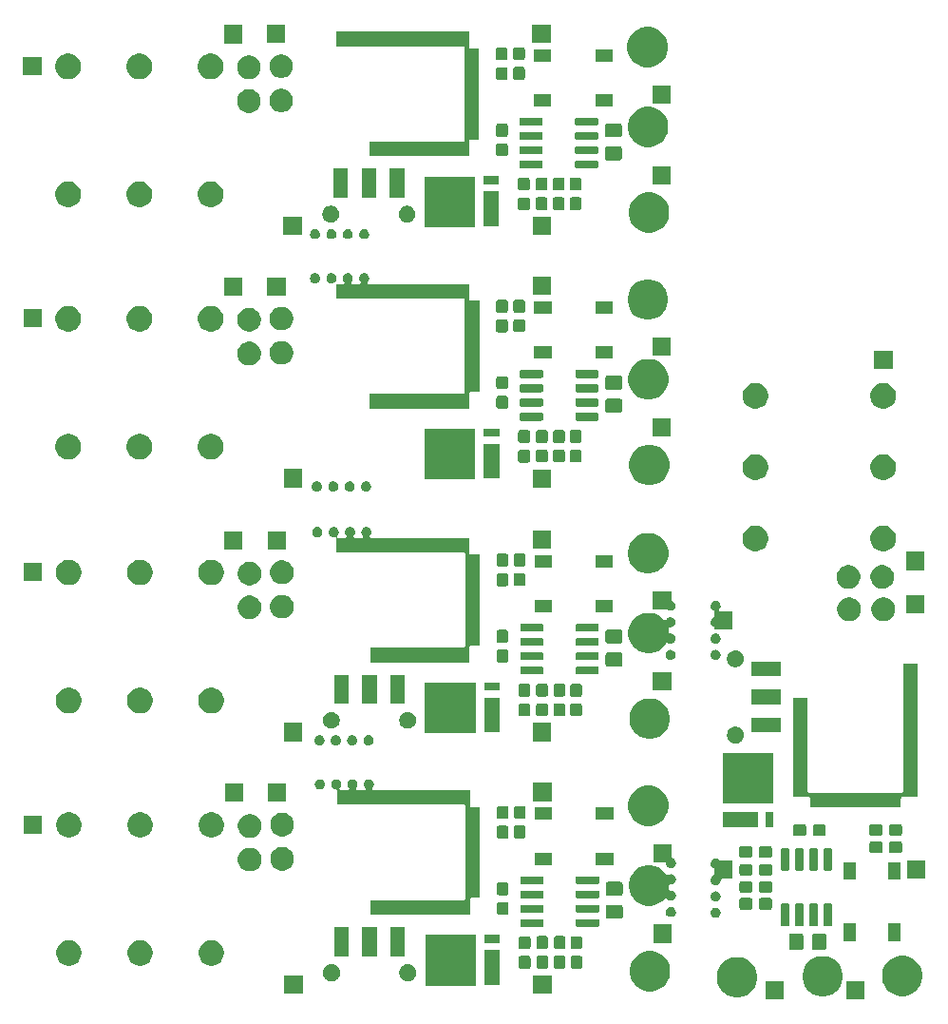
<source format=gbr>
G04 #@! TF.GenerationSoftware,KiCad,Pcbnew,(5.1.4)-1*
G04 #@! TF.CreationDate,2020-04-09T11:04:36+02:00*
G04 #@! TF.ProjectId,output.test_prod_sky,6f757470-7574-42e7-9465-73745f70726f,rev?*
G04 #@! TF.SameCoordinates,Original*
G04 #@! TF.FileFunction,Soldermask,Top*
G04 #@! TF.FilePolarity,Negative*
%FSLAX46Y46*%
G04 Gerber Fmt 4.6, Leading zero omitted, Abs format (unit mm)*
G04 Created by KiCad (PCBNEW (5.1.4)-1) date 2020-04-09 11:04:36*
%MOMM*%
%LPD*%
G04 APERTURE LIST*
%ADD10C,0.100000*%
G04 APERTURE END LIST*
D10*
G36*
X194733000Y-132713000D02*
G01*
X193107000Y-132713000D01*
X193107000Y-131087000D01*
X194733000Y-131087000D01*
X194733000Y-132713000D01*
X194733000Y-132713000D01*
G37*
G36*
X187543000Y-132713000D02*
G01*
X185917000Y-132713000D01*
X185917000Y-131087000D01*
X187543000Y-131087000D01*
X187543000Y-132713000D01*
X187543000Y-132713000D01*
G37*
G36*
X183925331Y-129048211D02*
G01*
X184253092Y-129183974D01*
X184548070Y-129381072D01*
X184798928Y-129631930D01*
X184996026Y-129926908D01*
X185131789Y-130254669D01*
X185201000Y-130602616D01*
X185201000Y-130957384D01*
X185131789Y-131305331D01*
X184996026Y-131633092D01*
X184798928Y-131928070D01*
X184548070Y-132178928D01*
X184253092Y-132376026D01*
X183925331Y-132511789D01*
X183577384Y-132581000D01*
X183222616Y-132581000D01*
X182874669Y-132511789D01*
X182546908Y-132376026D01*
X182251930Y-132178928D01*
X182001072Y-131928070D01*
X181803974Y-131633092D01*
X181668211Y-131305331D01*
X181599000Y-130957384D01*
X181599000Y-130602616D01*
X181668211Y-130254669D01*
X181803974Y-129926908D01*
X182001072Y-129631930D01*
X182251930Y-129381072D01*
X182546908Y-129183974D01*
X182874669Y-129048211D01*
X183222616Y-128979000D01*
X183577384Y-128979000D01*
X183925331Y-129048211D01*
X183925331Y-129048211D01*
G37*
G36*
X191555331Y-128958211D02*
G01*
X191883092Y-129093974D01*
X192178070Y-129291072D01*
X192428928Y-129541930D01*
X192626026Y-129836908D01*
X192761789Y-130164669D01*
X192831000Y-130512616D01*
X192831000Y-130867384D01*
X192761789Y-131215331D01*
X192626026Y-131543092D01*
X192428928Y-131838070D01*
X192178070Y-132088928D01*
X191883092Y-132286026D01*
X191555331Y-132421789D01*
X191207384Y-132491000D01*
X190852616Y-132491000D01*
X190504669Y-132421789D01*
X190176908Y-132286026D01*
X189881930Y-132088928D01*
X189631072Y-131838070D01*
X189433974Y-131543092D01*
X189298211Y-131215331D01*
X189229000Y-130867384D01*
X189229000Y-130512616D01*
X189298211Y-130164669D01*
X189433974Y-129836908D01*
X189631072Y-129541930D01*
X189881930Y-129291072D01*
X190176908Y-129093974D01*
X190504669Y-128958211D01*
X190852616Y-128889000D01*
X191207384Y-128889000D01*
X191555331Y-128958211D01*
X191555331Y-128958211D01*
G37*
G36*
X198655331Y-128918211D02*
G01*
X198983092Y-129053974D01*
X199278070Y-129251072D01*
X199528928Y-129501930D01*
X199726026Y-129796908D01*
X199861789Y-130124669D01*
X199931000Y-130472616D01*
X199931000Y-130827384D01*
X199861789Y-131175331D01*
X199726026Y-131503092D01*
X199528928Y-131798070D01*
X199278070Y-132048928D01*
X198983092Y-132246026D01*
X198655331Y-132381789D01*
X198307384Y-132451000D01*
X197952616Y-132451000D01*
X197604669Y-132381789D01*
X197276908Y-132246026D01*
X196981930Y-132048928D01*
X196731072Y-131798070D01*
X196533974Y-131503092D01*
X196398211Y-131175331D01*
X196329000Y-130827384D01*
X196329000Y-130472616D01*
X196398211Y-130124669D01*
X196533974Y-129796908D01*
X196731072Y-129501930D01*
X196981930Y-129251072D01*
X197276908Y-129053974D01*
X197604669Y-128918211D01*
X197952616Y-128849000D01*
X198307384Y-128849000D01*
X198655331Y-128918211D01*
X198655331Y-128918211D01*
G37*
G36*
X166873000Y-132238000D02*
G01*
X165247000Y-132238000D01*
X165247000Y-130612000D01*
X166873000Y-130612000D01*
X166873000Y-132238000D01*
X166873000Y-132238000D01*
G37*
G36*
X144683000Y-132228000D02*
G01*
X143057000Y-132228000D01*
X143057000Y-130602000D01*
X144683000Y-130602000D01*
X144683000Y-132228000D01*
X144683000Y-132228000D01*
G37*
G36*
X176155331Y-128493211D02*
G01*
X176483092Y-128628974D01*
X176778070Y-128826072D01*
X177028928Y-129076930D01*
X177226026Y-129371908D01*
X177361789Y-129699669D01*
X177431000Y-130047616D01*
X177431000Y-130402384D01*
X177361789Y-130750331D01*
X177226026Y-131078092D01*
X177028928Y-131373070D01*
X176778070Y-131623928D01*
X176483092Y-131821026D01*
X176155331Y-131956789D01*
X175807384Y-132026000D01*
X175452616Y-132026000D01*
X175104669Y-131956789D01*
X174776908Y-131821026D01*
X174481930Y-131623928D01*
X174231072Y-131373070D01*
X174033974Y-131078092D01*
X173898211Y-130750331D01*
X173829000Y-130402384D01*
X173829000Y-130047616D01*
X173898211Y-129699669D01*
X174033974Y-129371908D01*
X174231072Y-129076930D01*
X174481930Y-128826072D01*
X174776908Y-128628974D01*
X175104669Y-128493211D01*
X175452616Y-128424000D01*
X175807384Y-128424000D01*
X176155331Y-128493211D01*
X176155331Y-128493211D01*
G37*
G36*
X160121000Y-131516000D02*
G01*
X155619000Y-131516000D01*
X155619000Y-127014000D01*
X160121000Y-127014000D01*
X160121000Y-131516000D01*
X160121000Y-131516000D01*
G37*
G36*
X162266000Y-131451000D02*
G01*
X160894000Y-131451000D01*
X160894000Y-128349000D01*
X162266000Y-128349000D01*
X162266000Y-131451000D01*
X162266000Y-131451000D01*
G37*
G36*
X154279059Y-129642860D02*
G01*
X154392257Y-129689748D01*
X154415732Y-129699472D01*
X154538735Y-129781660D01*
X154643340Y-129886265D01*
X154719968Y-130000947D01*
X154725529Y-130009270D01*
X154782140Y-130145941D01*
X154811000Y-130291032D01*
X154811000Y-130438968D01*
X154782140Y-130584059D01*
X154725528Y-130720732D01*
X154643340Y-130843735D01*
X154538735Y-130948340D01*
X154415732Y-131030528D01*
X154415731Y-131030529D01*
X154415730Y-131030529D01*
X154279059Y-131087140D01*
X154133968Y-131116000D01*
X153986032Y-131116000D01*
X153840941Y-131087140D01*
X153704270Y-131030529D01*
X153704269Y-131030529D01*
X153704268Y-131030528D01*
X153581265Y-130948340D01*
X153476660Y-130843735D01*
X153394472Y-130720732D01*
X153337860Y-130584059D01*
X153309000Y-130438968D01*
X153309000Y-130291032D01*
X153337860Y-130145941D01*
X153394471Y-130009270D01*
X153400032Y-130000947D01*
X153476660Y-129886265D01*
X153581265Y-129781660D01*
X153704268Y-129699472D01*
X153727744Y-129689748D01*
X153840941Y-129642860D01*
X153986032Y-129614000D01*
X154133968Y-129614000D01*
X154279059Y-129642860D01*
X154279059Y-129642860D01*
G37*
G36*
X147479059Y-129642860D02*
G01*
X147592257Y-129689748D01*
X147615732Y-129699472D01*
X147738735Y-129781660D01*
X147843340Y-129886265D01*
X147919968Y-130000947D01*
X147925529Y-130009270D01*
X147982140Y-130145941D01*
X148011000Y-130291032D01*
X148011000Y-130438968D01*
X147982140Y-130584059D01*
X147925528Y-130720732D01*
X147843340Y-130843735D01*
X147738735Y-130948340D01*
X147615732Y-131030528D01*
X147615731Y-131030529D01*
X147615730Y-131030529D01*
X147479059Y-131087140D01*
X147333968Y-131116000D01*
X147186032Y-131116000D01*
X147040941Y-131087140D01*
X146904270Y-131030529D01*
X146904269Y-131030529D01*
X146904268Y-131030528D01*
X146781265Y-130948340D01*
X146676660Y-130843735D01*
X146594472Y-130720732D01*
X146537860Y-130584059D01*
X146509000Y-130438968D01*
X146509000Y-130291032D01*
X146537860Y-130145941D01*
X146594471Y-130009270D01*
X146600032Y-130000947D01*
X146676660Y-129886265D01*
X146781265Y-129781660D01*
X146904268Y-129699472D01*
X146927744Y-129689748D01*
X147040941Y-129642860D01*
X147186032Y-129614000D01*
X147333968Y-129614000D01*
X147479059Y-129642860D01*
X147479059Y-129642860D01*
G37*
G36*
X164834499Y-128873445D02*
G01*
X164871995Y-128884820D01*
X164906554Y-128903292D01*
X164936847Y-128928153D01*
X164961708Y-128958446D01*
X164980180Y-128993005D01*
X164991555Y-129030501D01*
X164996000Y-129075638D01*
X164996000Y-129814362D01*
X164991555Y-129859499D01*
X164980180Y-129896995D01*
X164961708Y-129931554D01*
X164936847Y-129961847D01*
X164906554Y-129986708D01*
X164871995Y-130005180D01*
X164834499Y-130016555D01*
X164789362Y-130021000D01*
X164150638Y-130021000D01*
X164105501Y-130016555D01*
X164068005Y-130005180D01*
X164033446Y-129986708D01*
X164003153Y-129961847D01*
X163978292Y-129931554D01*
X163959820Y-129896995D01*
X163948445Y-129859499D01*
X163944000Y-129814362D01*
X163944000Y-129075638D01*
X163948445Y-129030501D01*
X163959820Y-128993005D01*
X163978292Y-128958446D01*
X164003153Y-128928153D01*
X164033446Y-128903292D01*
X164068005Y-128884820D01*
X164105501Y-128873445D01*
X164150638Y-128869000D01*
X164789362Y-128869000D01*
X164834499Y-128873445D01*
X164834499Y-128873445D01*
G37*
G36*
X169444499Y-128863445D02*
G01*
X169481995Y-128874820D01*
X169516554Y-128893292D01*
X169546847Y-128918153D01*
X169571708Y-128948446D01*
X169590180Y-128983005D01*
X169601555Y-129020501D01*
X169606000Y-129065638D01*
X169606000Y-129804362D01*
X169601555Y-129849499D01*
X169590180Y-129886995D01*
X169571708Y-129921554D01*
X169546847Y-129951847D01*
X169516554Y-129976708D01*
X169481995Y-129995180D01*
X169444499Y-130006555D01*
X169399362Y-130011000D01*
X168760638Y-130011000D01*
X168715501Y-130006555D01*
X168678005Y-129995180D01*
X168643446Y-129976708D01*
X168613153Y-129951847D01*
X168588292Y-129921554D01*
X168569820Y-129886995D01*
X168558445Y-129849499D01*
X168554000Y-129804362D01*
X168554000Y-129065638D01*
X168558445Y-129020501D01*
X168569820Y-128983005D01*
X168588292Y-128948446D01*
X168613153Y-128918153D01*
X168643446Y-128893292D01*
X168678005Y-128874820D01*
X168715501Y-128863445D01*
X168760638Y-128859000D01*
X169399362Y-128859000D01*
X169444499Y-128863445D01*
X169444499Y-128863445D01*
G37*
G36*
X166414499Y-128858445D02*
G01*
X166451995Y-128869820D01*
X166486554Y-128888292D01*
X166516847Y-128913153D01*
X166541708Y-128943446D01*
X166560180Y-128978005D01*
X166571555Y-129015501D01*
X166576000Y-129060638D01*
X166576000Y-129799362D01*
X166571555Y-129844499D01*
X166560180Y-129881995D01*
X166541708Y-129916554D01*
X166516847Y-129946847D01*
X166486554Y-129971708D01*
X166451995Y-129990180D01*
X166414499Y-130001555D01*
X166369362Y-130006000D01*
X165730638Y-130006000D01*
X165685501Y-130001555D01*
X165648005Y-129990180D01*
X165613446Y-129971708D01*
X165583153Y-129946847D01*
X165558292Y-129916554D01*
X165539820Y-129881995D01*
X165528445Y-129844499D01*
X165524000Y-129799362D01*
X165524000Y-129060638D01*
X165528445Y-129015501D01*
X165539820Y-128978005D01*
X165558292Y-128943446D01*
X165583153Y-128913153D01*
X165613446Y-128888292D01*
X165648005Y-128869820D01*
X165685501Y-128858445D01*
X165730638Y-128854000D01*
X166369362Y-128854000D01*
X166414499Y-128858445D01*
X166414499Y-128858445D01*
G37*
G36*
X167944499Y-128858445D02*
G01*
X167981995Y-128869820D01*
X168016554Y-128888292D01*
X168046847Y-128913153D01*
X168071708Y-128943446D01*
X168090180Y-128978005D01*
X168101555Y-129015501D01*
X168106000Y-129060638D01*
X168106000Y-129799362D01*
X168101555Y-129844499D01*
X168090180Y-129881995D01*
X168071708Y-129916554D01*
X168046847Y-129946847D01*
X168016554Y-129971708D01*
X167981995Y-129990180D01*
X167944499Y-130001555D01*
X167899362Y-130006000D01*
X167260638Y-130006000D01*
X167215501Y-130001555D01*
X167178005Y-129990180D01*
X167143446Y-129971708D01*
X167113153Y-129946847D01*
X167088292Y-129916554D01*
X167069820Y-129881995D01*
X167058445Y-129844499D01*
X167054000Y-129799362D01*
X167054000Y-129060638D01*
X167058445Y-129015501D01*
X167069820Y-128978005D01*
X167088292Y-128943446D01*
X167113153Y-128913153D01*
X167143446Y-128888292D01*
X167178005Y-128869820D01*
X167215501Y-128858445D01*
X167260638Y-128854000D01*
X167899362Y-128854000D01*
X167944499Y-128858445D01*
X167944499Y-128858445D01*
G37*
G36*
X130532088Y-127500251D02*
G01*
X130739280Y-127586073D01*
X130739282Y-127586074D01*
X130925752Y-127710669D01*
X131084331Y-127869248D01*
X131204679Y-128049362D01*
X131208927Y-128055720D01*
X131294749Y-128262912D01*
X131338500Y-128482866D01*
X131338500Y-128707134D01*
X131294749Y-128927088D01*
X131209871Y-129132000D01*
X131208926Y-129134282D01*
X131084331Y-129320752D01*
X130925752Y-129479331D01*
X130739282Y-129603926D01*
X130739281Y-129603927D01*
X130739280Y-129603927D01*
X130532088Y-129689749D01*
X130312134Y-129733500D01*
X130087866Y-129733500D01*
X129867912Y-129689749D01*
X129660720Y-129603927D01*
X129660719Y-129603927D01*
X129660718Y-129603926D01*
X129474248Y-129479331D01*
X129315669Y-129320752D01*
X129191074Y-129134282D01*
X129190129Y-129132000D01*
X129105251Y-128927088D01*
X129061500Y-128707134D01*
X129061500Y-128482866D01*
X129105251Y-128262912D01*
X129191073Y-128055720D01*
X129195321Y-128049362D01*
X129315669Y-127869248D01*
X129474248Y-127710669D01*
X129660718Y-127586074D01*
X129660720Y-127586073D01*
X129867912Y-127500251D01*
X130087866Y-127456500D01*
X130312134Y-127456500D01*
X130532088Y-127500251D01*
X130532088Y-127500251D01*
G37*
G36*
X124182088Y-127500251D02*
G01*
X124389280Y-127586073D01*
X124389282Y-127586074D01*
X124575752Y-127710669D01*
X124734331Y-127869248D01*
X124854679Y-128049362D01*
X124858927Y-128055720D01*
X124944749Y-128262912D01*
X124988500Y-128482866D01*
X124988500Y-128707134D01*
X124944749Y-128927088D01*
X124859871Y-129132000D01*
X124858926Y-129134282D01*
X124734331Y-129320752D01*
X124575752Y-129479331D01*
X124389282Y-129603926D01*
X124389281Y-129603927D01*
X124389280Y-129603927D01*
X124182088Y-129689749D01*
X123962134Y-129733500D01*
X123737866Y-129733500D01*
X123517912Y-129689749D01*
X123310720Y-129603927D01*
X123310719Y-129603927D01*
X123310718Y-129603926D01*
X123124248Y-129479331D01*
X122965669Y-129320752D01*
X122841074Y-129134282D01*
X122840129Y-129132000D01*
X122755251Y-128927088D01*
X122711500Y-128707134D01*
X122711500Y-128482866D01*
X122755251Y-128262912D01*
X122841073Y-128055720D01*
X122845321Y-128049362D01*
X122965669Y-127869248D01*
X123124248Y-127710669D01*
X123310718Y-127586074D01*
X123310720Y-127586073D01*
X123517912Y-127500251D01*
X123737866Y-127456500D01*
X123962134Y-127456500D01*
X124182088Y-127500251D01*
X124182088Y-127500251D01*
G37*
G36*
X136882088Y-127500251D02*
G01*
X137089280Y-127586073D01*
X137089282Y-127586074D01*
X137275752Y-127710669D01*
X137434331Y-127869248D01*
X137554679Y-128049362D01*
X137558927Y-128055720D01*
X137644749Y-128262912D01*
X137688500Y-128482866D01*
X137688500Y-128707134D01*
X137644749Y-128927088D01*
X137559871Y-129132000D01*
X137558926Y-129134282D01*
X137434331Y-129320752D01*
X137275752Y-129479331D01*
X137089282Y-129603926D01*
X137089281Y-129603927D01*
X137089280Y-129603927D01*
X136882088Y-129689749D01*
X136662134Y-129733500D01*
X136437866Y-129733500D01*
X136217912Y-129689749D01*
X136010720Y-129603927D01*
X136010719Y-129603927D01*
X136010718Y-129603926D01*
X135824248Y-129479331D01*
X135665669Y-129320752D01*
X135541074Y-129134282D01*
X135540129Y-129132000D01*
X135455251Y-128927088D01*
X135411500Y-128707134D01*
X135411500Y-128482866D01*
X135455251Y-128262912D01*
X135541073Y-128055720D01*
X135545321Y-128049362D01*
X135665669Y-127869248D01*
X135824248Y-127710669D01*
X136010718Y-127586074D01*
X136010720Y-127586073D01*
X136217912Y-127500251D01*
X136437866Y-127456500D01*
X136662134Y-127456500D01*
X136882088Y-127500251D01*
X136882088Y-127500251D01*
G37*
G36*
X151311000Y-128916000D02*
G01*
X150009000Y-128916000D01*
X150009000Y-126314000D01*
X151311000Y-126314000D01*
X151311000Y-128916000D01*
X151311000Y-128916000D01*
G37*
G36*
X148811000Y-128916000D02*
G01*
X147509000Y-128916000D01*
X147509000Y-126314000D01*
X148811000Y-126314000D01*
X148811000Y-128916000D01*
X148811000Y-128916000D01*
G37*
G36*
X153811000Y-128916000D02*
G01*
X152509000Y-128916000D01*
X152509000Y-126314000D01*
X153811000Y-126314000D01*
X153811000Y-128916000D01*
X153811000Y-128916000D01*
G37*
G36*
X189138674Y-126863465D02*
G01*
X189176367Y-126874899D01*
X189211103Y-126893466D01*
X189241548Y-126918452D01*
X189266534Y-126948897D01*
X189285101Y-126983633D01*
X189296535Y-127021326D01*
X189301000Y-127066661D01*
X189301000Y-128153339D01*
X189296535Y-128198674D01*
X189285101Y-128236367D01*
X189266534Y-128271103D01*
X189241548Y-128301548D01*
X189211103Y-128326534D01*
X189176367Y-128345101D01*
X189138674Y-128356535D01*
X189093339Y-128361000D01*
X188256661Y-128361000D01*
X188211326Y-128356535D01*
X188173633Y-128345101D01*
X188138897Y-128326534D01*
X188108452Y-128301548D01*
X188083466Y-128271103D01*
X188064899Y-128236367D01*
X188053465Y-128198674D01*
X188049000Y-128153339D01*
X188049000Y-127066661D01*
X188053465Y-127021326D01*
X188064899Y-126983633D01*
X188083466Y-126948897D01*
X188108452Y-126918452D01*
X188138897Y-126893466D01*
X188173633Y-126874899D01*
X188211326Y-126863465D01*
X188256661Y-126859000D01*
X189093339Y-126859000D01*
X189138674Y-126863465D01*
X189138674Y-126863465D01*
G37*
G36*
X191188674Y-126863465D02*
G01*
X191226367Y-126874899D01*
X191261103Y-126893466D01*
X191291548Y-126918452D01*
X191316534Y-126948897D01*
X191335101Y-126983633D01*
X191346535Y-127021326D01*
X191351000Y-127066661D01*
X191351000Y-128153339D01*
X191346535Y-128198674D01*
X191335101Y-128236367D01*
X191316534Y-128271103D01*
X191291548Y-128301548D01*
X191261103Y-128326534D01*
X191226367Y-128345101D01*
X191188674Y-128356535D01*
X191143339Y-128361000D01*
X190306661Y-128361000D01*
X190261326Y-128356535D01*
X190223633Y-128345101D01*
X190188897Y-128326534D01*
X190158452Y-128301548D01*
X190133466Y-128271103D01*
X190114899Y-128236367D01*
X190103465Y-128198674D01*
X190099000Y-128153339D01*
X190099000Y-127066661D01*
X190103465Y-127021326D01*
X190114899Y-126983633D01*
X190133466Y-126948897D01*
X190158452Y-126918452D01*
X190188897Y-126893466D01*
X190223633Y-126874899D01*
X190261326Y-126863465D01*
X190306661Y-126859000D01*
X191143339Y-126859000D01*
X191188674Y-126863465D01*
X191188674Y-126863465D01*
G37*
G36*
X164834499Y-127123445D02*
G01*
X164871995Y-127134820D01*
X164906554Y-127153292D01*
X164936847Y-127178153D01*
X164961708Y-127208446D01*
X164980180Y-127243005D01*
X164991555Y-127280501D01*
X164996000Y-127325638D01*
X164996000Y-128064362D01*
X164991555Y-128109499D01*
X164980180Y-128146995D01*
X164961708Y-128181554D01*
X164936847Y-128211847D01*
X164906554Y-128236708D01*
X164871995Y-128255180D01*
X164834499Y-128266555D01*
X164789362Y-128271000D01*
X164150638Y-128271000D01*
X164105501Y-128266555D01*
X164068005Y-128255180D01*
X164033446Y-128236708D01*
X164003153Y-128211847D01*
X163978292Y-128181554D01*
X163959820Y-128146995D01*
X163948445Y-128109499D01*
X163944000Y-128064362D01*
X163944000Y-127325638D01*
X163948445Y-127280501D01*
X163959820Y-127243005D01*
X163978292Y-127208446D01*
X164003153Y-127178153D01*
X164033446Y-127153292D01*
X164068005Y-127134820D01*
X164105501Y-127123445D01*
X164150638Y-127119000D01*
X164789362Y-127119000D01*
X164834499Y-127123445D01*
X164834499Y-127123445D01*
G37*
G36*
X169444499Y-127113445D02*
G01*
X169481995Y-127124820D01*
X169516554Y-127143292D01*
X169546847Y-127168153D01*
X169571708Y-127198446D01*
X169590180Y-127233005D01*
X169601555Y-127270501D01*
X169606000Y-127315638D01*
X169606000Y-128054362D01*
X169601555Y-128099499D01*
X169590180Y-128136995D01*
X169571708Y-128171554D01*
X169546847Y-128201847D01*
X169516554Y-128226708D01*
X169481995Y-128245180D01*
X169444499Y-128256555D01*
X169399362Y-128261000D01*
X168760638Y-128261000D01*
X168715501Y-128256555D01*
X168678005Y-128245180D01*
X168643446Y-128226708D01*
X168613153Y-128201847D01*
X168588292Y-128171554D01*
X168569820Y-128136995D01*
X168558445Y-128099499D01*
X168554000Y-128054362D01*
X168554000Y-127315638D01*
X168558445Y-127270501D01*
X168569820Y-127233005D01*
X168588292Y-127198446D01*
X168613153Y-127168153D01*
X168643446Y-127143292D01*
X168678005Y-127124820D01*
X168715501Y-127113445D01*
X168760638Y-127109000D01*
X169399362Y-127109000D01*
X169444499Y-127113445D01*
X169444499Y-127113445D01*
G37*
G36*
X167944499Y-127108445D02*
G01*
X167981995Y-127119820D01*
X168016554Y-127138292D01*
X168046847Y-127163153D01*
X168071708Y-127193446D01*
X168090180Y-127228005D01*
X168101555Y-127265501D01*
X168106000Y-127310638D01*
X168106000Y-128049362D01*
X168101555Y-128094499D01*
X168090180Y-128131995D01*
X168071708Y-128166554D01*
X168046847Y-128196847D01*
X168016554Y-128221708D01*
X167981995Y-128240180D01*
X167944499Y-128251555D01*
X167899362Y-128256000D01*
X167260638Y-128256000D01*
X167215501Y-128251555D01*
X167178005Y-128240180D01*
X167143446Y-128221708D01*
X167113153Y-128196847D01*
X167088292Y-128166554D01*
X167069820Y-128131995D01*
X167058445Y-128094499D01*
X167054000Y-128049362D01*
X167054000Y-127310638D01*
X167058445Y-127265501D01*
X167069820Y-127228005D01*
X167088292Y-127193446D01*
X167113153Y-127163153D01*
X167143446Y-127138292D01*
X167178005Y-127119820D01*
X167215501Y-127108445D01*
X167260638Y-127104000D01*
X167899362Y-127104000D01*
X167944499Y-127108445D01*
X167944499Y-127108445D01*
G37*
G36*
X166414499Y-127108445D02*
G01*
X166451995Y-127119820D01*
X166486554Y-127138292D01*
X166516847Y-127163153D01*
X166541708Y-127193446D01*
X166560180Y-127228005D01*
X166571555Y-127265501D01*
X166576000Y-127310638D01*
X166576000Y-128049362D01*
X166571555Y-128094499D01*
X166560180Y-128131995D01*
X166541708Y-128166554D01*
X166516847Y-128196847D01*
X166486554Y-128221708D01*
X166451995Y-128240180D01*
X166414499Y-128251555D01*
X166369362Y-128256000D01*
X165730638Y-128256000D01*
X165685501Y-128251555D01*
X165648005Y-128240180D01*
X165613446Y-128221708D01*
X165583153Y-128196847D01*
X165558292Y-128166554D01*
X165539820Y-128131995D01*
X165528445Y-128094499D01*
X165524000Y-128049362D01*
X165524000Y-127310638D01*
X165528445Y-127265501D01*
X165539820Y-127228005D01*
X165558292Y-127193446D01*
X165583153Y-127163153D01*
X165613446Y-127138292D01*
X165648005Y-127119820D01*
X165685501Y-127108445D01*
X165730638Y-127104000D01*
X166369362Y-127104000D01*
X166414499Y-127108445D01*
X166414499Y-127108445D01*
G37*
G36*
X162266000Y-127716000D02*
G01*
X160894000Y-127716000D01*
X160894000Y-127004000D01*
X162266000Y-127004000D01*
X162266000Y-127716000D01*
X162266000Y-127716000D01*
G37*
G36*
X177563000Y-127708000D02*
G01*
X175937000Y-127708000D01*
X175937000Y-126082000D01*
X177563000Y-126082000D01*
X177563000Y-127708000D01*
X177563000Y-127708000D01*
G37*
G36*
X197961000Y-127531000D02*
G01*
X196859000Y-127531000D01*
X196859000Y-125979000D01*
X197961000Y-125979000D01*
X197961000Y-127531000D01*
X197961000Y-127531000D01*
G37*
G36*
X193961000Y-127531000D02*
G01*
X192859000Y-127531000D01*
X192859000Y-125979000D01*
X193961000Y-125979000D01*
X193961000Y-127531000D01*
X193961000Y-127531000D01*
G37*
G36*
X166059928Y-125591764D02*
G01*
X166081009Y-125598160D01*
X166100445Y-125608548D01*
X166117476Y-125622524D01*
X166131452Y-125639555D01*
X166141840Y-125658991D01*
X166148236Y-125680072D01*
X166151000Y-125708140D01*
X166151000Y-126171860D01*
X166148236Y-126199928D01*
X166141840Y-126221009D01*
X166131452Y-126240445D01*
X166117476Y-126257476D01*
X166100445Y-126271452D01*
X166081009Y-126281840D01*
X166059928Y-126288236D01*
X166031860Y-126291000D01*
X164218140Y-126291000D01*
X164190072Y-126288236D01*
X164168991Y-126281840D01*
X164149555Y-126271452D01*
X164132524Y-126257476D01*
X164118548Y-126240445D01*
X164108160Y-126221009D01*
X164101764Y-126199928D01*
X164099000Y-126171860D01*
X164099000Y-125708140D01*
X164101764Y-125680072D01*
X164108160Y-125658991D01*
X164118548Y-125639555D01*
X164132524Y-125622524D01*
X164149555Y-125608548D01*
X164168991Y-125598160D01*
X164190072Y-125591764D01*
X164218140Y-125589000D01*
X166031860Y-125589000D01*
X166059928Y-125591764D01*
X166059928Y-125591764D01*
G37*
G36*
X171009928Y-125591764D02*
G01*
X171031009Y-125598160D01*
X171050445Y-125608548D01*
X171067476Y-125622524D01*
X171081452Y-125639555D01*
X171091840Y-125658991D01*
X171098236Y-125680072D01*
X171101000Y-125708140D01*
X171101000Y-126171860D01*
X171098236Y-126199928D01*
X171091840Y-126221009D01*
X171081452Y-126240445D01*
X171067476Y-126257476D01*
X171050445Y-126271452D01*
X171031009Y-126281840D01*
X171009928Y-126288236D01*
X170981860Y-126291000D01*
X169168140Y-126291000D01*
X169140072Y-126288236D01*
X169118991Y-126281840D01*
X169099555Y-126271452D01*
X169082524Y-126257476D01*
X169068548Y-126240445D01*
X169058160Y-126221009D01*
X169051764Y-126199928D01*
X169049000Y-126171860D01*
X169049000Y-125708140D01*
X169051764Y-125680072D01*
X169058160Y-125658991D01*
X169068548Y-125639555D01*
X169082524Y-125622524D01*
X169099555Y-125608548D01*
X169118991Y-125598160D01*
X169140072Y-125591764D01*
X169168140Y-125589000D01*
X170981860Y-125589000D01*
X171009928Y-125591764D01*
X171009928Y-125591764D01*
G37*
G36*
X191754928Y-124201764D02*
G01*
X191776009Y-124208160D01*
X191795445Y-124218548D01*
X191812476Y-124232524D01*
X191826452Y-124249555D01*
X191836840Y-124268991D01*
X191843236Y-124290072D01*
X191846000Y-124318140D01*
X191846000Y-126131860D01*
X191843236Y-126159928D01*
X191836840Y-126181009D01*
X191826452Y-126200445D01*
X191812476Y-126217476D01*
X191795445Y-126231452D01*
X191776009Y-126241840D01*
X191754928Y-126248236D01*
X191726860Y-126251000D01*
X191263140Y-126251000D01*
X191235072Y-126248236D01*
X191213991Y-126241840D01*
X191194555Y-126231452D01*
X191177524Y-126217476D01*
X191163548Y-126200445D01*
X191153160Y-126181009D01*
X191146764Y-126159928D01*
X191144000Y-126131860D01*
X191144000Y-124318140D01*
X191146764Y-124290072D01*
X191153160Y-124268991D01*
X191163548Y-124249555D01*
X191177524Y-124232524D01*
X191194555Y-124218548D01*
X191213991Y-124208160D01*
X191235072Y-124201764D01*
X191263140Y-124199000D01*
X191726860Y-124199000D01*
X191754928Y-124201764D01*
X191754928Y-124201764D01*
G37*
G36*
X190484928Y-124201764D02*
G01*
X190506009Y-124208160D01*
X190525445Y-124218548D01*
X190542476Y-124232524D01*
X190556452Y-124249555D01*
X190566840Y-124268991D01*
X190573236Y-124290072D01*
X190576000Y-124318140D01*
X190576000Y-126131860D01*
X190573236Y-126159928D01*
X190566840Y-126181009D01*
X190556452Y-126200445D01*
X190542476Y-126217476D01*
X190525445Y-126231452D01*
X190506009Y-126241840D01*
X190484928Y-126248236D01*
X190456860Y-126251000D01*
X189993140Y-126251000D01*
X189965072Y-126248236D01*
X189943991Y-126241840D01*
X189924555Y-126231452D01*
X189907524Y-126217476D01*
X189893548Y-126200445D01*
X189883160Y-126181009D01*
X189876764Y-126159928D01*
X189874000Y-126131860D01*
X189874000Y-124318140D01*
X189876764Y-124290072D01*
X189883160Y-124268991D01*
X189893548Y-124249555D01*
X189907524Y-124232524D01*
X189924555Y-124218548D01*
X189943991Y-124208160D01*
X189965072Y-124201764D01*
X189993140Y-124199000D01*
X190456860Y-124199000D01*
X190484928Y-124201764D01*
X190484928Y-124201764D01*
G37*
G36*
X189214928Y-124201764D02*
G01*
X189236009Y-124208160D01*
X189255445Y-124218548D01*
X189272476Y-124232524D01*
X189286452Y-124249555D01*
X189296840Y-124268991D01*
X189303236Y-124290072D01*
X189306000Y-124318140D01*
X189306000Y-126131860D01*
X189303236Y-126159928D01*
X189296840Y-126181009D01*
X189286452Y-126200445D01*
X189272476Y-126217476D01*
X189255445Y-126231452D01*
X189236009Y-126241840D01*
X189214928Y-126248236D01*
X189186860Y-126251000D01*
X188723140Y-126251000D01*
X188695072Y-126248236D01*
X188673991Y-126241840D01*
X188654555Y-126231452D01*
X188637524Y-126217476D01*
X188623548Y-126200445D01*
X188613160Y-126181009D01*
X188606764Y-126159928D01*
X188604000Y-126131860D01*
X188604000Y-124318140D01*
X188606764Y-124290072D01*
X188613160Y-124268991D01*
X188623548Y-124249555D01*
X188637524Y-124232524D01*
X188654555Y-124218548D01*
X188673991Y-124208160D01*
X188695072Y-124201764D01*
X188723140Y-124199000D01*
X189186860Y-124199000D01*
X189214928Y-124201764D01*
X189214928Y-124201764D01*
G37*
G36*
X187944928Y-124201764D02*
G01*
X187966009Y-124208160D01*
X187985445Y-124218548D01*
X188002476Y-124232524D01*
X188016452Y-124249555D01*
X188026840Y-124268991D01*
X188033236Y-124290072D01*
X188036000Y-124318140D01*
X188036000Y-126131860D01*
X188033236Y-126159928D01*
X188026840Y-126181009D01*
X188016452Y-126200445D01*
X188002476Y-126217476D01*
X187985445Y-126231452D01*
X187966009Y-126241840D01*
X187944928Y-126248236D01*
X187916860Y-126251000D01*
X187453140Y-126251000D01*
X187425072Y-126248236D01*
X187403991Y-126241840D01*
X187384555Y-126231452D01*
X187367524Y-126217476D01*
X187353548Y-126200445D01*
X187343160Y-126181009D01*
X187336764Y-126159928D01*
X187334000Y-126131860D01*
X187334000Y-124318140D01*
X187336764Y-124290072D01*
X187343160Y-124268991D01*
X187353548Y-124249555D01*
X187367524Y-124232524D01*
X187384555Y-124218548D01*
X187403991Y-124208160D01*
X187425072Y-124201764D01*
X187453140Y-124199000D01*
X187916860Y-124199000D01*
X187944928Y-124201764D01*
X187944928Y-124201764D01*
G37*
G36*
X173048674Y-124328465D02*
G01*
X173086367Y-124339899D01*
X173121103Y-124358466D01*
X173151548Y-124383452D01*
X173176534Y-124413897D01*
X173195101Y-124448633D01*
X173206535Y-124486326D01*
X173211000Y-124531661D01*
X173211000Y-125368339D01*
X173206535Y-125413674D01*
X173195101Y-125451367D01*
X173176534Y-125486103D01*
X173151548Y-125516548D01*
X173121103Y-125541534D01*
X173086367Y-125560101D01*
X173048674Y-125571535D01*
X173003339Y-125576000D01*
X171916661Y-125576000D01*
X171871326Y-125571535D01*
X171833633Y-125560101D01*
X171798897Y-125541534D01*
X171768452Y-125516548D01*
X171743466Y-125486103D01*
X171724899Y-125451367D01*
X171713465Y-125413674D01*
X171709000Y-125368339D01*
X171709000Y-124531661D01*
X171713465Y-124486326D01*
X171724899Y-124448633D01*
X171743466Y-124413897D01*
X171768452Y-124383452D01*
X171798897Y-124358466D01*
X171833633Y-124339899D01*
X171871326Y-124328465D01*
X171916661Y-124324000D01*
X173003339Y-124324000D01*
X173048674Y-124328465D01*
X173048674Y-124328465D01*
G37*
G36*
X181615552Y-124587572D02*
G01*
X181697627Y-124621569D01*
X181697629Y-124621570D01*
X181734813Y-124646416D01*
X181771495Y-124670926D01*
X181834315Y-124733746D01*
X181883672Y-124807614D01*
X181917669Y-124889689D01*
X181935000Y-124976820D01*
X181935000Y-125065662D01*
X181917669Y-125152793D01*
X181891487Y-125216000D01*
X181883671Y-125234870D01*
X181834314Y-125308737D01*
X181771496Y-125371555D01*
X181697629Y-125420912D01*
X181697628Y-125420913D01*
X181697627Y-125420913D01*
X181615552Y-125454910D01*
X181528421Y-125472241D01*
X181439579Y-125472241D01*
X181352448Y-125454910D01*
X181270373Y-125420913D01*
X181270372Y-125420913D01*
X181270371Y-125420912D01*
X181196504Y-125371555D01*
X181133686Y-125308737D01*
X181084329Y-125234870D01*
X181076513Y-125216000D01*
X181050331Y-125152793D01*
X181033000Y-125065662D01*
X181033000Y-124976820D01*
X181050331Y-124889689D01*
X181084328Y-124807614D01*
X181133685Y-124733746D01*
X181196505Y-124670926D01*
X181233187Y-124646416D01*
X181270371Y-124621570D01*
X181270373Y-124621569D01*
X181352448Y-124587572D01*
X181439579Y-124570241D01*
X181528421Y-124570241D01*
X181615552Y-124587572D01*
X181615552Y-124587572D01*
G37*
G36*
X177631552Y-124523056D02*
G01*
X177713627Y-124557053D01*
X177713629Y-124557054D01*
X177787496Y-124606411D01*
X177850314Y-124669229D01*
X177897723Y-124740180D01*
X177899672Y-124743098D01*
X177933669Y-124825173D01*
X177951000Y-124912304D01*
X177951000Y-125001146D01*
X177933669Y-125088277D01*
X177899672Y-125170352D01*
X177850315Y-125244220D01*
X177787495Y-125307040D01*
X177784955Y-125308737D01*
X177713629Y-125356396D01*
X177713628Y-125356397D01*
X177713627Y-125356397D01*
X177631552Y-125390394D01*
X177544421Y-125407725D01*
X177455579Y-125407725D01*
X177368448Y-125390394D01*
X177286373Y-125356397D01*
X177286372Y-125356397D01*
X177286371Y-125356396D01*
X177215045Y-125308737D01*
X177212505Y-125307040D01*
X177149685Y-125244220D01*
X177100328Y-125170352D01*
X177066331Y-125088277D01*
X177049000Y-125001146D01*
X177049000Y-124912304D01*
X177066331Y-124825173D01*
X177100328Y-124743098D01*
X177102278Y-124740180D01*
X177149686Y-124669229D01*
X177212504Y-124606411D01*
X177286371Y-124557054D01*
X177286373Y-124557053D01*
X177368448Y-124523056D01*
X177455579Y-124505725D01*
X177544421Y-124505725D01*
X177631552Y-124523056D01*
X177631552Y-124523056D01*
G37*
G36*
X147805129Y-113157331D02*
G01*
X147887204Y-113191328D01*
X147887206Y-113191329D01*
X147924390Y-113216175D01*
X147961072Y-113240685D01*
X148023892Y-113303505D01*
X148073249Y-113377373D01*
X148107246Y-113459448D01*
X148124577Y-113546579D01*
X148124577Y-113635421D01*
X148107246Y-113722552D01*
X148073249Y-113804627D01*
X148023892Y-113878495D01*
X148001774Y-113900613D01*
X147986229Y-113919555D01*
X147974678Y-113941166D01*
X147967565Y-113964615D01*
X147965163Y-113989001D01*
X147967565Y-114013387D01*
X147974678Y-114036836D01*
X147986229Y-114058447D01*
X148001774Y-114077389D01*
X148020716Y-114092934D01*
X148042327Y-114104485D01*
X148065776Y-114111598D01*
X148090162Y-114114000D01*
X148715503Y-114114000D01*
X148739889Y-114111598D01*
X148763338Y-114104485D01*
X148784949Y-114092934D01*
X148803891Y-114077389D01*
X148819436Y-114058447D01*
X148830987Y-114036836D01*
X148838100Y-114013387D01*
X148840502Y-113989001D01*
X148838100Y-113964615D01*
X148830987Y-113941166D01*
X148819436Y-113919555D01*
X148803891Y-113900613D01*
X148781773Y-113878495D01*
X148732416Y-113804627D01*
X148698419Y-113722552D01*
X148681088Y-113635421D01*
X148681088Y-113546579D01*
X148698419Y-113459448D01*
X148732416Y-113377373D01*
X148781773Y-113303505D01*
X148844593Y-113240685D01*
X148881275Y-113216175D01*
X148918459Y-113191329D01*
X148918461Y-113191328D01*
X149000536Y-113157331D01*
X149087667Y-113140000D01*
X149176509Y-113140000D01*
X149263640Y-113157331D01*
X149345715Y-113191328D01*
X149345717Y-113191329D01*
X149382901Y-113216175D01*
X149419583Y-113240685D01*
X149482403Y-113303505D01*
X149531760Y-113377373D01*
X149565757Y-113459448D01*
X149583088Y-113546579D01*
X149583088Y-113635421D01*
X149565757Y-113722552D01*
X149531760Y-113804627D01*
X149482403Y-113878495D01*
X149460285Y-113900613D01*
X149444740Y-113919555D01*
X149433189Y-113941166D01*
X149426076Y-113964615D01*
X149423674Y-113989001D01*
X149426076Y-114013387D01*
X149433189Y-114036836D01*
X149444740Y-114058447D01*
X149460285Y-114077389D01*
X149479227Y-114092934D01*
X149500838Y-114104485D01*
X149524287Y-114111598D01*
X149548673Y-114114000D01*
X150174014Y-114114000D01*
X150198400Y-114111598D01*
X150221849Y-114104485D01*
X150243460Y-114092934D01*
X150262402Y-114077389D01*
X150277947Y-114058447D01*
X150289498Y-114036836D01*
X150296611Y-114013387D01*
X150299013Y-113989001D01*
X150296611Y-113964615D01*
X150289498Y-113941166D01*
X150277947Y-113919555D01*
X150262402Y-113900613D01*
X150240284Y-113878495D01*
X150190927Y-113804627D01*
X150156930Y-113722552D01*
X150139599Y-113635421D01*
X150139599Y-113546579D01*
X150156930Y-113459448D01*
X150190927Y-113377373D01*
X150240284Y-113303505D01*
X150303104Y-113240685D01*
X150339786Y-113216175D01*
X150376970Y-113191329D01*
X150376972Y-113191328D01*
X150459047Y-113157331D01*
X150546178Y-113140000D01*
X150635020Y-113140000D01*
X150722151Y-113157331D01*
X150804226Y-113191328D01*
X150804228Y-113191329D01*
X150841412Y-113216175D01*
X150878094Y-113240685D01*
X150940914Y-113303505D01*
X150990271Y-113377373D01*
X151024268Y-113459448D01*
X151041599Y-113546579D01*
X151041599Y-113635421D01*
X151024268Y-113722552D01*
X150990271Y-113804627D01*
X150940914Y-113878495D01*
X150918796Y-113900613D01*
X150903251Y-113919555D01*
X150891700Y-113941166D01*
X150884587Y-113964615D01*
X150882185Y-113989001D01*
X150884587Y-114013387D01*
X150891700Y-114036836D01*
X150903251Y-114058447D01*
X150918796Y-114077389D01*
X150937738Y-114092934D01*
X150959349Y-114104485D01*
X150982798Y-114111598D01*
X151007184Y-114114000D01*
X159581000Y-114114000D01*
X159581000Y-115489001D01*
X159583402Y-115513387D01*
X159590515Y-115536836D01*
X159602066Y-115558447D01*
X159617611Y-115577389D01*
X159636553Y-115592934D01*
X159658164Y-115604485D01*
X159681613Y-115611598D01*
X159705999Y-115614000D01*
X160481000Y-115614000D01*
X160481000Y-123716000D01*
X159705999Y-123716000D01*
X159681613Y-123718402D01*
X159658164Y-123725515D01*
X159636553Y-123737066D01*
X159617611Y-123752611D01*
X159602066Y-123771553D01*
X159590515Y-123793164D01*
X159583402Y-123816613D01*
X159581000Y-123840999D01*
X159581000Y-125216000D01*
X150729000Y-125216000D01*
X150729000Y-123914000D01*
X159054001Y-123914000D01*
X159078387Y-123911598D01*
X159101836Y-123904485D01*
X159123447Y-123892934D01*
X159142389Y-123877389D01*
X159157934Y-123858447D01*
X159169485Y-123836836D01*
X159176598Y-123813387D01*
X159179000Y-123789001D01*
X159179000Y-115540999D01*
X159176598Y-115516613D01*
X159169485Y-115493164D01*
X159157934Y-115471553D01*
X159142389Y-115452611D01*
X159123447Y-115437066D01*
X159101836Y-115425515D01*
X159078387Y-115418402D01*
X159054001Y-115416000D01*
X147729000Y-115416000D01*
X147729000Y-114164444D01*
X147726598Y-114140058D01*
X147719485Y-114116609D01*
X147707934Y-114094998D01*
X147692389Y-114076056D01*
X147673447Y-114060511D01*
X147651836Y-114048960D01*
X147628387Y-114041847D01*
X147542025Y-114024669D01*
X147459950Y-113990672D01*
X147459949Y-113990672D01*
X147459948Y-113990671D01*
X147386081Y-113941314D01*
X147323263Y-113878496D01*
X147273906Y-113804629D01*
X147273905Y-113804627D01*
X147239908Y-113722552D01*
X147222577Y-113635421D01*
X147222577Y-113546579D01*
X147239908Y-113459448D01*
X147273905Y-113377373D01*
X147323262Y-113303505D01*
X147386082Y-113240685D01*
X147422764Y-113216175D01*
X147459948Y-113191329D01*
X147459950Y-113191328D01*
X147542025Y-113157331D01*
X147629156Y-113140000D01*
X147717998Y-113140000D01*
X147805129Y-113157331D01*
X147805129Y-113157331D01*
G37*
G36*
X162884499Y-124068445D02*
G01*
X162921995Y-124079820D01*
X162956554Y-124098292D01*
X162986847Y-124123153D01*
X163011708Y-124153446D01*
X163030180Y-124188005D01*
X163041555Y-124225501D01*
X163046000Y-124270638D01*
X163046000Y-125009362D01*
X163041555Y-125054499D01*
X163030180Y-125091995D01*
X163011708Y-125126554D01*
X162986847Y-125156847D01*
X162956554Y-125181708D01*
X162921995Y-125200180D01*
X162884499Y-125211555D01*
X162839362Y-125216000D01*
X162200638Y-125216000D01*
X162155501Y-125211555D01*
X162118005Y-125200180D01*
X162083446Y-125181708D01*
X162053153Y-125156847D01*
X162028292Y-125126554D01*
X162009820Y-125091995D01*
X161998445Y-125054499D01*
X161994000Y-125009362D01*
X161994000Y-124270638D01*
X161998445Y-124225501D01*
X162009820Y-124188005D01*
X162028292Y-124153446D01*
X162053153Y-124123153D01*
X162083446Y-124098292D01*
X162118005Y-124079820D01*
X162155501Y-124068445D01*
X162200638Y-124064000D01*
X162839362Y-124064000D01*
X162884499Y-124068445D01*
X162884499Y-124068445D01*
G37*
G36*
X166059928Y-124321764D02*
G01*
X166081009Y-124328160D01*
X166100445Y-124338548D01*
X166117476Y-124352524D01*
X166131452Y-124369555D01*
X166141840Y-124388991D01*
X166148236Y-124410072D01*
X166151000Y-124438140D01*
X166151000Y-124901860D01*
X166148236Y-124929928D01*
X166141840Y-124951009D01*
X166131452Y-124970445D01*
X166117476Y-124987476D01*
X166100445Y-125001452D01*
X166081009Y-125011840D01*
X166059928Y-125018236D01*
X166031860Y-125021000D01*
X164218140Y-125021000D01*
X164190072Y-125018236D01*
X164168991Y-125011840D01*
X164149555Y-125001452D01*
X164132524Y-124987476D01*
X164118548Y-124970445D01*
X164108160Y-124951009D01*
X164101764Y-124929928D01*
X164099000Y-124901860D01*
X164099000Y-124438140D01*
X164101764Y-124410072D01*
X164108160Y-124388991D01*
X164118548Y-124369555D01*
X164132524Y-124352524D01*
X164149555Y-124338548D01*
X164168991Y-124328160D01*
X164190072Y-124321764D01*
X164218140Y-124319000D01*
X166031860Y-124319000D01*
X166059928Y-124321764D01*
X166059928Y-124321764D01*
G37*
G36*
X171009928Y-124321764D02*
G01*
X171031009Y-124328160D01*
X171050445Y-124338548D01*
X171067476Y-124352524D01*
X171081452Y-124369555D01*
X171091840Y-124388991D01*
X171098236Y-124410072D01*
X171101000Y-124438140D01*
X171101000Y-124901860D01*
X171098236Y-124929928D01*
X171091840Y-124951009D01*
X171081452Y-124970445D01*
X171067476Y-124987476D01*
X171050445Y-125001452D01*
X171031009Y-125011840D01*
X171009928Y-125018236D01*
X170981860Y-125021000D01*
X169168140Y-125021000D01*
X169140072Y-125018236D01*
X169118991Y-125011840D01*
X169099555Y-125001452D01*
X169082524Y-124987476D01*
X169068548Y-124970445D01*
X169058160Y-124951009D01*
X169051764Y-124929928D01*
X169049000Y-124901860D01*
X169049000Y-124438140D01*
X169051764Y-124410072D01*
X169058160Y-124388991D01*
X169068548Y-124369555D01*
X169082524Y-124352524D01*
X169099555Y-124338548D01*
X169118991Y-124328160D01*
X169140072Y-124321764D01*
X169168140Y-124319000D01*
X170981860Y-124319000D01*
X171009928Y-124321764D01*
X171009928Y-124321764D01*
G37*
G36*
X184604499Y-123708445D02*
G01*
X184641995Y-123719820D01*
X184676554Y-123738292D01*
X184706847Y-123763153D01*
X184731708Y-123793446D01*
X184750180Y-123828005D01*
X184761555Y-123865501D01*
X184766000Y-123910638D01*
X184766000Y-124549362D01*
X184761555Y-124594499D01*
X184750180Y-124631995D01*
X184731708Y-124666554D01*
X184706847Y-124696847D01*
X184676554Y-124721708D01*
X184641995Y-124740180D01*
X184604499Y-124751555D01*
X184559362Y-124756000D01*
X183820638Y-124756000D01*
X183775501Y-124751555D01*
X183738005Y-124740180D01*
X183703446Y-124721708D01*
X183673153Y-124696847D01*
X183648292Y-124666554D01*
X183629820Y-124631995D01*
X183618445Y-124594499D01*
X183614000Y-124549362D01*
X183614000Y-123910638D01*
X183618445Y-123865501D01*
X183629820Y-123828005D01*
X183648292Y-123793446D01*
X183673153Y-123763153D01*
X183703446Y-123738292D01*
X183738005Y-123719820D01*
X183775501Y-123708445D01*
X183820638Y-123704000D01*
X184559362Y-123704000D01*
X184604499Y-123708445D01*
X184604499Y-123708445D01*
G37*
G36*
X186354499Y-123708445D02*
G01*
X186391995Y-123719820D01*
X186426554Y-123738292D01*
X186456847Y-123763153D01*
X186481708Y-123793446D01*
X186500180Y-123828005D01*
X186511555Y-123865501D01*
X186516000Y-123910638D01*
X186516000Y-124549362D01*
X186511555Y-124594499D01*
X186500180Y-124631995D01*
X186481708Y-124666554D01*
X186456847Y-124696847D01*
X186426554Y-124721708D01*
X186391995Y-124740180D01*
X186354499Y-124751555D01*
X186309362Y-124756000D01*
X185570638Y-124756000D01*
X185525501Y-124751555D01*
X185488005Y-124740180D01*
X185453446Y-124721708D01*
X185423153Y-124696847D01*
X185398292Y-124666554D01*
X185379820Y-124631995D01*
X185368445Y-124594499D01*
X185364000Y-124549362D01*
X185364000Y-123910638D01*
X185368445Y-123865501D01*
X185379820Y-123828005D01*
X185398292Y-123793446D01*
X185423153Y-123763153D01*
X185453446Y-123738292D01*
X185488005Y-123719820D01*
X185525501Y-123708445D01*
X185570638Y-123704000D01*
X186309362Y-123704000D01*
X186354499Y-123708445D01*
X186354499Y-123708445D01*
G37*
G36*
X176065331Y-120863211D02*
G01*
X176393092Y-120998974D01*
X176688070Y-121196072D01*
X176938928Y-121446930D01*
X177065937Y-121637012D01*
X177081482Y-121655954D01*
X177100424Y-121671499D01*
X177122035Y-121683050D01*
X177145484Y-121690163D01*
X177169870Y-121692565D01*
X177194256Y-121690163D01*
X177217705Y-121683050D01*
X177239315Y-121671499D01*
X177286370Y-121640058D01*
X177368448Y-121606060D01*
X177455579Y-121588729D01*
X177544421Y-121588729D01*
X177631552Y-121606060D01*
X177713627Y-121640057D01*
X177713629Y-121640058D01*
X177716881Y-121642231D01*
X177777971Y-121683050D01*
X177787496Y-121689415D01*
X177850314Y-121752233D01*
X177893452Y-121816792D01*
X177899672Y-121826102D01*
X177933669Y-121908177D01*
X177951000Y-121995308D01*
X177951000Y-122084150D01*
X177933669Y-122171281D01*
X177899672Y-122253356D01*
X177850315Y-122327224D01*
X177787495Y-122390044D01*
X177768100Y-122403003D01*
X177713629Y-122439400D01*
X177713628Y-122439401D01*
X177713627Y-122439401D01*
X177631552Y-122473398D01*
X177544421Y-122490729D01*
X177465999Y-122490729D01*
X177441613Y-122493131D01*
X177418164Y-122500244D01*
X177396553Y-122511795D01*
X177377611Y-122527340D01*
X177362066Y-122546282D01*
X177350515Y-122567893D01*
X177343402Y-122591342D01*
X177341000Y-122615728D01*
X177341000Y-122772384D01*
X177315854Y-122898800D01*
X177313452Y-122923186D01*
X177315854Y-122947572D01*
X177322967Y-122971021D01*
X177334518Y-122992632D01*
X177350063Y-123011574D01*
X177369005Y-123027119D01*
X177390616Y-123038670D01*
X177414065Y-123045783D01*
X177438451Y-123048185D01*
X177448181Y-123047227D01*
X177544421Y-123047227D01*
X177631552Y-123064558D01*
X177713627Y-123098555D01*
X177713629Y-123098556D01*
X177715124Y-123099555D01*
X177787495Y-123147912D01*
X177850315Y-123210732D01*
X177899672Y-123284600D01*
X177933669Y-123366675D01*
X177951000Y-123453806D01*
X177951000Y-123542648D01*
X177933669Y-123629779D01*
X177904749Y-123699597D01*
X177899671Y-123711856D01*
X177886577Y-123731452D01*
X177850315Y-123785722D01*
X177787495Y-123848542D01*
X177772671Y-123858447D01*
X177713629Y-123897898D01*
X177713628Y-123897899D01*
X177713627Y-123897899D01*
X177631552Y-123931896D01*
X177544421Y-123949227D01*
X177455579Y-123949227D01*
X177368448Y-123931896D01*
X177286373Y-123897899D01*
X177286372Y-123897899D01*
X177286371Y-123897898D01*
X177227329Y-123858447D01*
X177212505Y-123848542D01*
X177149684Y-123785721D01*
X177132805Y-123760459D01*
X177117260Y-123741517D01*
X177098318Y-123725971D01*
X177076708Y-123714420D01*
X177053259Y-123707306D01*
X177028873Y-123704904D01*
X177004487Y-123707305D01*
X176981037Y-123714418D01*
X176959427Y-123725969D01*
X176940483Y-123741515D01*
X176688070Y-123993928D01*
X176393092Y-124191026D01*
X176065331Y-124326789D01*
X175717384Y-124396000D01*
X175362616Y-124396000D01*
X175014669Y-124326789D01*
X174686908Y-124191026D01*
X174391930Y-123993928D01*
X174141072Y-123743070D01*
X173943974Y-123448092D01*
X173808211Y-123120331D01*
X173739000Y-122772384D01*
X173739000Y-122417616D01*
X173808211Y-122069669D01*
X173943974Y-121741908D01*
X174141072Y-121446930D01*
X174391930Y-121196072D01*
X174686908Y-120998974D01*
X175014669Y-120863211D01*
X175362616Y-120794000D01*
X175717384Y-120794000D01*
X176065331Y-120863211D01*
X176065331Y-120863211D01*
G37*
G36*
X181615552Y-123129095D02*
G01*
X181697627Y-123163092D01*
X181697629Y-123163093D01*
X181705182Y-123168140D01*
X181770340Y-123211677D01*
X181771496Y-123212450D01*
X181834314Y-123275268D01*
X181883658Y-123349115D01*
X181883672Y-123349137D01*
X181917669Y-123431212D01*
X181935000Y-123518343D01*
X181935000Y-123607185D01*
X181917669Y-123694316D01*
X181883672Y-123776391D01*
X181834315Y-123850259D01*
X181771495Y-123913079D01*
X181743335Y-123931895D01*
X181697629Y-123962435D01*
X181697628Y-123962436D01*
X181697627Y-123962436D01*
X181615552Y-123996433D01*
X181528421Y-124013764D01*
X181439579Y-124013764D01*
X181352448Y-123996433D01*
X181270373Y-123962436D01*
X181270372Y-123962436D01*
X181270371Y-123962435D01*
X181224665Y-123931895D01*
X181196505Y-123913079D01*
X181133685Y-123850259D01*
X181084328Y-123776391D01*
X181050331Y-123694316D01*
X181033000Y-123607185D01*
X181033000Y-123518343D01*
X181050331Y-123431212D01*
X181084328Y-123349137D01*
X181084343Y-123349115D01*
X181133686Y-123275268D01*
X181196504Y-123212450D01*
X181197661Y-123211677D01*
X181262818Y-123168140D01*
X181270371Y-123163093D01*
X181270373Y-123163092D01*
X181352448Y-123129095D01*
X181439579Y-123111764D01*
X181528421Y-123111764D01*
X181615552Y-123129095D01*
X181615552Y-123129095D01*
G37*
G36*
X171009928Y-123051764D02*
G01*
X171031009Y-123058160D01*
X171050445Y-123068548D01*
X171067476Y-123082524D01*
X171081452Y-123099555D01*
X171091840Y-123118991D01*
X171098236Y-123140072D01*
X171101000Y-123168140D01*
X171101000Y-123631860D01*
X171098236Y-123659928D01*
X171091840Y-123681009D01*
X171081452Y-123700445D01*
X171067476Y-123717476D01*
X171050445Y-123731452D01*
X171031009Y-123741840D01*
X171009928Y-123748236D01*
X170981860Y-123751000D01*
X169168140Y-123751000D01*
X169140072Y-123748236D01*
X169118991Y-123741840D01*
X169099555Y-123731452D01*
X169082524Y-123717476D01*
X169068548Y-123700445D01*
X169058160Y-123681009D01*
X169051764Y-123659928D01*
X169049000Y-123631860D01*
X169049000Y-123168140D01*
X169051764Y-123140072D01*
X169058160Y-123118991D01*
X169068548Y-123099555D01*
X169082524Y-123082524D01*
X169099555Y-123068548D01*
X169118991Y-123058160D01*
X169140072Y-123051764D01*
X169168140Y-123049000D01*
X170981860Y-123049000D01*
X171009928Y-123051764D01*
X171009928Y-123051764D01*
G37*
G36*
X166059928Y-123051764D02*
G01*
X166081009Y-123058160D01*
X166100445Y-123068548D01*
X166117476Y-123082524D01*
X166131452Y-123099555D01*
X166141840Y-123118991D01*
X166148236Y-123140072D01*
X166151000Y-123168140D01*
X166151000Y-123631860D01*
X166148236Y-123659928D01*
X166141840Y-123681009D01*
X166131452Y-123700445D01*
X166117476Y-123717476D01*
X166100445Y-123731452D01*
X166081009Y-123741840D01*
X166059928Y-123748236D01*
X166031860Y-123751000D01*
X164218140Y-123751000D01*
X164190072Y-123748236D01*
X164168991Y-123741840D01*
X164149555Y-123731452D01*
X164132524Y-123717476D01*
X164118548Y-123700445D01*
X164108160Y-123681009D01*
X164101764Y-123659928D01*
X164099000Y-123631860D01*
X164099000Y-123168140D01*
X164101764Y-123140072D01*
X164108160Y-123118991D01*
X164118548Y-123099555D01*
X164132524Y-123082524D01*
X164149555Y-123068548D01*
X164168991Y-123058160D01*
X164190072Y-123051764D01*
X164218140Y-123049000D01*
X166031860Y-123049000D01*
X166059928Y-123051764D01*
X166059928Y-123051764D01*
G37*
G36*
X173048674Y-122278465D02*
G01*
X173086367Y-122289899D01*
X173121103Y-122308466D01*
X173151548Y-122333452D01*
X173176534Y-122363897D01*
X173195101Y-122398633D01*
X173206535Y-122436326D01*
X173211000Y-122481661D01*
X173211000Y-123318339D01*
X173206535Y-123363674D01*
X173195101Y-123401367D01*
X173176534Y-123436103D01*
X173151548Y-123466548D01*
X173121103Y-123491534D01*
X173086367Y-123510101D01*
X173048674Y-123521535D01*
X173003339Y-123526000D01*
X171916661Y-123526000D01*
X171871326Y-123521535D01*
X171833633Y-123510101D01*
X171798897Y-123491534D01*
X171768452Y-123466548D01*
X171743466Y-123436103D01*
X171724899Y-123401367D01*
X171713465Y-123363674D01*
X171709000Y-123318339D01*
X171709000Y-122481661D01*
X171713465Y-122436326D01*
X171724899Y-122398633D01*
X171743466Y-122363897D01*
X171768452Y-122333452D01*
X171798897Y-122308466D01*
X171833633Y-122289899D01*
X171871326Y-122278465D01*
X171916661Y-122274000D01*
X173003339Y-122274000D01*
X173048674Y-122278465D01*
X173048674Y-122278465D01*
G37*
G36*
X162884499Y-122318445D02*
G01*
X162921995Y-122329820D01*
X162956554Y-122348292D01*
X162986847Y-122373153D01*
X163011708Y-122403446D01*
X163030180Y-122438005D01*
X163041555Y-122475501D01*
X163046000Y-122520638D01*
X163046000Y-123259362D01*
X163041555Y-123304499D01*
X163030180Y-123341995D01*
X163011708Y-123376554D01*
X162986847Y-123406847D01*
X162956554Y-123431708D01*
X162921995Y-123450180D01*
X162884499Y-123461555D01*
X162839362Y-123466000D01*
X162200638Y-123466000D01*
X162155501Y-123461555D01*
X162118005Y-123450180D01*
X162083446Y-123431708D01*
X162053153Y-123406847D01*
X162028292Y-123376554D01*
X162009820Y-123341995D01*
X161998445Y-123304499D01*
X161994000Y-123259362D01*
X161994000Y-122520638D01*
X161998445Y-122475501D01*
X162009820Y-122438005D01*
X162028292Y-122403446D01*
X162053153Y-122373153D01*
X162083446Y-122348292D01*
X162118005Y-122329820D01*
X162155501Y-122318445D01*
X162200638Y-122314000D01*
X162839362Y-122314000D01*
X162884499Y-122318445D01*
X162884499Y-122318445D01*
G37*
G36*
X186359499Y-122208445D02*
G01*
X186396995Y-122219820D01*
X186431554Y-122238292D01*
X186461847Y-122263153D01*
X186486708Y-122293446D01*
X186505180Y-122328005D01*
X186516555Y-122365501D01*
X186521000Y-122410638D01*
X186521000Y-123049362D01*
X186516555Y-123094499D01*
X186505180Y-123131995D01*
X186486708Y-123166554D01*
X186461847Y-123196847D01*
X186431554Y-123221708D01*
X186396995Y-123240180D01*
X186359499Y-123251555D01*
X186314362Y-123256000D01*
X185575638Y-123256000D01*
X185530501Y-123251555D01*
X185493005Y-123240180D01*
X185458446Y-123221708D01*
X185428153Y-123196847D01*
X185403292Y-123166554D01*
X185384820Y-123131995D01*
X185373445Y-123094499D01*
X185369000Y-123049362D01*
X185369000Y-122410638D01*
X185373445Y-122365501D01*
X185384820Y-122328005D01*
X185403292Y-122293446D01*
X185428153Y-122263153D01*
X185458446Y-122238292D01*
X185493005Y-122219820D01*
X185530501Y-122208445D01*
X185575638Y-122204000D01*
X186314362Y-122204000D01*
X186359499Y-122208445D01*
X186359499Y-122208445D01*
G37*
G36*
X184609499Y-122208445D02*
G01*
X184646995Y-122219820D01*
X184681554Y-122238292D01*
X184711847Y-122263153D01*
X184736708Y-122293446D01*
X184755180Y-122328005D01*
X184766555Y-122365501D01*
X184771000Y-122410638D01*
X184771000Y-123049362D01*
X184766555Y-123094499D01*
X184755180Y-123131995D01*
X184736708Y-123166554D01*
X184711847Y-123196847D01*
X184681554Y-123221708D01*
X184646995Y-123240180D01*
X184609499Y-123251555D01*
X184564362Y-123256000D01*
X183825638Y-123256000D01*
X183780501Y-123251555D01*
X183743005Y-123240180D01*
X183708446Y-123221708D01*
X183678153Y-123196847D01*
X183653292Y-123166554D01*
X183634820Y-123131995D01*
X183623445Y-123094499D01*
X183619000Y-123049362D01*
X183619000Y-122410638D01*
X183623445Y-122365501D01*
X183634820Y-122328005D01*
X183653292Y-122293446D01*
X183678153Y-122263153D01*
X183708446Y-122238292D01*
X183743005Y-122219820D01*
X183780501Y-122208445D01*
X183825638Y-122204000D01*
X184564362Y-122204000D01*
X184609499Y-122208445D01*
X184609499Y-122208445D01*
G37*
G36*
X181615552Y-120212141D02*
G01*
X181697627Y-120246138D01*
X181697629Y-120246139D01*
X181734813Y-120270985D01*
X181771495Y-120295495D01*
X181836389Y-120360389D01*
X181855331Y-120375934D01*
X181876942Y-120387485D01*
X181900391Y-120394598D01*
X181924777Y-120397000D01*
X183013000Y-120397000D01*
X183013000Y-122023000D01*
X182059999Y-122023000D01*
X182035613Y-122025402D01*
X182012164Y-122032515D01*
X181990553Y-122044066D01*
X181971611Y-122059611D01*
X181956066Y-122078553D01*
X181944515Y-122100164D01*
X181937402Y-122123613D01*
X181935000Y-122147999D01*
X181935000Y-122148708D01*
X181917669Y-122235839D01*
X181885293Y-122314000D01*
X181883671Y-122317916D01*
X181869090Y-122339738D01*
X181834817Y-122391031D01*
X181834314Y-122391783D01*
X181771496Y-122454601D01*
X181697629Y-122503958D01*
X181697628Y-122503959D01*
X181697627Y-122503959D01*
X181615552Y-122537956D01*
X181528421Y-122555287D01*
X181439579Y-122555287D01*
X181352448Y-122537956D01*
X181270373Y-122503959D01*
X181270372Y-122503959D01*
X181270371Y-122503958D01*
X181196504Y-122454601D01*
X181133686Y-122391783D01*
X181133184Y-122391031D01*
X181098910Y-122339738D01*
X181084329Y-122317916D01*
X181082707Y-122314000D01*
X181050331Y-122235839D01*
X181033000Y-122148708D01*
X181033000Y-122059866D01*
X181050331Y-121972735D01*
X181084328Y-121890660D01*
X181133685Y-121816792D01*
X181196505Y-121753972D01*
X181270372Y-121704615D01*
X181309836Y-121688269D01*
X181331446Y-121676718D01*
X181350388Y-121661173D01*
X181365934Y-121642231D01*
X181377485Y-121620620D01*
X181384598Y-121597172D01*
X181387000Y-121572785D01*
X181387000Y-121177312D01*
X181384598Y-121152926D01*
X181377485Y-121129477D01*
X181365934Y-121107866D01*
X181350389Y-121088924D01*
X181331447Y-121073379D01*
X181309836Y-121061828D01*
X181270372Y-121045482D01*
X181196505Y-120996125D01*
X181133685Y-120933305D01*
X181090535Y-120868727D01*
X181084329Y-120859439D01*
X181074767Y-120836354D01*
X181050331Y-120777362D01*
X181033000Y-120690231D01*
X181033000Y-120601389D01*
X181050331Y-120514258D01*
X181084328Y-120432183D01*
X181133685Y-120358315D01*
X181196505Y-120295495D01*
X181233187Y-120270985D01*
X181270371Y-120246139D01*
X181270373Y-120246138D01*
X181352448Y-120212141D01*
X181439579Y-120194810D01*
X181528421Y-120194810D01*
X181615552Y-120212141D01*
X181615552Y-120212141D01*
G37*
G36*
X166059928Y-121781764D02*
G01*
X166081009Y-121788160D01*
X166100445Y-121798548D01*
X166117476Y-121812524D01*
X166131452Y-121829555D01*
X166141840Y-121848991D01*
X166148236Y-121870072D01*
X166151000Y-121898140D01*
X166151000Y-122361860D01*
X166148236Y-122389928D01*
X166141840Y-122411009D01*
X166131452Y-122430445D01*
X166117476Y-122447476D01*
X166100445Y-122461452D01*
X166081009Y-122471840D01*
X166059928Y-122478236D01*
X166031860Y-122481000D01*
X164218140Y-122481000D01*
X164190072Y-122478236D01*
X164168991Y-122471840D01*
X164149555Y-122461452D01*
X164132524Y-122447476D01*
X164118548Y-122430445D01*
X164108160Y-122411009D01*
X164101764Y-122389928D01*
X164099000Y-122361860D01*
X164099000Y-121898140D01*
X164101764Y-121870072D01*
X164108160Y-121848991D01*
X164118548Y-121829555D01*
X164132524Y-121812524D01*
X164149555Y-121798548D01*
X164168991Y-121788160D01*
X164190072Y-121781764D01*
X164218140Y-121779000D01*
X166031860Y-121779000D01*
X166059928Y-121781764D01*
X166059928Y-121781764D01*
G37*
G36*
X171009928Y-121781764D02*
G01*
X171031009Y-121788160D01*
X171050445Y-121798548D01*
X171067476Y-121812524D01*
X171081452Y-121829555D01*
X171091840Y-121848991D01*
X171098236Y-121870072D01*
X171101000Y-121898140D01*
X171101000Y-122361860D01*
X171098236Y-122389928D01*
X171091840Y-122411009D01*
X171081452Y-122430445D01*
X171067476Y-122447476D01*
X171050445Y-122461452D01*
X171031009Y-122471840D01*
X171009928Y-122478236D01*
X170981860Y-122481000D01*
X169168140Y-122481000D01*
X169140072Y-122478236D01*
X169118991Y-122471840D01*
X169099555Y-122461452D01*
X169082524Y-122447476D01*
X169068548Y-122430445D01*
X169058160Y-122411009D01*
X169051764Y-122389928D01*
X169049000Y-122361860D01*
X169049000Y-121898140D01*
X169051764Y-121870072D01*
X169058160Y-121848991D01*
X169068548Y-121829555D01*
X169082524Y-121812524D01*
X169099555Y-121798548D01*
X169118991Y-121788160D01*
X169140072Y-121781764D01*
X169168140Y-121779000D01*
X170981860Y-121779000D01*
X171009928Y-121781764D01*
X171009928Y-121781764D01*
G37*
G36*
X193961000Y-122081000D02*
G01*
X192859000Y-122081000D01*
X192859000Y-120529000D01*
X193961000Y-120529000D01*
X193961000Y-122081000D01*
X193961000Y-122081000D01*
G37*
G36*
X197961000Y-122081000D02*
G01*
X196859000Y-122081000D01*
X196859000Y-120529000D01*
X197961000Y-120529000D01*
X197961000Y-122081000D01*
X197961000Y-122081000D01*
G37*
G36*
X200153000Y-122013000D02*
G01*
X198527000Y-122013000D01*
X198527000Y-120387000D01*
X200153000Y-120387000D01*
X200153000Y-122013000D01*
X200153000Y-122013000D01*
G37*
G36*
X186359499Y-120678445D02*
G01*
X186396995Y-120689820D01*
X186431554Y-120708292D01*
X186461847Y-120733153D01*
X186486708Y-120763446D01*
X186505180Y-120798005D01*
X186516555Y-120835501D01*
X186521000Y-120880638D01*
X186521000Y-121519362D01*
X186516555Y-121564499D01*
X186505180Y-121601995D01*
X186486708Y-121636554D01*
X186461847Y-121666847D01*
X186431554Y-121691708D01*
X186396995Y-121710180D01*
X186359499Y-121721555D01*
X186314362Y-121726000D01*
X185575638Y-121726000D01*
X185530501Y-121721555D01*
X185493005Y-121710180D01*
X185458446Y-121691708D01*
X185428153Y-121666847D01*
X185403292Y-121636554D01*
X185384820Y-121601995D01*
X185373445Y-121564499D01*
X185369000Y-121519362D01*
X185369000Y-120880638D01*
X185373445Y-120835501D01*
X185384820Y-120798005D01*
X185403292Y-120763446D01*
X185428153Y-120733153D01*
X185458446Y-120708292D01*
X185493005Y-120689820D01*
X185530501Y-120678445D01*
X185575638Y-120674000D01*
X186314362Y-120674000D01*
X186359499Y-120678445D01*
X186359499Y-120678445D01*
G37*
G36*
X184609499Y-120678445D02*
G01*
X184646995Y-120689820D01*
X184681554Y-120708292D01*
X184711847Y-120733153D01*
X184736708Y-120763446D01*
X184755180Y-120798005D01*
X184766555Y-120835501D01*
X184771000Y-120880638D01*
X184771000Y-121519362D01*
X184766555Y-121564499D01*
X184755180Y-121601995D01*
X184736708Y-121636554D01*
X184711847Y-121666847D01*
X184681554Y-121691708D01*
X184646995Y-121710180D01*
X184609499Y-121721555D01*
X184564362Y-121726000D01*
X183825638Y-121726000D01*
X183780501Y-121721555D01*
X183743005Y-121710180D01*
X183708446Y-121691708D01*
X183678153Y-121666847D01*
X183653292Y-121636554D01*
X183634820Y-121601995D01*
X183623445Y-121564499D01*
X183619000Y-121519362D01*
X183619000Y-120880638D01*
X183623445Y-120835501D01*
X183634820Y-120798005D01*
X183653292Y-120763446D01*
X183678153Y-120733153D01*
X183708446Y-120708292D01*
X183743005Y-120689820D01*
X183780501Y-120678445D01*
X183825638Y-120674000D01*
X184564362Y-120674000D01*
X184609499Y-120678445D01*
X184609499Y-120678445D01*
G37*
G36*
X140274564Y-119282389D02*
G01*
X140465833Y-119361615D01*
X140465835Y-119361616D01*
X140637973Y-119476635D01*
X140784365Y-119623027D01*
X140860630Y-119737165D01*
X140899385Y-119795167D01*
X140978611Y-119986436D01*
X141019000Y-120189484D01*
X141019000Y-120396516D01*
X140978611Y-120599564D01*
X140915871Y-120751031D01*
X140899384Y-120790835D01*
X140784365Y-120962973D01*
X140637973Y-121109365D01*
X140465835Y-121224384D01*
X140465834Y-121224385D01*
X140465833Y-121224385D01*
X140274564Y-121303611D01*
X140071516Y-121344000D01*
X139864484Y-121344000D01*
X139661436Y-121303611D01*
X139470167Y-121224385D01*
X139470166Y-121224385D01*
X139470165Y-121224384D01*
X139298027Y-121109365D01*
X139151635Y-120962973D01*
X139036616Y-120790835D01*
X139020129Y-120751031D01*
X138957389Y-120599564D01*
X138917000Y-120396516D01*
X138917000Y-120189484D01*
X138957389Y-119986436D01*
X139036615Y-119795167D01*
X139075371Y-119737165D01*
X139151635Y-119623027D01*
X139298027Y-119476635D01*
X139470165Y-119361616D01*
X139470167Y-119361615D01*
X139661436Y-119282389D01*
X139864484Y-119242000D01*
X140071516Y-119242000D01*
X140274564Y-119282389D01*
X140274564Y-119282389D01*
G37*
G36*
X190484928Y-119251764D02*
G01*
X190506009Y-119258160D01*
X190525445Y-119268548D01*
X190542476Y-119282524D01*
X190556452Y-119299555D01*
X190566840Y-119318991D01*
X190573236Y-119340072D01*
X190576000Y-119368140D01*
X190576000Y-121181860D01*
X190573236Y-121209928D01*
X190566840Y-121231009D01*
X190556452Y-121250445D01*
X190542476Y-121267476D01*
X190525445Y-121281452D01*
X190506009Y-121291840D01*
X190484928Y-121298236D01*
X190456860Y-121301000D01*
X189993140Y-121301000D01*
X189965072Y-121298236D01*
X189943991Y-121291840D01*
X189924555Y-121281452D01*
X189907524Y-121267476D01*
X189893548Y-121250445D01*
X189883160Y-121231009D01*
X189876764Y-121209928D01*
X189874000Y-121181860D01*
X189874000Y-119368140D01*
X189876764Y-119340072D01*
X189883160Y-119318991D01*
X189893548Y-119299555D01*
X189907524Y-119282524D01*
X189924555Y-119268548D01*
X189943991Y-119258160D01*
X189965072Y-119251764D01*
X189993140Y-119249000D01*
X190456860Y-119249000D01*
X190484928Y-119251764D01*
X190484928Y-119251764D01*
G37*
G36*
X191754928Y-119251764D02*
G01*
X191776009Y-119258160D01*
X191795445Y-119268548D01*
X191812476Y-119282524D01*
X191826452Y-119299555D01*
X191836840Y-119318991D01*
X191843236Y-119340072D01*
X191846000Y-119368140D01*
X191846000Y-121181860D01*
X191843236Y-121209928D01*
X191836840Y-121231009D01*
X191826452Y-121250445D01*
X191812476Y-121267476D01*
X191795445Y-121281452D01*
X191776009Y-121291840D01*
X191754928Y-121298236D01*
X191726860Y-121301000D01*
X191263140Y-121301000D01*
X191235072Y-121298236D01*
X191213991Y-121291840D01*
X191194555Y-121281452D01*
X191177524Y-121267476D01*
X191163548Y-121250445D01*
X191153160Y-121231009D01*
X191146764Y-121209928D01*
X191144000Y-121181860D01*
X191144000Y-119368140D01*
X191146764Y-119340072D01*
X191153160Y-119318991D01*
X191163548Y-119299555D01*
X191177524Y-119282524D01*
X191194555Y-119268548D01*
X191213991Y-119258160D01*
X191235072Y-119251764D01*
X191263140Y-119249000D01*
X191726860Y-119249000D01*
X191754928Y-119251764D01*
X191754928Y-119251764D01*
G37*
G36*
X189214928Y-119251764D02*
G01*
X189236009Y-119258160D01*
X189255445Y-119268548D01*
X189272476Y-119282524D01*
X189286452Y-119299555D01*
X189296840Y-119318991D01*
X189303236Y-119340072D01*
X189306000Y-119368140D01*
X189306000Y-121181860D01*
X189303236Y-121209928D01*
X189296840Y-121231009D01*
X189286452Y-121250445D01*
X189272476Y-121267476D01*
X189255445Y-121281452D01*
X189236009Y-121291840D01*
X189214928Y-121298236D01*
X189186860Y-121301000D01*
X188723140Y-121301000D01*
X188695072Y-121298236D01*
X188673991Y-121291840D01*
X188654555Y-121281452D01*
X188637524Y-121267476D01*
X188623548Y-121250445D01*
X188613160Y-121231009D01*
X188606764Y-121209928D01*
X188604000Y-121181860D01*
X188604000Y-119368140D01*
X188606764Y-119340072D01*
X188613160Y-119318991D01*
X188623548Y-119299555D01*
X188637524Y-119282524D01*
X188654555Y-119268548D01*
X188673991Y-119258160D01*
X188695072Y-119251764D01*
X188723140Y-119249000D01*
X189186860Y-119249000D01*
X189214928Y-119251764D01*
X189214928Y-119251764D01*
G37*
G36*
X187944928Y-119251764D02*
G01*
X187966009Y-119258160D01*
X187985445Y-119268548D01*
X188002476Y-119282524D01*
X188016452Y-119299555D01*
X188026840Y-119318991D01*
X188033236Y-119340072D01*
X188036000Y-119368140D01*
X188036000Y-121181860D01*
X188033236Y-121209928D01*
X188026840Y-121231009D01*
X188016452Y-121250445D01*
X188002476Y-121267476D01*
X187985445Y-121281452D01*
X187966009Y-121291840D01*
X187944928Y-121298236D01*
X187916860Y-121301000D01*
X187453140Y-121301000D01*
X187425072Y-121298236D01*
X187403991Y-121291840D01*
X187384555Y-121281452D01*
X187367524Y-121267476D01*
X187353548Y-121250445D01*
X187343160Y-121231009D01*
X187336764Y-121209928D01*
X187334000Y-121181860D01*
X187334000Y-119368140D01*
X187336764Y-119340072D01*
X187343160Y-119318991D01*
X187353548Y-119299555D01*
X187367524Y-119282524D01*
X187384555Y-119268548D01*
X187403991Y-119258160D01*
X187425072Y-119251764D01*
X187453140Y-119249000D01*
X187916860Y-119249000D01*
X187944928Y-119251764D01*
X187944928Y-119251764D01*
G37*
G36*
X143156564Y-119224389D02*
G01*
X143347833Y-119303615D01*
X143347835Y-119303616D01*
X143519973Y-119418635D01*
X143666365Y-119565027D01*
X143763866Y-119710947D01*
X143781385Y-119737167D01*
X143860611Y-119928436D01*
X143901000Y-120131484D01*
X143901000Y-120338516D01*
X143860611Y-120541564D01*
X143799031Y-120690231D01*
X143781384Y-120732835D01*
X143666365Y-120904973D01*
X143519973Y-121051365D01*
X143347835Y-121166384D01*
X143347834Y-121166385D01*
X143347833Y-121166385D01*
X143156564Y-121245611D01*
X142953516Y-121286000D01*
X142746484Y-121286000D01*
X142543436Y-121245611D01*
X142352167Y-121166385D01*
X142352166Y-121166385D01*
X142352165Y-121166384D01*
X142180027Y-121051365D01*
X142033635Y-120904973D01*
X141918616Y-120732835D01*
X141900969Y-120690231D01*
X141839389Y-120541564D01*
X141799000Y-120338516D01*
X141799000Y-120131484D01*
X141839389Y-119928436D01*
X141918615Y-119737167D01*
X141936135Y-119710947D01*
X142033635Y-119565027D01*
X142180027Y-119418635D01*
X142352165Y-119303616D01*
X142352167Y-119303615D01*
X142543436Y-119224389D01*
X142746484Y-119184000D01*
X142953516Y-119184000D01*
X143156564Y-119224389D01*
X143156564Y-119224389D01*
G37*
G36*
X177563000Y-120035645D02*
G01*
X177565402Y-120060031D01*
X177572515Y-120083480D01*
X177584066Y-120105091D01*
X177599611Y-120124033D01*
X177618553Y-120139578D01*
X177640163Y-120151129D01*
X177713629Y-120181560D01*
X177787496Y-120230917D01*
X177850314Y-120293735D01*
X177893466Y-120358315D01*
X177899672Y-120367604D01*
X177933669Y-120449679D01*
X177951000Y-120536810D01*
X177951000Y-120625652D01*
X177933669Y-120712783D01*
X177900027Y-120794000D01*
X177899671Y-120794860D01*
X177874825Y-120832044D01*
X177850315Y-120868726D01*
X177787495Y-120931546D01*
X177750813Y-120956056D01*
X177713629Y-120980902D01*
X177713628Y-120980903D01*
X177713627Y-120980903D01*
X177631552Y-121014900D01*
X177544421Y-121032231D01*
X177455579Y-121032231D01*
X177368448Y-121014900D01*
X177286373Y-120980903D01*
X177286372Y-120980903D01*
X177286371Y-120980902D01*
X177249187Y-120956056D01*
X177212505Y-120931546D01*
X177149685Y-120868726D01*
X177125175Y-120832044D01*
X177100329Y-120794860D01*
X177099973Y-120794000D01*
X177066331Y-120712783D01*
X177047600Y-120618613D01*
X177040487Y-120595164D01*
X177028936Y-120573554D01*
X177013391Y-120554612D01*
X176994449Y-120539066D01*
X176972839Y-120527515D01*
X176949390Y-120520402D01*
X176925003Y-120518000D01*
X175937000Y-120518000D01*
X175937000Y-118892000D01*
X177563000Y-118892000D01*
X177563000Y-120035645D01*
X177563000Y-120035645D01*
G37*
G36*
X166931000Y-120766000D02*
G01*
X165379000Y-120766000D01*
X165379000Y-119664000D01*
X166931000Y-119664000D01*
X166931000Y-120766000D01*
X166931000Y-120766000D01*
G37*
G36*
X172381000Y-120766000D02*
G01*
X170829000Y-120766000D01*
X170829000Y-119664000D01*
X172381000Y-119664000D01*
X172381000Y-120766000D01*
X172381000Y-120766000D01*
G37*
G36*
X184594499Y-119098445D02*
G01*
X184631995Y-119109820D01*
X184666554Y-119128292D01*
X184696847Y-119153153D01*
X184721708Y-119183446D01*
X184740180Y-119218005D01*
X184751555Y-119255501D01*
X184756000Y-119300638D01*
X184756000Y-119939362D01*
X184751555Y-119984499D01*
X184740180Y-120021995D01*
X184721708Y-120056554D01*
X184696847Y-120086847D01*
X184666554Y-120111708D01*
X184631995Y-120130180D01*
X184594499Y-120141555D01*
X184549362Y-120146000D01*
X183810638Y-120146000D01*
X183765501Y-120141555D01*
X183728005Y-120130180D01*
X183693446Y-120111708D01*
X183663153Y-120086847D01*
X183638292Y-120056554D01*
X183619820Y-120021995D01*
X183608445Y-119984499D01*
X183604000Y-119939362D01*
X183604000Y-119300638D01*
X183608445Y-119255501D01*
X183619820Y-119218005D01*
X183638292Y-119183446D01*
X183663153Y-119153153D01*
X183693446Y-119128292D01*
X183728005Y-119109820D01*
X183765501Y-119098445D01*
X183810638Y-119094000D01*
X184549362Y-119094000D01*
X184594499Y-119098445D01*
X184594499Y-119098445D01*
G37*
G36*
X186344499Y-119098445D02*
G01*
X186381995Y-119109820D01*
X186416554Y-119128292D01*
X186446847Y-119153153D01*
X186471708Y-119183446D01*
X186490180Y-119218005D01*
X186501555Y-119255501D01*
X186506000Y-119300638D01*
X186506000Y-119939362D01*
X186501555Y-119984499D01*
X186490180Y-120021995D01*
X186471708Y-120056554D01*
X186446847Y-120086847D01*
X186416554Y-120111708D01*
X186381995Y-120130180D01*
X186344499Y-120141555D01*
X186299362Y-120146000D01*
X185560638Y-120146000D01*
X185515501Y-120141555D01*
X185478005Y-120130180D01*
X185443446Y-120111708D01*
X185413153Y-120086847D01*
X185388292Y-120056554D01*
X185369820Y-120021995D01*
X185358445Y-119984499D01*
X185354000Y-119939362D01*
X185354000Y-119300638D01*
X185358445Y-119255501D01*
X185369820Y-119218005D01*
X185388292Y-119183446D01*
X185413153Y-119153153D01*
X185443446Y-119128292D01*
X185478005Y-119109820D01*
X185515501Y-119098445D01*
X185560638Y-119094000D01*
X186299362Y-119094000D01*
X186344499Y-119098445D01*
X186344499Y-119098445D01*
G37*
G36*
X197954499Y-118668445D02*
G01*
X197991995Y-118679820D01*
X198026554Y-118698292D01*
X198056847Y-118723153D01*
X198081708Y-118753446D01*
X198100180Y-118788005D01*
X198111555Y-118825501D01*
X198116000Y-118870638D01*
X198116000Y-119509362D01*
X198111555Y-119554499D01*
X198100180Y-119591995D01*
X198081708Y-119626554D01*
X198056847Y-119656847D01*
X198026554Y-119681708D01*
X197991995Y-119700180D01*
X197954499Y-119711555D01*
X197909362Y-119716000D01*
X197170638Y-119716000D01*
X197125501Y-119711555D01*
X197088005Y-119700180D01*
X197053446Y-119681708D01*
X197023153Y-119656847D01*
X196998292Y-119626554D01*
X196979820Y-119591995D01*
X196968445Y-119554499D01*
X196964000Y-119509362D01*
X196964000Y-118870638D01*
X196968445Y-118825501D01*
X196979820Y-118788005D01*
X196998292Y-118753446D01*
X197023153Y-118723153D01*
X197053446Y-118698292D01*
X197088005Y-118679820D01*
X197125501Y-118668445D01*
X197170638Y-118664000D01*
X197909362Y-118664000D01*
X197954499Y-118668445D01*
X197954499Y-118668445D01*
G37*
G36*
X196204499Y-118668445D02*
G01*
X196241995Y-118679820D01*
X196276554Y-118698292D01*
X196306847Y-118723153D01*
X196331708Y-118753446D01*
X196350180Y-118788005D01*
X196361555Y-118825501D01*
X196366000Y-118870638D01*
X196366000Y-119509362D01*
X196361555Y-119554499D01*
X196350180Y-119591995D01*
X196331708Y-119626554D01*
X196306847Y-119656847D01*
X196276554Y-119681708D01*
X196241995Y-119700180D01*
X196204499Y-119711555D01*
X196159362Y-119716000D01*
X195420638Y-119716000D01*
X195375501Y-119711555D01*
X195338005Y-119700180D01*
X195303446Y-119681708D01*
X195273153Y-119656847D01*
X195248292Y-119626554D01*
X195229820Y-119591995D01*
X195218445Y-119554499D01*
X195214000Y-119509362D01*
X195214000Y-118870638D01*
X195218445Y-118825501D01*
X195229820Y-118788005D01*
X195248292Y-118753446D01*
X195273153Y-118723153D01*
X195303446Y-118698292D01*
X195338005Y-118679820D01*
X195375501Y-118668445D01*
X195420638Y-118664000D01*
X196159362Y-118664000D01*
X196204499Y-118668445D01*
X196204499Y-118668445D01*
G37*
G36*
X162864499Y-117278445D02*
G01*
X162901995Y-117289820D01*
X162936554Y-117308292D01*
X162966847Y-117333153D01*
X162991708Y-117363446D01*
X163010180Y-117398005D01*
X163021555Y-117435501D01*
X163026000Y-117480638D01*
X163026000Y-118219362D01*
X163021555Y-118264499D01*
X163010180Y-118301995D01*
X162991708Y-118336554D01*
X162966847Y-118366847D01*
X162936554Y-118391708D01*
X162901995Y-118410180D01*
X162864499Y-118421555D01*
X162819362Y-118426000D01*
X162180638Y-118426000D01*
X162135501Y-118421555D01*
X162098005Y-118410180D01*
X162063446Y-118391708D01*
X162033153Y-118366847D01*
X162008292Y-118336554D01*
X161989820Y-118301995D01*
X161978445Y-118264499D01*
X161974000Y-118219362D01*
X161974000Y-117480638D01*
X161978445Y-117435501D01*
X161989820Y-117398005D01*
X162008292Y-117363446D01*
X162033153Y-117333153D01*
X162063446Y-117308292D01*
X162098005Y-117289820D01*
X162135501Y-117278445D01*
X162180638Y-117274000D01*
X162819362Y-117274000D01*
X162864499Y-117278445D01*
X162864499Y-117278445D01*
G37*
G36*
X164404499Y-117263445D02*
G01*
X164441995Y-117274820D01*
X164476554Y-117293292D01*
X164506847Y-117318153D01*
X164531708Y-117348446D01*
X164550180Y-117383005D01*
X164561555Y-117420501D01*
X164566000Y-117465638D01*
X164566000Y-118204362D01*
X164561555Y-118249499D01*
X164550180Y-118286995D01*
X164531708Y-118321554D01*
X164506847Y-118351847D01*
X164476554Y-118376708D01*
X164441995Y-118395180D01*
X164404499Y-118406555D01*
X164359362Y-118411000D01*
X163720638Y-118411000D01*
X163675501Y-118406555D01*
X163638005Y-118395180D01*
X163603446Y-118376708D01*
X163573153Y-118351847D01*
X163548292Y-118321554D01*
X163529820Y-118286995D01*
X163518445Y-118249499D01*
X163514000Y-118204362D01*
X163514000Y-117465638D01*
X163518445Y-117420501D01*
X163529820Y-117383005D01*
X163548292Y-117348446D01*
X163573153Y-117318153D01*
X163603446Y-117293292D01*
X163638005Y-117274820D01*
X163675501Y-117263445D01*
X163720638Y-117259000D01*
X164359362Y-117259000D01*
X164404499Y-117263445D01*
X164404499Y-117263445D01*
G37*
G36*
X140274564Y-116282389D02*
G01*
X140465833Y-116361615D01*
X140465835Y-116361616D01*
X140637973Y-116476635D01*
X140784365Y-116623027D01*
X140879897Y-116766000D01*
X140899385Y-116795167D01*
X140978611Y-116986436D01*
X141019000Y-117189484D01*
X141019000Y-117396516D01*
X140978611Y-117599564D01*
X140922810Y-117734280D01*
X140899384Y-117790835D01*
X140784365Y-117962973D01*
X140637973Y-118109365D01*
X140465835Y-118224384D01*
X140465834Y-118224385D01*
X140465833Y-118224385D01*
X140274564Y-118303611D01*
X140071516Y-118344000D01*
X139864484Y-118344000D01*
X139661436Y-118303611D01*
X139470167Y-118224385D01*
X139470166Y-118224385D01*
X139470165Y-118224384D01*
X139298027Y-118109365D01*
X139151635Y-117962973D01*
X139036616Y-117790835D01*
X139013190Y-117734280D01*
X138957389Y-117599564D01*
X138917000Y-117396516D01*
X138917000Y-117189484D01*
X138957389Y-116986436D01*
X139036615Y-116795167D01*
X139056104Y-116766000D01*
X139151635Y-116623027D01*
X139298027Y-116476635D01*
X139470165Y-116361616D01*
X139470167Y-116361615D01*
X139661436Y-116282389D01*
X139864484Y-116242000D01*
X140071516Y-116242000D01*
X140274564Y-116282389D01*
X140274564Y-116282389D01*
G37*
G36*
X124182088Y-116100251D02*
G01*
X124389280Y-116186073D01*
X124389282Y-116186074D01*
X124575752Y-116310669D01*
X124734331Y-116469248D01*
X124858926Y-116655718D01*
X124858927Y-116655720D01*
X124944749Y-116862912D01*
X124988500Y-117082866D01*
X124988500Y-117307134D01*
X124944749Y-117527088D01*
X124880237Y-117682833D01*
X124858926Y-117734282D01*
X124734331Y-117920752D01*
X124575752Y-118079331D01*
X124389282Y-118203926D01*
X124389281Y-118203927D01*
X124389280Y-118203927D01*
X124182088Y-118289749D01*
X123962134Y-118333500D01*
X123737866Y-118333500D01*
X123517912Y-118289749D01*
X123310720Y-118203927D01*
X123310719Y-118203927D01*
X123310718Y-118203926D01*
X123124248Y-118079331D01*
X122965669Y-117920752D01*
X122841074Y-117734282D01*
X122819763Y-117682833D01*
X122755251Y-117527088D01*
X122711500Y-117307134D01*
X122711500Y-117082866D01*
X122755251Y-116862912D01*
X122841073Y-116655720D01*
X122841074Y-116655718D01*
X122965669Y-116469248D01*
X123124248Y-116310669D01*
X123310718Y-116186074D01*
X123310720Y-116186073D01*
X123517912Y-116100251D01*
X123737866Y-116056500D01*
X123962134Y-116056500D01*
X124182088Y-116100251D01*
X124182088Y-116100251D01*
G37*
G36*
X130532088Y-116100251D02*
G01*
X130739280Y-116186073D01*
X130739282Y-116186074D01*
X130925752Y-116310669D01*
X131084331Y-116469248D01*
X131208926Y-116655718D01*
X131208927Y-116655720D01*
X131294749Y-116862912D01*
X131338500Y-117082866D01*
X131338500Y-117307134D01*
X131294749Y-117527088D01*
X131230237Y-117682833D01*
X131208926Y-117734282D01*
X131084331Y-117920752D01*
X130925752Y-118079331D01*
X130739282Y-118203926D01*
X130739281Y-118203927D01*
X130739280Y-118203927D01*
X130532088Y-118289749D01*
X130312134Y-118333500D01*
X130087866Y-118333500D01*
X129867912Y-118289749D01*
X129660720Y-118203927D01*
X129660719Y-118203927D01*
X129660718Y-118203926D01*
X129474248Y-118079331D01*
X129315669Y-117920752D01*
X129191074Y-117734282D01*
X129169763Y-117682833D01*
X129105251Y-117527088D01*
X129061500Y-117307134D01*
X129061500Y-117082866D01*
X129105251Y-116862912D01*
X129191073Y-116655720D01*
X129191074Y-116655718D01*
X129315669Y-116469248D01*
X129474248Y-116310669D01*
X129660718Y-116186074D01*
X129660720Y-116186073D01*
X129867912Y-116100251D01*
X130087866Y-116056500D01*
X130312134Y-116056500D01*
X130532088Y-116100251D01*
X130532088Y-116100251D01*
G37*
G36*
X136882088Y-116100251D02*
G01*
X137089280Y-116186073D01*
X137089282Y-116186074D01*
X137275752Y-116310669D01*
X137434331Y-116469248D01*
X137558926Y-116655718D01*
X137558927Y-116655720D01*
X137644749Y-116862912D01*
X137688500Y-117082866D01*
X137688500Y-117307134D01*
X137644749Y-117527088D01*
X137580237Y-117682833D01*
X137558926Y-117734282D01*
X137434331Y-117920752D01*
X137275752Y-118079331D01*
X137089282Y-118203926D01*
X137089281Y-118203927D01*
X137089280Y-118203927D01*
X136882088Y-118289749D01*
X136662134Y-118333500D01*
X136437866Y-118333500D01*
X136217912Y-118289749D01*
X136010720Y-118203927D01*
X136010719Y-118203927D01*
X136010718Y-118203926D01*
X135824248Y-118079331D01*
X135665669Y-117920752D01*
X135541074Y-117734282D01*
X135519763Y-117682833D01*
X135455251Y-117527088D01*
X135411500Y-117307134D01*
X135411500Y-117082866D01*
X135455251Y-116862912D01*
X135541073Y-116655720D01*
X135541074Y-116655718D01*
X135665669Y-116469248D01*
X135824248Y-116310669D01*
X136010718Y-116186074D01*
X136010720Y-116186073D01*
X136217912Y-116100251D01*
X136437866Y-116056500D01*
X136662134Y-116056500D01*
X136882088Y-116100251D01*
X136882088Y-116100251D01*
G37*
G36*
X143156564Y-116174389D02*
G01*
X143347833Y-116253615D01*
X143347835Y-116253616D01*
X143519973Y-116368635D01*
X143666365Y-116515027D01*
X143773924Y-116676000D01*
X143781385Y-116687167D01*
X143860611Y-116878436D01*
X143901000Y-117081484D01*
X143901000Y-117288516D01*
X143860611Y-117491564D01*
X143781385Y-117682833D01*
X143781384Y-117682835D01*
X143666365Y-117854973D01*
X143519973Y-118001365D01*
X143347835Y-118116384D01*
X143347834Y-118116385D01*
X143347833Y-118116385D01*
X143156564Y-118195611D01*
X142953516Y-118236000D01*
X142746484Y-118236000D01*
X142543436Y-118195611D01*
X142352167Y-118116385D01*
X142352166Y-118116385D01*
X142352165Y-118116384D01*
X142180027Y-118001365D01*
X142033635Y-117854973D01*
X141918616Y-117682835D01*
X141918615Y-117682833D01*
X141839389Y-117491564D01*
X141799000Y-117288516D01*
X141799000Y-117081484D01*
X141839389Y-116878436D01*
X141918615Y-116687167D01*
X141926077Y-116676000D01*
X142033635Y-116515027D01*
X142180027Y-116368635D01*
X142352165Y-116253616D01*
X142352167Y-116253615D01*
X142543436Y-116174389D01*
X142746484Y-116134000D01*
X142953516Y-116134000D01*
X143156564Y-116174389D01*
X143156564Y-116174389D01*
G37*
G36*
X191149499Y-117148445D02*
G01*
X191186995Y-117159820D01*
X191221554Y-117178292D01*
X191251847Y-117203153D01*
X191276708Y-117233446D01*
X191295180Y-117268005D01*
X191306555Y-117305501D01*
X191311000Y-117350638D01*
X191311000Y-117989362D01*
X191306555Y-118034499D01*
X191295180Y-118071995D01*
X191276708Y-118106554D01*
X191251847Y-118136847D01*
X191221554Y-118161708D01*
X191186995Y-118180180D01*
X191149499Y-118191555D01*
X191104362Y-118196000D01*
X190365638Y-118196000D01*
X190320501Y-118191555D01*
X190283005Y-118180180D01*
X190248446Y-118161708D01*
X190218153Y-118136847D01*
X190193292Y-118106554D01*
X190174820Y-118071995D01*
X190163445Y-118034499D01*
X190159000Y-117989362D01*
X190159000Y-117350638D01*
X190163445Y-117305501D01*
X190174820Y-117268005D01*
X190193292Y-117233446D01*
X190218153Y-117203153D01*
X190248446Y-117178292D01*
X190283005Y-117159820D01*
X190320501Y-117148445D01*
X190365638Y-117144000D01*
X191104362Y-117144000D01*
X191149499Y-117148445D01*
X191149499Y-117148445D01*
G37*
G36*
X189399499Y-117148445D02*
G01*
X189436995Y-117159820D01*
X189471554Y-117178292D01*
X189501847Y-117203153D01*
X189526708Y-117233446D01*
X189545180Y-117268005D01*
X189556555Y-117305501D01*
X189561000Y-117350638D01*
X189561000Y-117989362D01*
X189556555Y-118034499D01*
X189545180Y-118071995D01*
X189526708Y-118106554D01*
X189501847Y-118136847D01*
X189471554Y-118161708D01*
X189436995Y-118180180D01*
X189399499Y-118191555D01*
X189354362Y-118196000D01*
X188615638Y-118196000D01*
X188570501Y-118191555D01*
X188533005Y-118180180D01*
X188498446Y-118161708D01*
X188468153Y-118136847D01*
X188443292Y-118106554D01*
X188424820Y-118071995D01*
X188413445Y-118034499D01*
X188409000Y-117989362D01*
X188409000Y-117350638D01*
X188413445Y-117305501D01*
X188424820Y-117268005D01*
X188443292Y-117233446D01*
X188468153Y-117203153D01*
X188498446Y-117178292D01*
X188533005Y-117159820D01*
X188570501Y-117148445D01*
X188615638Y-117144000D01*
X189354362Y-117144000D01*
X189399499Y-117148445D01*
X189399499Y-117148445D01*
G37*
G36*
X197939499Y-117128445D02*
G01*
X197976995Y-117139820D01*
X198011554Y-117158292D01*
X198041847Y-117183153D01*
X198066708Y-117213446D01*
X198085180Y-117248005D01*
X198096555Y-117285501D01*
X198101000Y-117330638D01*
X198101000Y-117969362D01*
X198096555Y-118014499D01*
X198085180Y-118051995D01*
X198066708Y-118086554D01*
X198041847Y-118116847D01*
X198011554Y-118141708D01*
X197976995Y-118160180D01*
X197939499Y-118171555D01*
X197894362Y-118176000D01*
X197155638Y-118176000D01*
X197110501Y-118171555D01*
X197073005Y-118160180D01*
X197038446Y-118141708D01*
X197008153Y-118116847D01*
X196983292Y-118086554D01*
X196964820Y-118051995D01*
X196953445Y-118014499D01*
X196949000Y-117969362D01*
X196949000Y-117330638D01*
X196953445Y-117285501D01*
X196964820Y-117248005D01*
X196983292Y-117213446D01*
X197008153Y-117183153D01*
X197038446Y-117158292D01*
X197073005Y-117139820D01*
X197110501Y-117128445D01*
X197155638Y-117124000D01*
X197894362Y-117124000D01*
X197939499Y-117128445D01*
X197939499Y-117128445D01*
G37*
G36*
X196189499Y-117128445D02*
G01*
X196226995Y-117139820D01*
X196261554Y-117158292D01*
X196291847Y-117183153D01*
X196316708Y-117213446D01*
X196335180Y-117248005D01*
X196346555Y-117285501D01*
X196351000Y-117330638D01*
X196351000Y-117969362D01*
X196346555Y-118014499D01*
X196335180Y-118051995D01*
X196316708Y-118086554D01*
X196291847Y-118116847D01*
X196261554Y-118141708D01*
X196226995Y-118160180D01*
X196189499Y-118171555D01*
X196144362Y-118176000D01*
X195405638Y-118176000D01*
X195360501Y-118171555D01*
X195323005Y-118160180D01*
X195288446Y-118141708D01*
X195258153Y-118116847D01*
X195233292Y-118086554D01*
X195214820Y-118051995D01*
X195203445Y-118014499D01*
X195199000Y-117969362D01*
X195199000Y-117330638D01*
X195203445Y-117285501D01*
X195214820Y-117248005D01*
X195233292Y-117213446D01*
X195258153Y-117183153D01*
X195288446Y-117158292D01*
X195323005Y-117139820D01*
X195360501Y-117128445D01*
X195405638Y-117124000D01*
X196144362Y-117124000D01*
X196189499Y-117128445D01*
X196189499Y-117128445D01*
G37*
G36*
X121473000Y-117988000D02*
G01*
X119847000Y-117988000D01*
X119847000Y-116362000D01*
X121473000Y-116362000D01*
X121473000Y-117988000D01*
X121473000Y-117988000D01*
G37*
G36*
X185276000Y-117416000D02*
G01*
X182174000Y-117416000D01*
X182174000Y-116044000D01*
X185276000Y-116044000D01*
X185276000Y-117416000D01*
X185276000Y-117416000D01*
G37*
G36*
X186621000Y-117416000D02*
G01*
X185909000Y-117416000D01*
X185909000Y-116044000D01*
X186621000Y-116044000D01*
X186621000Y-117416000D01*
X186621000Y-117416000D01*
G37*
G36*
X176025331Y-113763211D02*
G01*
X176353092Y-113898974D01*
X176648070Y-114096072D01*
X176898928Y-114346930D01*
X177096026Y-114641908D01*
X177231789Y-114969669D01*
X177301000Y-115317616D01*
X177301000Y-115672384D01*
X177231789Y-116020331D01*
X177096026Y-116348092D01*
X176898928Y-116643070D01*
X176648070Y-116893928D01*
X176353092Y-117091026D01*
X176025331Y-117226789D01*
X175677384Y-117296000D01*
X175322616Y-117296000D01*
X174974669Y-117226789D01*
X174646908Y-117091026D01*
X174351930Y-116893928D01*
X174101072Y-116643070D01*
X173903974Y-116348092D01*
X173768211Y-116020331D01*
X173699000Y-115672384D01*
X173699000Y-115317616D01*
X173768211Y-114969669D01*
X173903974Y-114641908D01*
X174101072Y-114346930D01*
X174351930Y-114096072D01*
X174646908Y-113898974D01*
X174974669Y-113763211D01*
X175322616Y-113694000D01*
X175677384Y-113694000D01*
X176025331Y-113763211D01*
X176025331Y-113763211D01*
G37*
G36*
X172381000Y-116766000D02*
G01*
X170829000Y-116766000D01*
X170829000Y-115664000D01*
X172381000Y-115664000D01*
X172381000Y-116766000D01*
X172381000Y-116766000D01*
G37*
G36*
X166931000Y-116766000D02*
G01*
X165379000Y-116766000D01*
X165379000Y-115664000D01*
X166931000Y-115664000D01*
X166931000Y-116766000D01*
X166931000Y-116766000D01*
G37*
G36*
X162864499Y-115528445D02*
G01*
X162901995Y-115539820D01*
X162936554Y-115558292D01*
X162966847Y-115583153D01*
X162991708Y-115613446D01*
X163010180Y-115648005D01*
X163021555Y-115685501D01*
X163026000Y-115730638D01*
X163026000Y-116469362D01*
X163021555Y-116514499D01*
X163010180Y-116551995D01*
X162991708Y-116586554D01*
X162966847Y-116616847D01*
X162936554Y-116641708D01*
X162901995Y-116660180D01*
X162864499Y-116671555D01*
X162819362Y-116676000D01*
X162180638Y-116676000D01*
X162135501Y-116671555D01*
X162098005Y-116660180D01*
X162063446Y-116641708D01*
X162033153Y-116616847D01*
X162008292Y-116586554D01*
X161989820Y-116551995D01*
X161978445Y-116514499D01*
X161974000Y-116469362D01*
X161974000Y-115730638D01*
X161978445Y-115685501D01*
X161989820Y-115648005D01*
X162008292Y-115613446D01*
X162033153Y-115583153D01*
X162063446Y-115558292D01*
X162098005Y-115539820D01*
X162135501Y-115528445D01*
X162180638Y-115524000D01*
X162819362Y-115524000D01*
X162864499Y-115528445D01*
X162864499Y-115528445D01*
G37*
G36*
X164404499Y-115513445D02*
G01*
X164441995Y-115524820D01*
X164476554Y-115543292D01*
X164506847Y-115568153D01*
X164531708Y-115598446D01*
X164550180Y-115633005D01*
X164561555Y-115670501D01*
X164566000Y-115715638D01*
X164566000Y-116454362D01*
X164561555Y-116499499D01*
X164550180Y-116536995D01*
X164531708Y-116571554D01*
X164506847Y-116601847D01*
X164476554Y-116626708D01*
X164441995Y-116645180D01*
X164404499Y-116656555D01*
X164359362Y-116661000D01*
X163720638Y-116661000D01*
X163675501Y-116656555D01*
X163638005Y-116645180D01*
X163603446Y-116626708D01*
X163573153Y-116601847D01*
X163548292Y-116571554D01*
X163529820Y-116536995D01*
X163518445Y-116499499D01*
X163514000Y-116454362D01*
X163514000Y-115715638D01*
X163518445Y-115670501D01*
X163529820Y-115633005D01*
X163548292Y-115598446D01*
X163573153Y-115568153D01*
X163603446Y-115543292D01*
X163638005Y-115524820D01*
X163675501Y-115513445D01*
X163720638Y-115509000D01*
X164359362Y-115509000D01*
X164404499Y-115513445D01*
X164404499Y-115513445D01*
G37*
G36*
X199511000Y-114731000D02*
G01*
X198135999Y-114731000D01*
X198111613Y-114733402D01*
X198088164Y-114740515D01*
X198066553Y-114752066D01*
X198047611Y-114767611D01*
X198032066Y-114786553D01*
X198020515Y-114808164D01*
X198013402Y-114831613D01*
X198011000Y-114855999D01*
X198011000Y-115631000D01*
X189909000Y-115631000D01*
X189909000Y-114855999D01*
X189906598Y-114831613D01*
X189899485Y-114808164D01*
X189887934Y-114786553D01*
X189872389Y-114767611D01*
X189853447Y-114752066D01*
X189831836Y-114740515D01*
X189808387Y-114733402D01*
X189784001Y-114731000D01*
X188409000Y-114731000D01*
X188409000Y-105879000D01*
X189711000Y-105879000D01*
X189711000Y-114204001D01*
X189713402Y-114228387D01*
X189720515Y-114251836D01*
X189732066Y-114273447D01*
X189747611Y-114292389D01*
X189766553Y-114307934D01*
X189788164Y-114319485D01*
X189811613Y-114326598D01*
X189835999Y-114329000D01*
X198084001Y-114329000D01*
X198108387Y-114326598D01*
X198131836Y-114319485D01*
X198153447Y-114307934D01*
X198172389Y-114292389D01*
X198187934Y-114273447D01*
X198199485Y-114251836D01*
X198206598Y-114228387D01*
X198209000Y-114204001D01*
X198209000Y-102879000D01*
X199511000Y-102879000D01*
X199511000Y-114731000D01*
X199511000Y-114731000D01*
G37*
G36*
X186611000Y-115271000D02*
G01*
X182109000Y-115271000D01*
X182109000Y-110769000D01*
X186611000Y-110769000D01*
X186611000Y-115271000D01*
X186611000Y-115271000D01*
G37*
G36*
X139363000Y-115158000D02*
G01*
X137737000Y-115158000D01*
X137737000Y-113532000D01*
X139363000Y-113532000D01*
X139363000Y-115158000D01*
X139363000Y-115158000D01*
G37*
G36*
X143203000Y-115138000D02*
G01*
X141577000Y-115138000D01*
X141577000Y-113512000D01*
X143203000Y-113512000D01*
X143203000Y-115138000D01*
X143203000Y-115138000D01*
G37*
G36*
X166863000Y-115098000D02*
G01*
X165237000Y-115098000D01*
X165237000Y-113472000D01*
X166863000Y-113472000D01*
X166863000Y-115098000D01*
X166863000Y-115098000D01*
G37*
G36*
X146346618Y-113157331D02*
G01*
X146428693Y-113191328D01*
X146428695Y-113191329D01*
X146465879Y-113216175D01*
X146502561Y-113240685D01*
X146565381Y-113303505D01*
X146614738Y-113377373D01*
X146648735Y-113459448D01*
X146666066Y-113546579D01*
X146666066Y-113635421D01*
X146648735Y-113722552D01*
X146614738Y-113804627D01*
X146614737Y-113804629D01*
X146565380Y-113878496D01*
X146502562Y-113941314D01*
X146428695Y-113990671D01*
X146428694Y-113990672D01*
X146428693Y-113990672D01*
X146346618Y-114024669D01*
X146259487Y-114042000D01*
X146170645Y-114042000D01*
X146083514Y-114024669D01*
X146001439Y-113990672D01*
X146001438Y-113990672D01*
X146001437Y-113990671D01*
X145927570Y-113941314D01*
X145864752Y-113878496D01*
X145815395Y-113804629D01*
X145815394Y-113804627D01*
X145781397Y-113722552D01*
X145764066Y-113635421D01*
X145764066Y-113546579D01*
X145781397Y-113459448D01*
X145815394Y-113377373D01*
X145864751Y-113303505D01*
X145927571Y-113240685D01*
X145964253Y-113216175D01*
X146001437Y-113191329D01*
X146001439Y-113191328D01*
X146083514Y-113157331D01*
X146170645Y-113140000D01*
X146259487Y-113140000D01*
X146346618Y-113157331D01*
X146346618Y-113157331D01*
G37*
G36*
X146312284Y-109232331D02*
G01*
X146394359Y-109266328D01*
X146394361Y-109266329D01*
X146420758Y-109283967D01*
X146468227Y-109315685D01*
X146531047Y-109378505D01*
X146580404Y-109452373D01*
X146614401Y-109534448D01*
X146631732Y-109621579D01*
X146631732Y-109710421D01*
X146614401Y-109797552D01*
X146582102Y-109875528D01*
X146580403Y-109879629D01*
X146531046Y-109953496D01*
X146468228Y-110016314D01*
X146394361Y-110065671D01*
X146394360Y-110065672D01*
X146394359Y-110065672D01*
X146312284Y-110099669D01*
X146225153Y-110117000D01*
X146136311Y-110117000D01*
X146049180Y-110099669D01*
X145967105Y-110065672D01*
X145967104Y-110065672D01*
X145967103Y-110065671D01*
X145893236Y-110016314D01*
X145830418Y-109953496D01*
X145781061Y-109879629D01*
X145779362Y-109875528D01*
X145747063Y-109797552D01*
X145729732Y-109710421D01*
X145729732Y-109621579D01*
X145747063Y-109534448D01*
X145781060Y-109452373D01*
X145830417Y-109378505D01*
X145893237Y-109315685D01*
X145940706Y-109283967D01*
X145967103Y-109266329D01*
X145967105Y-109266328D01*
X146049180Y-109232331D01*
X146136311Y-109215000D01*
X146225153Y-109215000D01*
X146312284Y-109232331D01*
X146312284Y-109232331D01*
G37*
G36*
X147770783Y-109232331D02*
G01*
X147852858Y-109266328D01*
X147852860Y-109266329D01*
X147879257Y-109283967D01*
X147926726Y-109315685D01*
X147989546Y-109378505D01*
X148038903Y-109452373D01*
X148072900Y-109534448D01*
X148090231Y-109621579D01*
X148090231Y-109710421D01*
X148072900Y-109797552D01*
X148040601Y-109875528D01*
X148038902Y-109879629D01*
X147989545Y-109953496D01*
X147926727Y-110016314D01*
X147852860Y-110065671D01*
X147852859Y-110065672D01*
X147852858Y-110065672D01*
X147770783Y-110099669D01*
X147683652Y-110117000D01*
X147594810Y-110117000D01*
X147507679Y-110099669D01*
X147425604Y-110065672D01*
X147425603Y-110065672D01*
X147425602Y-110065671D01*
X147351735Y-110016314D01*
X147288917Y-109953496D01*
X147239560Y-109879629D01*
X147237861Y-109875528D01*
X147205562Y-109797552D01*
X147188231Y-109710421D01*
X147188231Y-109621579D01*
X147205562Y-109534448D01*
X147239559Y-109452373D01*
X147288916Y-109378505D01*
X147351736Y-109315685D01*
X147399205Y-109283967D01*
X147425602Y-109266329D01*
X147425604Y-109266328D01*
X147507679Y-109232331D01*
X147594810Y-109215000D01*
X147683652Y-109215000D01*
X147770783Y-109232331D01*
X147770783Y-109232331D01*
G37*
G36*
X149229282Y-109232331D02*
G01*
X149311357Y-109266328D01*
X149311359Y-109266329D01*
X149337756Y-109283967D01*
X149385225Y-109315685D01*
X149448045Y-109378505D01*
X149497402Y-109452373D01*
X149531399Y-109534448D01*
X149548730Y-109621579D01*
X149548730Y-109710421D01*
X149531399Y-109797552D01*
X149499100Y-109875528D01*
X149497401Y-109879629D01*
X149448044Y-109953496D01*
X149385226Y-110016314D01*
X149311359Y-110065671D01*
X149311358Y-110065672D01*
X149311357Y-110065672D01*
X149229282Y-110099669D01*
X149142151Y-110117000D01*
X149053309Y-110117000D01*
X148966178Y-110099669D01*
X148884103Y-110065672D01*
X148884102Y-110065672D01*
X148884101Y-110065671D01*
X148810234Y-110016314D01*
X148747416Y-109953496D01*
X148698059Y-109879629D01*
X148696360Y-109875528D01*
X148664061Y-109797552D01*
X148646730Y-109710421D01*
X148646730Y-109621579D01*
X148664061Y-109534448D01*
X148698058Y-109452373D01*
X148747415Y-109378505D01*
X148810235Y-109315685D01*
X148857704Y-109283967D01*
X148884101Y-109266329D01*
X148884103Y-109266328D01*
X148966178Y-109232331D01*
X149053309Y-109215000D01*
X149142151Y-109215000D01*
X149229282Y-109232331D01*
X149229282Y-109232331D01*
G37*
G36*
X150687781Y-109232331D02*
G01*
X150769856Y-109266328D01*
X150769858Y-109266329D01*
X150796255Y-109283967D01*
X150843724Y-109315685D01*
X150906544Y-109378505D01*
X150955901Y-109452373D01*
X150989898Y-109534448D01*
X151007229Y-109621579D01*
X151007229Y-109710421D01*
X150989898Y-109797552D01*
X150957599Y-109875528D01*
X150955900Y-109879629D01*
X150906543Y-109953496D01*
X150843725Y-110016314D01*
X150769858Y-110065671D01*
X150769857Y-110065672D01*
X150769856Y-110065672D01*
X150687781Y-110099669D01*
X150600650Y-110117000D01*
X150511808Y-110117000D01*
X150424677Y-110099669D01*
X150342602Y-110065672D01*
X150342601Y-110065672D01*
X150342600Y-110065671D01*
X150268733Y-110016314D01*
X150205915Y-109953496D01*
X150156558Y-109879629D01*
X150154859Y-109875528D01*
X150122560Y-109797552D01*
X150105229Y-109710421D01*
X150105229Y-109621579D01*
X150122560Y-109534448D01*
X150156557Y-109452373D01*
X150205914Y-109378505D01*
X150268734Y-109315685D01*
X150316203Y-109283967D01*
X150342600Y-109266329D01*
X150342602Y-109266328D01*
X150424677Y-109232331D01*
X150511808Y-109215000D01*
X150600650Y-109215000D01*
X150687781Y-109232331D01*
X150687781Y-109232331D01*
G37*
G36*
X183406061Y-108473340D02*
G01*
X183479059Y-108487860D01*
X183615732Y-108544472D01*
X183738735Y-108626660D01*
X183843340Y-108731265D01*
X183843341Y-108731267D01*
X183925529Y-108854270D01*
X183982140Y-108990941D01*
X184011000Y-109136032D01*
X184011000Y-109283968D01*
X183982140Y-109429059D01*
X183960299Y-109481789D01*
X183925528Y-109565732D01*
X183843340Y-109688735D01*
X183738735Y-109793340D01*
X183615732Y-109875528D01*
X183615731Y-109875529D01*
X183615730Y-109875529D01*
X183479059Y-109932140D01*
X183333968Y-109961000D01*
X183186032Y-109961000D01*
X183040941Y-109932140D01*
X182904270Y-109875529D01*
X182904269Y-109875529D01*
X182904268Y-109875528D01*
X182781265Y-109793340D01*
X182676660Y-109688735D01*
X182594472Y-109565732D01*
X182559702Y-109481789D01*
X182537860Y-109429059D01*
X182509000Y-109283968D01*
X182509000Y-109136032D01*
X182537860Y-108990941D01*
X182594471Y-108854270D01*
X182676659Y-108731267D01*
X182676660Y-108731265D01*
X182781265Y-108626660D01*
X182904268Y-108544472D01*
X183040941Y-108487860D01*
X183113939Y-108473340D01*
X183186032Y-108459000D01*
X183333968Y-108459000D01*
X183406061Y-108473340D01*
X183406061Y-108473340D01*
G37*
G36*
X166848000Y-109763000D02*
G01*
X165222000Y-109763000D01*
X165222000Y-108137000D01*
X166848000Y-108137000D01*
X166848000Y-109763000D01*
X166848000Y-109763000D01*
G37*
G36*
X144658000Y-109753000D02*
G01*
X143032000Y-109753000D01*
X143032000Y-108127000D01*
X144658000Y-108127000D01*
X144658000Y-109753000D01*
X144658000Y-109753000D01*
G37*
G36*
X176130331Y-106018211D02*
G01*
X176458092Y-106153974D01*
X176753070Y-106351072D01*
X177003928Y-106601930D01*
X177201026Y-106896908D01*
X177336789Y-107224669D01*
X177406000Y-107572616D01*
X177406000Y-107927384D01*
X177336789Y-108275331D01*
X177201026Y-108603092D01*
X177003928Y-108898070D01*
X176753070Y-109148928D01*
X176458092Y-109346026D01*
X176130331Y-109481789D01*
X175782384Y-109551000D01*
X175427616Y-109551000D01*
X175079669Y-109481789D01*
X174751908Y-109346026D01*
X174456930Y-109148928D01*
X174206072Y-108898070D01*
X174008974Y-108603092D01*
X173873211Y-108275331D01*
X173804000Y-107927384D01*
X173804000Y-107572616D01*
X173873211Y-107224669D01*
X174008974Y-106896908D01*
X174206072Y-106601930D01*
X174456930Y-106351072D01*
X174751908Y-106153974D01*
X175079669Y-106018211D01*
X175427616Y-105949000D01*
X175782384Y-105949000D01*
X176130331Y-106018211D01*
X176130331Y-106018211D01*
G37*
G36*
X160096000Y-109041000D02*
G01*
X155594000Y-109041000D01*
X155594000Y-104539000D01*
X160096000Y-104539000D01*
X160096000Y-109041000D01*
X160096000Y-109041000D01*
G37*
G36*
X162241000Y-108976000D02*
G01*
X160869000Y-108976000D01*
X160869000Y-105874000D01*
X162241000Y-105874000D01*
X162241000Y-108976000D01*
X162241000Y-108976000D01*
G37*
G36*
X187311000Y-108961000D02*
G01*
X184709000Y-108961000D01*
X184709000Y-107659000D01*
X187311000Y-107659000D01*
X187311000Y-108961000D01*
X187311000Y-108961000D01*
G37*
G36*
X154254059Y-107167860D02*
G01*
X154367257Y-107214748D01*
X154390732Y-107224472D01*
X154513735Y-107306660D01*
X154618340Y-107411265D01*
X154694968Y-107525947D01*
X154700529Y-107534270D01*
X154705388Y-107546000D01*
X154757140Y-107670941D01*
X154786000Y-107816033D01*
X154786000Y-107963967D01*
X154757140Y-108109059D01*
X154700528Y-108245732D01*
X154618340Y-108368735D01*
X154513735Y-108473340D01*
X154390732Y-108555528D01*
X154390731Y-108555529D01*
X154390730Y-108555529D01*
X154254059Y-108612140D01*
X154108968Y-108641000D01*
X153961032Y-108641000D01*
X153815941Y-108612140D01*
X153679270Y-108555529D01*
X153679269Y-108555529D01*
X153679268Y-108555528D01*
X153556265Y-108473340D01*
X153451660Y-108368735D01*
X153369472Y-108245732D01*
X153312860Y-108109059D01*
X153284000Y-107963967D01*
X153284000Y-107816033D01*
X153312860Y-107670941D01*
X153364612Y-107546000D01*
X153369471Y-107534270D01*
X153375032Y-107525947D01*
X153451660Y-107411265D01*
X153556265Y-107306660D01*
X153679268Y-107224472D01*
X153702744Y-107214748D01*
X153815941Y-107167860D01*
X153961032Y-107139000D01*
X154108968Y-107139000D01*
X154254059Y-107167860D01*
X154254059Y-107167860D01*
G37*
G36*
X147454059Y-107167860D02*
G01*
X147567257Y-107214748D01*
X147590732Y-107224472D01*
X147713735Y-107306660D01*
X147818340Y-107411265D01*
X147894968Y-107525947D01*
X147900529Y-107534270D01*
X147905388Y-107546000D01*
X147957140Y-107670941D01*
X147986000Y-107816033D01*
X147986000Y-107963967D01*
X147957140Y-108109059D01*
X147900528Y-108245732D01*
X147818340Y-108368735D01*
X147713735Y-108473340D01*
X147590732Y-108555528D01*
X147590731Y-108555529D01*
X147590730Y-108555529D01*
X147454059Y-108612140D01*
X147308968Y-108641000D01*
X147161032Y-108641000D01*
X147015941Y-108612140D01*
X146879270Y-108555529D01*
X146879269Y-108555529D01*
X146879268Y-108555528D01*
X146756265Y-108473340D01*
X146651660Y-108368735D01*
X146569472Y-108245732D01*
X146512860Y-108109059D01*
X146484000Y-107963967D01*
X146484000Y-107816033D01*
X146512860Y-107670941D01*
X146564612Y-107546000D01*
X146569471Y-107534270D01*
X146575032Y-107525947D01*
X146651660Y-107411265D01*
X146756265Y-107306660D01*
X146879268Y-107224472D01*
X146902744Y-107214748D01*
X147015941Y-107167860D01*
X147161032Y-107139000D01*
X147308968Y-107139000D01*
X147454059Y-107167860D01*
X147454059Y-107167860D01*
G37*
G36*
X164809499Y-106398445D02*
G01*
X164846995Y-106409820D01*
X164881554Y-106428292D01*
X164911847Y-106453153D01*
X164936708Y-106483446D01*
X164955180Y-106518005D01*
X164966555Y-106555501D01*
X164971000Y-106600638D01*
X164971000Y-107339362D01*
X164966555Y-107384499D01*
X164955180Y-107421995D01*
X164936708Y-107456554D01*
X164911847Y-107486847D01*
X164881554Y-107511708D01*
X164846995Y-107530180D01*
X164809499Y-107541555D01*
X164764362Y-107546000D01*
X164125638Y-107546000D01*
X164080501Y-107541555D01*
X164043005Y-107530180D01*
X164008446Y-107511708D01*
X163978153Y-107486847D01*
X163953292Y-107456554D01*
X163934820Y-107421995D01*
X163923445Y-107384499D01*
X163919000Y-107339362D01*
X163919000Y-106600638D01*
X163923445Y-106555501D01*
X163934820Y-106518005D01*
X163953292Y-106483446D01*
X163978153Y-106453153D01*
X164008446Y-106428292D01*
X164043005Y-106409820D01*
X164080501Y-106398445D01*
X164125638Y-106394000D01*
X164764362Y-106394000D01*
X164809499Y-106398445D01*
X164809499Y-106398445D01*
G37*
G36*
X169419499Y-106388445D02*
G01*
X169456995Y-106399820D01*
X169491554Y-106418292D01*
X169521847Y-106443153D01*
X169546708Y-106473446D01*
X169565180Y-106508005D01*
X169576555Y-106545501D01*
X169581000Y-106590638D01*
X169581000Y-107329362D01*
X169576555Y-107374499D01*
X169565180Y-107411995D01*
X169546708Y-107446554D01*
X169521847Y-107476847D01*
X169491554Y-107501708D01*
X169456995Y-107520180D01*
X169419499Y-107531555D01*
X169374362Y-107536000D01*
X168735638Y-107536000D01*
X168690501Y-107531555D01*
X168653005Y-107520180D01*
X168618446Y-107501708D01*
X168588153Y-107476847D01*
X168563292Y-107446554D01*
X168544820Y-107411995D01*
X168533445Y-107374499D01*
X168529000Y-107329362D01*
X168529000Y-106590638D01*
X168533445Y-106545501D01*
X168544820Y-106508005D01*
X168563292Y-106473446D01*
X168588153Y-106443153D01*
X168618446Y-106418292D01*
X168653005Y-106399820D01*
X168690501Y-106388445D01*
X168735638Y-106384000D01*
X169374362Y-106384000D01*
X169419499Y-106388445D01*
X169419499Y-106388445D01*
G37*
G36*
X167919499Y-106383445D02*
G01*
X167956995Y-106394820D01*
X167991554Y-106413292D01*
X168021847Y-106438153D01*
X168046708Y-106468446D01*
X168065180Y-106503005D01*
X168076555Y-106540501D01*
X168081000Y-106585638D01*
X168081000Y-107324362D01*
X168076555Y-107369499D01*
X168065180Y-107406995D01*
X168046708Y-107441554D01*
X168021847Y-107471847D01*
X167991554Y-107496708D01*
X167956995Y-107515180D01*
X167919499Y-107526555D01*
X167874362Y-107531000D01*
X167235638Y-107531000D01*
X167190501Y-107526555D01*
X167153005Y-107515180D01*
X167118446Y-107496708D01*
X167088153Y-107471847D01*
X167063292Y-107441554D01*
X167044820Y-107406995D01*
X167033445Y-107369499D01*
X167029000Y-107324362D01*
X167029000Y-106585638D01*
X167033445Y-106540501D01*
X167044820Y-106503005D01*
X167063292Y-106468446D01*
X167088153Y-106438153D01*
X167118446Y-106413292D01*
X167153005Y-106394820D01*
X167190501Y-106383445D01*
X167235638Y-106379000D01*
X167874362Y-106379000D01*
X167919499Y-106383445D01*
X167919499Y-106383445D01*
G37*
G36*
X166389499Y-106383445D02*
G01*
X166426995Y-106394820D01*
X166461554Y-106413292D01*
X166491847Y-106438153D01*
X166516708Y-106468446D01*
X166535180Y-106503005D01*
X166546555Y-106540501D01*
X166551000Y-106585638D01*
X166551000Y-107324362D01*
X166546555Y-107369499D01*
X166535180Y-107406995D01*
X166516708Y-107441554D01*
X166491847Y-107471847D01*
X166461554Y-107496708D01*
X166426995Y-107515180D01*
X166389499Y-107526555D01*
X166344362Y-107531000D01*
X165705638Y-107531000D01*
X165660501Y-107526555D01*
X165623005Y-107515180D01*
X165588446Y-107496708D01*
X165558153Y-107471847D01*
X165533292Y-107441554D01*
X165514820Y-107406995D01*
X165503445Y-107369499D01*
X165499000Y-107324362D01*
X165499000Y-106585638D01*
X165503445Y-106540501D01*
X165514820Y-106503005D01*
X165533292Y-106468446D01*
X165558153Y-106438153D01*
X165588446Y-106413292D01*
X165623005Y-106394820D01*
X165660501Y-106383445D01*
X165705638Y-106379000D01*
X166344362Y-106379000D01*
X166389499Y-106383445D01*
X166389499Y-106383445D01*
G37*
G36*
X130507088Y-105025251D02*
G01*
X130714280Y-105111073D01*
X130714282Y-105111074D01*
X130900752Y-105235669D01*
X131059331Y-105394248D01*
X131179679Y-105574362D01*
X131183927Y-105580720D01*
X131269749Y-105787912D01*
X131313500Y-106007866D01*
X131313500Y-106232134D01*
X131269749Y-106452088D01*
X131184871Y-106657000D01*
X131183926Y-106659282D01*
X131059331Y-106845752D01*
X130900752Y-107004331D01*
X130714282Y-107128926D01*
X130714281Y-107128927D01*
X130714280Y-107128927D01*
X130507088Y-107214749D01*
X130287134Y-107258500D01*
X130062866Y-107258500D01*
X129842912Y-107214749D01*
X129635720Y-107128927D01*
X129635719Y-107128927D01*
X129635718Y-107128926D01*
X129449248Y-107004331D01*
X129290669Y-106845752D01*
X129166074Y-106659282D01*
X129165129Y-106657000D01*
X129080251Y-106452088D01*
X129036500Y-106232134D01*
X129036500Y-106007866D01*
X129080251Y-105787912D01*
X129166073Y-105580720D01*
X129170321Y-105574362D01*
X129290669Y-105394248D01*
X129449248Y-105235669D01*
X129635718Y-105111074D01*
X129635720Y-105111073D01*
X129842912Y-105025251D01*
X130062866Y-104981500D01*
X130287134Y-104981500D01*
X130507088Y-105025251D01*
X130507088Y-105025251D01*
G37*
G36*
X124157088Y-105025251D02*
G01*
X124364280Y-105111073D01*
X124364282Y-105111074D01*
X124550752Y-105235669D01*
X124709331Y-105394248D01*
X124829679Y-105574362D01*
X124833927Y-105580720D01*
X124919749Y-105787912D01*
X124963500Y-106007866D01*
X124963500Y-106232134D01*
X124919749Y-106452088D01*
X124834871Y-106657000D01*
X124833926Y-106659282D01*
X124709331Y-106845752D01*
X124550752Y-107004331D01*
X124364282Y-107128926D01*
X124364281Y-107128927D01*
X124364280Y-107128927D01*
X124157088Y-107214749D01*
X123937134Y-107258500D01*
X123712866Y-107258500D01*
X123492912Y-107214749D01*
X123285720Y-107128927D01*
X123285719Y-107128927D01*
X123285718Y-107128926D01*
X123099248Y-107004331D01*
X122940669Y-106845752D01*
X122816074Y-106659282D01*
X122815129Y-106657000D01*
X122730251Y-106452088D01*
X122686500Y-106232134D01*
X122686500Y-106007866D01*
X122730251Y-105787912D01*
X122816073Y-105580720D01*
X122820321Y-105574362D01*
X122940669Y-105394248D01*
X123099248Y-105235669D01*
X123285718Y-105111074D01*
X123285720Y-105111073D01*
X123492912Y-105025251D01*
X123712866Y-104981500D01*
X123937134Y-104981500D01*
X124157088Y-105025251D01*
X124157088Y-105025251D01*
G37*
G36*
X136857088Y-105025251D02*
G01*
X137064280Y-105111073D01*
X137064282Y-105111074D01*
X137250752Y-105235669D01*
X137409331Y-105394248D01*
X137529679Y-105574362D01*
X137533927Y-105580720D01*
X137619749Y-105787912D01*
X137663500Y-106007866D01*
X137663500Y-106232134D01*
X137619749Y-106452088D01*
X137534871Y-106657000D01*
X137533926Y-106659282D01*
X137409331Y-106845752D01*
X137250752Y-107004331D01*
X137064282Y-107128926D01*
X137064281Y-107128927D01*
X137064280Y-107128927D01*
X136857088Y-107214749D01*
X136637134Y-107258500D01*
X136412866Y-107258500D01*
X136192912Y-107214749D01*
X135985720Y-107128927D01*
X135985719Y-107128927D01*
X135985718Y-107128926D01*
X135799248Y-107004331D01*
X135640669Y-106845752D01*
X135516074Y-106659282D01*
X135515129Y-106657000D01*
X135430251Y-106452088D01*
X135386500Y-106232134D01*
X135386500Y-106007866D01*
X135430251Y-105787912D01*
X135516073Y-105580720D01*
X135520321Y-105574362D01*
X135640669Y-105394248D01*
X135799248Y-105235669D01*
X135985718Y-105111074D01*
X135985720Y-105111073D01*
X136192912Y-105025251D01*
X136412866Y-104981500D01*
X136637134Y-104981500D01*
X136857088Y-105025251D01*
X136857088Y-105025251D01*
G37*
G36*
X187311000Y-106461000D02*
G01*
X184709000Y-106461000D01*
X184709000Y-105159000D01*
X187311000Y-105159000D01*
X187311000Y-106461000D01*
X187311000Y-106461000D01*
G37*
G36*
X151286000Y-106441000D02*
G01*
X149984000Y-106441000D01*
X149984000Y-103839000D01*
X151286000Y-103839000D01*
X151286000Y-106441000D01*
X151286000Y-106441000D01*
G37*
G36*
X153786000Y-106441000D02*
G01*
X152484000Y-106441000D01*
X152484000Y-103839000D01*
X153786000Y-103839000D01*
X153786000Y-106441000D01*
X153786000Y-106441000D01*
G37*
G36*
X148786000Y-106441000D02*
G01*
X147484000Y-106441000D01*
X147484000Y-103839000D01*
X148786000Y-103839000D01*
X148786000Y-106441000D01*
X148786000Y-106441000D01*
G37*
G36*
X164809499Y-104648445D02*
G01*
X164846995Y-104659820D01*
X164881554Y-104678292D01*
X164911847Y-104703153D01*
X164936708Y-104733446D01*
X164955180Y-104768005D01*
X164966555Y-104805501D01*
X164971000Y-104850638D01*
X164971000Y-105589362D01*
X164966555Y-105634499D01*
X164955180Y-105671995D01*
X164936708Y-105706554D01*
X164911847Y-105736847D01*
X164881554Y-105761708D01*
X164846995Y-105780180D01*
X164809499Y-105791555D01*
X164764362Y-105796000D01*
X164125638Y-105796000D01*
X164080501Y-105791555D01*
X164043005Y-105780180D01*
X164008446Y-105761708D01*
X163978153Y-105736847D01*
X163953292Y-105706554D01*
X163934820Y-105671995D01*
X163923445Y-105634499D01*
X163919000Y-105589362D01*
X163919000Y-104850638D01*
X163923445Y-104805501D01*
X163934820Y-104768005D01*
X163953292Y-104733446D01*
X163978153Y-104703153D01*
X164008446Y-104678292D01*
X164043005Y-104659820D01*
X164080501Y-104648445D01*
X164125638Y-104644000D01*
X164764362Y-104644000D01*
X164809499Y-104648445D01*
X164809499Y-104648445D01*
G37*
G36*
X169419499Y-104638445D02*
G01*
X169456995Y-104649820D01*
X169491554Y-104668292D01*
X169521847Y-104693153D01*
X169546708Y-104723446D01*
X169565180Y-104758005D01*
X169576555Y-104795501D01*
X169581000Y-104840638D01*
X169581000Y-105579362D01*
X169576555Y-105624499D01*
X169565180Y-105661995D01*
X169546708Y-105696554D01*
X169521847Y-105726847D01*
X169491554Y-105751708D01*
X169456995Y-105770180D01*
X169419499Y-105781555D01*
X169374362Y-105786000D01*
X168735638Y-105786000D01*
X168690501Y-105781555D01*
X168653005Y-105770180D01*
X168618446Y-105751708D01*
X168588153Y-105726847D01*
X168563292Y-105696554D01*
X168544820Y-105661995D01*
X168533445Y-105624499D01*
X168529000Y-105579362D01*
X168529000Y-104840638D01*
X168533445Y-104795501D01*
X168544820Y-104758005D01*
X168563292Y-104723446D01*
X168588153Y-104693153D01*
X168618446Y-104668292D01*
X168653005Y-104649820D01*
X168690501Y-104638445D01*
X168735638Y-104634000D01*
X169374362Y-104634000D01*
X169419499Y-104638445D01*
X169419499Y-104638445D01*
G37*
G36*
X166389499Y-104633445D02*
G01*
X166426995Y-104644820D01*
X166461554Y-104663292D01*
X166491847Y-104688153D01*
X166516708Y-104718446D01*
X166535180Y-104753005D01*
X166546555Y-104790501D01*
X166551000Y-104835638D01*
X166551000Y-105574362D01*
X166546555Y-105619499D01*
X166535180Y-105656995D01*
X166516708Y-105691554D01*
X166491847Y-105721847D01*
X166461554Y-105746708D01*
X166426995Y-105765180D01*
X166389499Y-105776555D01*
X166344362Y-105781000D01*
X165705638Y-105781000D01*
X165660501Y-105776555D01*
X165623005Y-105765180D01*
X165588446Y-105746708D01*
X165558153Y-105721847D01*
X165533292Y-105691554D01*
X165514820Y-105656995D01*
X165503445Y-105619499D01*
X165499000Y-105574362D01*
X165499000Y-104835638D01*
X165503445Y-104790501D01*
X165514820Y-104753005D01*
X165533292Y-104718446D01*
X165558153Y-104688153D01*
X165588446Y-104663292D01*
X165623005Y-104644820D01*
X165660501Y-104633445D01*
X165705638Y-104629000D01*
X166344362Y-104629000D01*
X166389499Y-104633445D01*
X166389499Y-104633445D01*
G37*
G36*
X167919499Y-104633445D02*
G01*
X167956995Y-104644820D01*
X167991554Y-104663292D01*
X168021847Y-104688153D01*
X168046708Y-104718446D01*
X168065180Y-104753005D01*
X168076555Y-104790501D01*
X168081000Y-104835638D01*
X168081000Y-105574362D01*
X168076555Y-105619499D01*
X168065180Y-105656995D01*
X168046708Y-105691554D01*
X168021847Y-105721847D01*
X167991554Y-105746708D01*
X167956995Y-105765180D01*
X167919499Y-105776555D01*
X167874362Y-105781000D01*
X167235638Y-105781000D01*
X167190501Y-105776555D01*
X167153005Y-105765180D01*
X167118446Y-105746708D01*
X167088153Y-105721847D01*
X167063292Y-105691554D01*
X167044820Y-105656995D01*
X167033445Y-105619499D01*
X167029000Y-105574362D01*
X167029000Y-104835638D01*
X167033445Y-104790501D01*
X167044820Y-104753005D01*
X167063292Y-104718446D01*
X167088153Y-104688153D01*
X167118446Y-104663292D01*
X167153005Y-104644820D01*
X167190501Y-104633445D01*
X167235638Y-104629000D01*
X167874362Y-104629000D01*
X167919499Y-104633445D01*
X167919499Y-104633445D01*
G37*
G36*
X162241000Y-105241000D02*
G01*
X160869000Y-105241000D01*
X160869000Y-104529000D01*
X162241000Y-104529000D01*
X162241000Y-105241000D01*
X162241000Y-105241000D01*
G37*
G36*
X177538000Y-105233000D02*
G01*
X175912000Y-105233000D01*
X175912000Y-103607000D01*
X177538000Y-103607000D01*
X177538000Y-105233000D01*
X177538000Y-105233000D01*
G37*
G36*
X187311000Y-103961000D02*
G01*
X184709000Y-103961000D01*
X184709000Y-102659000D01*
X187311000Y-102659000D01*
X187311000Y-103961000D01*
X187311000Y-103961000D01*
G37*
G36*
X166034928Y-103116764D02*
G01*
X166056009Y-103123160D01*
X166075445Y-103133548D01*
X166092476Y-103147524D01*
X166106452Y-103164555D01*
X166116840Y-103183991D01*
X166123236Y-103205072D01*
X166126000Y-103233140D01*
X166126000Y-103696860D01*
X166123236Y-103724928D01*
X166116840Y-103746009D01*
X166106452Y-103765445D01*
X166092476Y-103782476D01*
X166075445Y-103796452D01*
X166056009Y-103806840D01*
X166034928Y-103813236D01*
X166006860Y-103816000D01*
X164193140Y-103816000D01*
X164165072Y-103813236D01*
X164143991Y-103806840D01*
X164124555Y-103796452D01*
X164107524Y-103782476D01*
X164093548Y-103765445D01*
X164083160Y-103746009D01*
X164076764Y-103724928D01*
X164074000Y-103696860D01*
X164074000Y-103233140D01*
X164076764Y-103205072D01*
X164083160Y-103183991D01*
X164093548Y-103164555D01*
X164107524Y-103147524D01*
X164124555Y-103133548D01*
X164143991Y-103123160D01*
X164165072Y-103116764D01*
X164193140Y-103114000D01*
X166006860Y-103114000D01*
X166034928Y-103116764D01*
X166034928Y-103116764D01*
G37*
G36*
X170984928Y-103116764D02*
G01*
X171006009Y-103123160D01*
X171025445Y-103133548D01*
X171042476Y-103147524D01*
X171056452Y-103164555D01*
X171066840Y-103183991D01*
X171073236Y-103205072D01*
X171076000Y-103233140D01*
X171076000Y-103696860D01*
X171073236Y-103724928D01*
X171066840Y-103746009D01*
X171056452Y-103765445D01*
X171042476Y-103782476D01*
X171025445Y-103796452D01*
X171006009Y-103806840D01*
X170984928Y-103813236D01*
X170956860Y-103816000D01*
X169143140Y-103816000D01*
X169115072Y-103813236D01*
X169093991Y-103806840D01*
X169074555Y-103796452D01*
X169057524Y-103782476D01*
X169043548Y-103765445D01*
X169033160Y-103746009D01*
X169026764Y-103724928D01*
X169024000Y-103696860D01*
X169024000Y-103233140D01*
X169026764Y-103205072D01*
X169033160Y-103183991D01*
X169043548Y-103164555D01*
X169057524Y-103147524D01*
X169074555Y-103133548D01*
X169093991Y-103123160D01*
X169115072Y-103116764D01*
X169143140Y-103114000D01*
X170956860Y-103114000D01*
X170984928Y-103116764D01*
X170984928Y-103116764D01*
G37*
G36*
X183479059Y-101687860D02*
G01*
X183538408Y-101712443D01*
X183615732Y-101744472D01*
X183738735Y-101826660D01*
X183843340Y-101931265D01*
X183925528Y-102054268D01*
X183925529Y-102054270D01*
X183982140Y-102190941D01*
X184011000Y-102336032D01*
X184011000Y-102483968D01*
X183982140Y-102629059D01*
X183935773Y-102741000D01*
X183925528Y-102765732D01*
X183843340Y-102888735D01*
X183738735Y-102993340D01*
X183615732Y-103075528D01*
X183615731Y-103075529D01*
X183615730Y-103075529D01*
X183479059Y-103132140D01*
X183333968Y-103161000D01*
X183186032Y-103161000D01*
X183040941Y-103132140D01*
X182904270Y-103075529D01*
X182904269Y-103075529D01*
X182904268Y-103075528D01*
X182781265Y-102993340D01*
X182676660Y-102888735D01*
X182594472Y-102765732D01*
X182584228Y-102741000D01*
X182537860Y-102629059D01*
X182509000Y-102483968D01*
X182509000Y-102336032D01*
X182537860Y-102190941D01*
X182594471Y-102054270D01*
X182594472Y-102054268D01*
X182676660Y-101931265D01*
X182781265Y-101826660D01*
X182904268Y-101744472D01*
X182981593Y-101712443D01*
X183040941Y-101687860D01*
X183186032Y-101659000D01*
X183333968Y-101659000D01*
X183479059Y-101687860D01*
X183479059Y-101687860D01*
G37*
G36*
X173023674Y-101853465D02*
G01*
X173061367Y-101864899D01*
X173096103Y-101883466D01*
X173126548Y-101908452D01*
X173151534Y-101938897D01*
X173170101Y-101973633D01*
X173181535Y-102011326D01*
X173186000Y-102056661D01*
X173186000Y-102893339D01*
X173181535Y-102938674D01*
X173170101Y-102976367D01*
X173151534Y-103011103D01*
X173126548Y-103041548D01*
X173096103Y-103066534D01*
X173061367Y-103085101D01*
X173023674Y-103096535D01*
X172978339Y-103101000D01*
X171891661Y-103101000D01*
X171846326Y-103096535D01*
X171808633Y-103085101D01*
X171773897Y-103066534D01*
X171743452Y-103041548D01*
X171718466Y-103011103D01*
X171699899Y-102976367D01*
X171688465Y-102938674D01*
X171684000Y-102893339D01*
X171684000Y-102056661D01*
X171688465Y-102011326D01*
X171699899Y-101973633D01*
X171718466Y-101938897D01*
X171743452Y-101908452D01*
X171773897Y-101883466D01*
X171808633Y-101864899D01*
X171846326Y-101853465D01*
X171891661Y-101849000D01*
X172978339Y-101849000D01*
X173023674Y-101853465D01*
X173023674Y-101853465D01*
G37*
G36*
X147578006Y-90682331D02*
G01*
X147660081Y-90716328D01*
X147660083Y-90716329D01*
X147697267Y-90741175D01*
X147733949Y-90765685D01*
X147796769Y-90828505D01*
X147846126Y-90902373D01*
X147880123Y-90984448D01*
X147897454Y-91071579D01*
X147897454Y-91160421D01*
X147880123Y-91247552D01*
X147846126Y-91329627D01*
X147796769Y-91403495D01*
X147774651Y-91425613D01*
X147759106Y-91444555D01*
X147747555Y-91466166D01*
X147740442Y-91489615D01*
X147738040Y-91514001D01*
X147740442Y-91538387D01*
X147747555Y-91561836D01*
X147759106Y-91583447D01*
X147774651Y-91602389D01*
X147793593Y-91617934D01*
X147815204Y-91629485D01*
X147838653Y-91636598D01*
X147863039Y-91639000D01*
X148488379Y-91639000D01*
X148512765Y-91636598D01*
X148536214Y-91629485D01*
X148557825Y-91617934D01*
X148576767Y-91602389D01*
X148592312Y-91583447D01*
X148603863Y-91561836D01*
X148610976Y-91538387D01*
X148613378Y-91514001D01*
X148610976Y-91489615D01*
X148603863Y-91466166D01*
X148592312Y-91444555D01*
X148576767Y-91425613D01*
X148554649Y-91403495D01*
X148505292Y-91329627D01*
X148471295Y-91247552D01*
X148453964Y-91160421D01*
X148453964Y-91071579D01*
X148471295Y-90984448D01*
X148505292Y-90902373D01*
X148554649Y-90828505D01*
X148617469Y-90765685D01*
X148654151Y-90741175D01*
X148691335Y-90716329D01*
X148691337Y-90716328D01*
X148773412Y-90682331D01*
X148860543Y-90665000D01*
X148949385Y-90665000D01*
X149036516Y-90682331D01*
X149118591Y-90716328D01*
X149118593Y-90716329D01*
X149155777Y-90741175D01*
X149192459Y-90765685D01*
X149255279Y-90828505D01*
X149304636Y-90902373D01*
X149338633Y-90984448D01*
X149355964Y-91071579D01*
X149355964Y-91160421D01*
X149338633Y-91247552D01*
X149304636Y-91329627D01*
X149255279Y-91403495D01*
X149233161Y-91425613D01*
X149217616Y-91444555D01*
X149206065Y-91466166D01*
X149198952Y-91489615D01*
X149196550Y-91514001D01*
X149198952Y-91538387D01*
X149206065Y-91561836D01*
X149217616Y-91583447D01*
X149233161Y-91602389D01*
X149252103Y-91617934D01*
X149273714Y-91629485D01*
X149297163Y-91636598D01*
X149321549Y-91639000D01*
X149946889Y-91639000D01*
X149971275Y-91636598D01*
X149994724Y-91629485D01*
X150016335Y-91617934D01*
X150035277Y-91602389D01*
X150050822Y-91583447D01*
X150062373Y-91561836D01*
X150069486Y-91538387D01*
X150071888Y-91514001D01*
X150069486Y-91489615D01*
X150062373Y-91466166D01*
X150050822Y-91444555D01*
X150035277Y-91425613D01*
X150013159Y-91403495D01*
X149963802Y-91329627D01*
X149929805Y-91247552D01*
X149912474Y-91160421D01*
X149912474Y-91071579D01*
X149929805Y-90984448D01*
X149963802Y-90902373D01*
X150013159Y-90828505D01*
X150075979Y-90765685D01*
X150112661Y-90741175D01*
X150149845Y-90716329D01*
X150149847Y-90716328D01*
X150231922Y-90682331D01*
X150319053Y-90665000D01*
X150407895Y-90665000D01*
X150495026Y-90682331D01*
X150577101Y-90716328D01*
X150577103Y-90716329D01*
X150614287Y-90741175D01*
X150650969Y-90765685D01*
X150713789Y-90828505D01*
X150763146Y-90902373D01*
X150797143Y-90984448D01*
X150814474Y-91071579D01*
X150814474Y-91160421D01*
X150797143Y-91247552D01*
X150763146Y-91329627D01*
X150713789Y-91403495D01*
X150691671Y-91425613D01*
X150676126Y-91444555D01*
X150664575Y-91466166D01*
X150657462Y-91489615D01*
X150655060Y-91514001D01*
X150657462Y-91538387D01*
X150664575Y-91561836D01*
X150676126Y-91583447D01*
X150691671Y-91602389D01*
X150710613Y-91617934D01*
X150732224Y-91629485D01*
X150755673Y-91636598D01*
X150780059Y-91639000D01*
X159556000Y-91639000D01*
X159556000Y-93014001D01*
X159558402Y-93038387D01*
X159565515Y-93061836D01*
X159577066Y-93083447D01*
X159592611Y-93102389D01*
X159611553Y-93117934D01*
X159633164Y-93129485D01*
X159656613Y-93136598D01*
X159680999Y-93139000D01*
X160456000Y-93139000D01*
X160456000Y-101241000D01*
X159680999Y-101241000D01*
X159656613Y-101243402D01*
X159633164Y-101250515D01*
X159611553Y-101262066D01*
X159592611Y-101277611D01*
X159577066Y-101296553D01*
X159565515Y-101318164D01*
X159558402Y-101341613D01*
X159556000Y-101365999D01*
X159556000Y-102741000D01*
X150704000Y-102741000D01*
X150704000Y-101439000D01*
X159029001Y-101439000D01*
X159053387Y-101436598D01*
X159076836Y-101429485D01*
X159098447Y-101417934D01*
X159117389Y-101402389D01*
X159132934Y-101383447D01*
X159144485Y-101361836D01*
X159151598Y-101338387D01*
X159154000Y-101314001D01*
X159154000Y-93065999D01*
X159151598Y-93041613D01*
X159144485Y-93018164D01*
X159132934Y-92996553D01*
X159117389Y-92977611D01*
X159098447Y-92962066D01*
X159076836Y-92950515D01*
X159053387Y-92943402D01*
X159029001Y-92941000D01*
X147704000Y-92941000D01*
X147704000Y-91676919D01*
X147701598Y-91652533D01*
X147694485Y-91629084D01*
X147682934Y-91607473D01*
X147667389Y-91588531D01*
X147648447Y-91572986D01*
X147626836Y-91561435D01*
X147603387Y-91554322D01*
X147579001Y-91551920D01*
X147554616Y-91554322D01*
X147490876Y-91567000D01*
X147402033Y-91567000D01*
X147314902Y-91549669D01*
X147232827Y-91515672D01*
X147232826Y-91515672D01*
X147232825Y-91515671D01*
X147158958Y-91466314D01*
X147096140Y-91403496D01*
X147046783Y-91329629D01*
X147046782Y-91329627D01*
X147012785Y-91247552D01*
X146995454Y-91160421D01*
X146995454Y-91071579D01*
X147012785Y-90984448D01*
X147046782Y-90902373D01*
X147096139Y-90828505D01*
X147158959Y-90765685D01*
X147195641Y-90741175D01*
X147232825Y-90716329D01*
X147232827Y-90716328D01*
X147314902Y-90682331D01*
X147402033Y-90665000D01*
X147490875Y-90665000D01*
X147578006Y-90682331D01*
X147578006Y-90682331D01*
G37*
G36*
X162859499Y-101593445D02*
G01*
X162896995Y-101604820D01*
X162931554Y-101623292D01*
X162961847Y-101648153D01*
X162986708Y-101678446D01*
X163005180Y-101713005D01*
X163016555Y-101750501D01*
X163021000Y-101795638D01*
X163021000Y-102534362D01*
X163016555Y-102579499D01*
X163005180Y-102616995D01*
X162986708Y-102651554D01*
X162961847Y-102681847D01*
X162931554Y-102706708D01*
X162896995Y-102725180D01*
X162859499Y-102736555D01*
X162814362Y-102741000D01*
X162175638Y-102741000D01*
X162130501Y-102736555D01*
X162093005Y-102725180D01*
X162058446Y-102706708D01*
X162028153Y-102681847D01*
X162003292Y-102651554D01*
X161984820Y-102616995D01*
X161973445Y-102579499D01*
X161969000Y-102534362D01*
X161969000Y-101795638D01*
X161973445Y-101750501D01*
X161984820Y-101713005D01*
X162003292Y-101678446D01*
X162028153Y-101648153D01*
X162058446Y-101623292D01*
X162093005Y-101604820D01*
X162130501Y-101593445D01*
X162175638Y-101589000D01*
X162814362Y-101589000D01*
X162859499Y-101593445D01*
X162859499Y-101593445D01*
G37*
G36*
X166034928Y-101846764D02*
G01*
X166056009Y-101853160D01*
X166075445Y-101863548D01*
X166092476Y-101877524D01*
X166106452Y-101894555D01*
X166116840Y-101913991D01*
X166123236Y-101935072D01*
X166126000Y-101963140D01*
X166126000Y-102426860D01*
X166123236Y-102454928D01*
X166116840Y-102476009D01*
X166106452Y-102495445D01*
X166092476Y-102512476D01*
X166075445Y-102526452D01*
X166056009Y-102536840D01*
X166034928Y-102543236D01*
X166006860Y-102546000D01*
X164193140Y-102546000D01*
X164165072Y-102543236D01*
X164143991Y-102536840D01*
X164124555Y-102526452D01*
X164107524Y-102512476D01*
X164093548Y-102495445D01*
X164083160Y-102476009D01*
X164076764Y-102454928D01*
X164074000Y-102426860D01*
X164074000Y-101963140D01*
X164076764Y-101935072D01*
X164083160Y-101913991D01*
X164093548Y-101894555D01*
X164107524Y-101877524D01*
X164124555Y-101863548D01*
X164143991Y-101853160D01*
X164165072Y-101846764D01*
X164193140Y-101844000D01*
X166006860Y-101844000D01*
X166034928Y-101846764D01*
X166034928Y-101846764D01*
G37*
G36*
X170984928Y-101846764D02*
G01*
X171006009Y-101853160D01*
X171025445Y-101863548D01*
X171042476Y-101877524D01*
X171056452Y-101894555D01*
X171066840Y-101913991D01*
X171073236Y-101935072D01*
X171076000Y-101963140D01*
X171076000Y-102426860D01*
X171073236Y-102454928D01*
X171066840Y-102476009D01*
X171056452Y-102495445D01*
X171042476Y-102512476D01*
X171025445Y-102526452D01*
X171006009Y-102536840D01*
X170984928Y-102543236D01*
X170956860Y-102546000D01*
X169143140Y-102546000D01*
X169115072Y-102543236D01*
X169093991Y-102536840D01*
X169074555Y-102526452D01*
X169057524Y-102512476D01*
X169043548Y-102495445D01*
X169033160Y-102476009D01*
X169026764Y-102454928D01*
X169024000Y-102426860D01*
X169024000Y-101963140D01*
X169026764Y-101935072D01*
X169033160Y-101913991D01*
X169043548Y-101894555D01*
X169057524Y-101877524D01*
X169074555Y-101863548D01*
X169093991Y-101853160D01*
X169115072Y-101846764D01*
X169143140Y-101844000D01*
X170956860Y-101844000D01*
X170984928Y-101846764D01*
X170984928Y-101846764D01*
G37*
G36*
X177606552Y-101629089D02*
G01*
X177688627Y-101663086D01*
X177688629Y-101663087D01*
X177693035Y-101666031D01*
X177762458Y-101712418D01*
X177762496Y-101712444D01*
X177825314Y-101775262D01*
X177874654Y-101849103D01*
X177874672Y-101849131D01*
X177908669Y-101931206D01*
X177926000Y-102018337D01*
X177926000Y-102107179D01*
X177908669Y-102194310D01*
X177874672Y-102276385D01*
X177825332Y-102350228D01*
X177825314Y-102350254D01*
X177762496Y-102413072D01*
X177688629Y-102462429D01*
X177688628Y-102462430D01*
X177688627Y-102462430D01*
X177606552Y-102496427D01*
X177519421Y-102513758D01*
X177430579Y-102513758D01*
X177343448Y-102496427D01*
X177261373Y-102462430D01*
X177261372Y-102462430D01*
X177261371Y-102462429D01*
X177187504Y-102413072D01*
X177124686Y-102350254D01*
X177124669Y-102350228D01*
X177075328Y-102276385D01*
X177041331Y-102194310D01*
X177024000Y-102107179D01*
X177024000Y-102018337D01*
X177041331Y-101931206D01*
X177075328Y-101849131D01*
X177075347Y-101849103D01*
X177124686Y-101775262D01*
X177187504Y-101712444D01*
X177187543Y-101712418D01*
X177256965Y-101666031D01*
X177261371Y-101663087D01*
X177261373Y-101663086D01*
X177343448Y-101629089D01*
X177430579Y-101611758D01*
X177519421Y-101611758D01*
X177606552Y-101629089D01*
X177606552Y-101629089D01*
G37*
G36*
X181615553Y-101629063D02*
G01*
X181687826Y-101659000D01*
X181697630Y-101663061D01*
X181720655Y-101678446D01*
X181771496Y-101712417D01*
X181834316Y-101775237D01*
X181883673Y-101849105D01*
X181917670Y-101931180D01*
X181935001Y-102018311D01*
X181935001Y-102107153D01*
X181917670Y-102194284D01*
X181883673Y-102276359D01*
X181883672Y-102276361D01*
X181858826Y-102313545D01*
X181834316Y-102350227D01*
X181771496Y-102413047D01*
X181771457Y-102413073D01*
X181697630Y-102462403D01*
X181697629Y-102462404D01*
X181697628Y-102462404D01*
X181615553Y-102496401D01*
X181528422Y-102513732D01*
X181439580Y-102513732D01*
X181352449Y-102496401D01*
X181270374Y-102462404D01*
X181270373Y-102462404D01*
X181270372Y-102462403D01*
X181196545Y-102413073D01*
X181196506Y-102413047D01*
X181133686Y-102350227D01*
X181109176Y-102313545D01*
X181084330Y-102276361D01*
X181084329Y-102276359D01*
X181050332Y-102194284D01*
X181033001Y-102107153D01*
X181033001Y-102018311D01*
X181050332Y-101931180D01*
X181084329Y-101849105D01*
X181133686Y-101775237D01*
X181196506Y-101712417D01*
X181247347Y-101678446D01*
X181270372Y-101663061D01*
X181280176Y-101659000D01*
X181352449Y-101629063D01*
X181439580Y-101611732D01*
X181528422Y-101611732D01*
X181615553Y-101629063D01*
X181615553Y-101629063D01*
G37*
G36*
X176040331Y-98388211D02*
G01*
X176368092Y-98523974D01*
X176663070Y-98721072D01*
X176887036Y-98945038D01*
X176905978Y-98960583D01*
X176927589Y-98972134D01*
X176951038Y-98979247D01*
X176975424Y-98981649D01*
X176999810Y-98979247D01*
X177023259Y-98972134D01*
X177044870Y-98960583D01*
X177063812Y-98945038D01*
X177079356Y-98926096D01*
X177124681Y-98858263D01*
X177187505Y-98795439D01*
X177224664Y-98770610D01*
X177261371Y-98746083D01*
X177261390Y-98746075D01*
X177343448Y-98712085D01*
X177430579Y-98694754D01*
X177519421Y-98694754D01*
X177606552Y-98712085D01*
X177688610Y-98746075D01*
X177688629Y-98746083D01*
X177725336Y-98770610D01*
X177762495Y-98795439D01*
X177825315Y-98858259D01*
X177832492Y-98869000D01*
X177874666Y-98932117D01*
X177874672Y-98932127D01*
X177908669Y-99014202D01*
X177926000Y-99101333D01*
X177926000Y-99190175D01*
X177908669Y-99277306D01*
X177876671Y-99354555D01*
X177874671Y-99359383D01*
X177850824Y-99395072D01*
X177825320Y-99433242D01*
X177825314Y-99433250D01*
X177762496Y-99496068D01*
X177688629Y-99545425D01*
X177688628Y-99545426D01*
X177688627Y-99545426D01*
X177606552Y-99579423D01*
X177519421Y-99596754D01*
X177430579Y-99596754D01*
X177423129Y-99595272D01*
X177398743Y-99592870D01*
X177374357Y-99595272D01*
X177350908Y-99602385D01*
X177329297Y-99613936D01*
X177310356Y-99629481D01*
X177294810Y-99648423D01*
X177283259Y-99670034D01*
X177276146Y-99693483D01*
X177273744Y-99717869D01*
X177276146Y-99742255D01*
X177316000Y-99942616D01*
X177316000Y-100028257D01*
X177318402Y-100052643D01*
X177325515Y-100076092D01*
X177337066Y-100097703D01*
X177352611Y-100116645D01*
X177371553Y-100132190D01*
X177393164Y-100143741D01*
X177416613Y-100150854D01*
X177440999Y-100153256D01*
X177519421Y-100153256D01*
X177606552Y-100170587D01*
X177688586Y-100204567D01*
X177688629Y-100204585D01*
X177725813Y-100229431D01*
X177762470Y-100253924D01*
X177762496Y-100253942D01*
X177825314Y-100316760D01*
X177874660Y-100390610D01*
X177874672Y-100390629D01*
X177908669Y-100472704D01*
X177926000Y-100559835D01*
X177926000Y-100648677D01*
X177908669Y-100735808D01*
X177890650Y-100779309D01*
X177874671Y-100817885D01*
X177857663Y-100843339D01*
X177825315Y-100891751D01*
X177762495Y-100954571D01*
X177752719Y-100961103D01*
X177688629Y-101003927D01*
X177688628Y-101003928D01*
X177688627Y-101003928D01*
X177606552Y-101037925D01*
X177519421Y-101055256D01*
X177430579Y-101055256D01*
X177343448Y-101037925D01*
X177261372Y-101003928D01*
X177247122Y-100994406D01*
X177225511Y-100982854D01*
X177202062Y-100975741D01*
X177177676Y-100973339D01*
X177153290Y-100975741D01*
X177129841Y-100982854D01*
X177108230Y-100994405D01*
X177089288Y-101009950D01*
X177073742Y-101028892D01*
X176913928Y-101268070D01*
X176663070Y-101518928D01*
X176368092Y-101716026D01*
X176040331Y-101851789D01*
X175692384Y-101921000D01*
X175337616Y-101921000D01*
X174989669Y-101851789D01*
X174661908Y-101716026D01*
X174366930Y-101518928D01*
X174116072Y-101268070D01*
X173918974Y-100973092D01*
X173783211Y-100645331D01*
X173714000Y-100297384D01*
X173714000Y-99942616D01*
X173783211Y-99594669D01*
X173918974Y-99266908D01*
X174116072Y-98971930D01*
X174366930Y-98721072D01*
X174661908Y-98523974D01*
X174989669Y-98388211D01*
X175337616Y-98319000D01*
X175692384Y-98319000D01*
X176040331Y-98388211D01*
X176040331Y-98388211D01*
G37*
G36*
X170984928Y-100576764D02*
G01*
X171006009Y-100583160D01*
X171025445Y-100593548D01*
X171042476Y-100607524D01*
X171056452Y-100624555D01*
X171066840Y-100643991D01*
X171073236Y-100665072D01*
X171076000Y-100693140D01*
X171076000Y-101156860D01*
X171073236Y-101184928D01*
X171066840Y-101206009D01*
X171056452Y-101225445D01*
X171042476Y-101242476D01*
X171025445Y-101256452D01*
X171006009Y-101266840D01*
X170984928Y-101273236D01*
X170956860Y-101276000D01*
X169143140Y-101276000D01*
X169115072Y-101273236D01*
X169093991Y-101266840D01*
X169074555Y-101256452D01*
X169057524Y-101242476D01*
X169043548Y-101225445D01*
X169033160Y-101206009D01*
X169026764Y-101184928D01*
X169024000Y-101156860D01*
X169024000Y-100693140D01*
X169026764Y-100665072D01*
X169033160Y-100643991D01*
X169043548Y-100624555D01*
X169057524Y-100607524D01*
X169074555Y-100593548D01*
X169093991Y-100583160D01*
X169115072Y-100576764D01*
X169143140Y-100574000D01*
X170956860Y-100574000D01*
X170984928Y-100576764D01*
X170984928Y-100576764D01*
G37*
G36*
X166034928Y-100576764D02*
G01*
X166056009Y-100583160D01*
X166075445Y-100593548D01*
X166092476Y-100607524D01*
X166106452Y-100624555D01*
X166116840Y-100643991D01*
X166123236Y-100665072D01*
X166126000Y-100693140D01*
X166126000Y-101156860D01*
X166123236Y-101184928D01*
X166116840Y-101206009D01*
X166106452Y-101225445D01*
X166092476Y-101242476D01*
X166075445Y-101256452D01*
X166056009Y-101266840D01*
X166034928Y-101273236D01*
X166006860Y-101276000D01*
X164193140Y-101276000D01*
X164165072Y-101273236D01*
X164143991Y-101266840D01*
X164124555Y-101256452D01*
X164107524Y-101242476D01*
X164093548Y-101225445D01*
X164083160Y-101206009D01*
X164076764Y-101184928D01*
X164074000Y-101156860D01*
X164074000Y-100693140D01*
X164076764Y-100665072D01*
X164083160Y-100643991D01*
X164093548Y-100624555D01*
X164107524Y-100607524D01*
X164124555Y-100593548D01*
X164143991Y-100583160D01*
X164165072Y-100576764D01*
X164193140Y-100574000D01*
X166006860Y-100574000D01*
X166034928Y-100576764D01*
X166034928Y-100576764D01*
G37*
G36*
X181615553Y-100170570D02*
G01*
X181697628Y-100204567D01*
X181697630Y-100204568D01*
X181697655Y-100204585D01*
X181771496Y-100253924D01*
X181834316Y-100316744D01*
X181883673Y-100390612D01*
X181917670Y-100472687D01*
X181935001Y-100559818D01*
X181935001Y-100648660D01*
X181917670Y-100735791D01*
X181883673Y-100817866D01*
X181883672Y-100817868D01*
X181858826Y-100855052D01*
X181834316Y-100891734D01*
X181771496Y-100954554D01*
X181746913Y-100970980D01*
X181697630Y-101003910D01*
X181697629Y-101003911D01*
X181697628Y-101003911D01*
X181615553Y-101037908D01*
X181528422Y-101055239D01*
X181439580Y-101055239D01*
X181352449Y-101037908D01*
X181270374Y-101003911D01*
X181270373Y-101003911D01*
X181270372Y-101003910D01*
X181221089Y-100970980D01*
X181196506Y-100954554D01*
X181133686Y-100891734D01*
X181109176Y-100855052D01*
X181084330Y-100817868D01*
X181084329Y-100817866D01*
X181050332Y-100735791D01*
X181033001Y-100648660D01*
X181033001Y-100559818D01*
X181050332Y-100472687D01*
X181084329Y-100390612D01*
X181133686Y-100316744D01*
X181196506Y-100253924D01*
X181270347Y-100204585D01*
X181270372Y-100204568D01*
X181270374Y-100204567D01*
X181352449Y-100170570D01*
X181439580Y-100153239D01*
X181528422Y-100153239D01*
X181615553Y-100170570D01*
X181615553Y-100170570D01*
G37*
G36*
X173023674Y-99803465D02*
G01*
X173061367Y-99814899D01*
X173096103Y-99833466D01*
X173126548Y-99858452D01*
X173151534Y-99888897D01*
X173170101Y-99923633D01*
X173181535Y-99961326D01*
X173186000Y-100006661D01*
X173186000Y-100843339D01*
X173181535Y-100888674D01*
X173170101Y-100926367D01*
X173151534Y-100961103D01*
X173126548Y-100991548D01*
X173096103Y-101016534D01*
X173061367Y-101035101D01*
X173023674Y-101046535D01*
X172978339Y-101051000D01*
X171891661Y-101051000D01*
X171846326Y-101046535D01*
X171808633Y-101035101D01*
X171773897Y-101016534D01*
X171743452Y-100991548D01*
X171718466Y-100961103D01*
X171699899Y-100926367D01*
X171688465Y-100888674D01*
X171684000Y-100843339D01*
X171684000Y-100006661D01*
X171688465Y-99961326D01*
X171699899Y-99923633D01*
X171718466Y-99888897D01*
X171743452Y-99858452D01*
X171773897Y-99833466D01*
X171808633Y-99814899D01*
X171846326Y-99803465D01*
X171891661Y-99799000D01*
X172978339Y-99799000D01*
X173023674Y-99803465D01*
X173023674Y-99803465D01*
G37*
G36*
X162859499Y-99843445D02*
G01*
X162896995Y-99854820D01*
X162931554Y-99873292D01*
X162961847Y-99898153D01*
X162986708Y-99928446D01*
X163005180Y-99963005D01*
X163016555Y-100000501D01*
X163021000Y-100045638D01*
X163021000Y-100784362D01*
X163016555Y-100829499D01*
X163005180Y-100866995D01*
X162986708Y-100901554D01*
X162961847Y-100931847D01*
X162931554Y-100956708D01*
X162896995Y-100975180D01*
X162859499Y-100986555D01*
X162814362Y-100991000D01*
X162175638Y-100991000D01*
X162130501Y-100986555D01*
X162093005Y-100975180D01*
X162058446Y-100956708D01*
X162028153Y-100931847D01*
X162003292Y-100901554D01*
X161984820Y-100866995D01*
X161973445Y-100829499D01*
X161969000Y-100784362D01*
X161969000Y-100045638D01*
X161973445Y-100000501D01*
X161984820Y-99963005D01*
X162003292Y-99928446D01*
X162028153Y-99898153D01*
X162058446Y-99873292D01*
X162093005Y-99854820D01*
X162130501Y-99843445D01*
X162175638Y-99839000D01*
X162814362Y-99839000D01*
X162859499Y-99843445D01*
X162859499Y-99843445D01*
G37*
G36*
X166034928Y-99306764D02*
G01*
X166056009Y-99313160D01*
X166075445Y-99323548D01*
X166092476Y-99337524D01*
X166106452Y-99354555D01*
X166116840Y-99373991D01*
X166123236Y-99395072D01*
X166126000Y-99423140D01*
X166126000Y-99886860D01*
X166123236Y-99914928D01*
X166116840Y-99936009D01*
X166106452Y-99955445D01*
X166092476Y-99972476D01*
X166075445Y-99986452D01*
X166056009Y-99996840D01*
X166034928Y-100003236D01*
X166006860Y-100006000D01*
X164193140Y-100006000D01*
X164165072Y-100003236D01*
X164143991Y-99996840D01*
X164124555Y-99986452D01*
X164107524Y-99972476D01*
X164093548Y-99955445D01*
X164083160Y-99936009D01*
X164076764Y-99914928D01*
X164074000Y-99886860D01*
X164074000Y-99423140D01*
X164076764Y-99395072D01*
X164083160Y-99373991D01*
X164093548Y-99354555D01*
X164107524Y-99337524D01*
X164124555Y-99323548D01*
X164143991Y-99313160D01*
X164165072Y-99306764D01*
X164193140Y-99304000D01*
X166006860Y-99304000D01*
X166034928Y-99306764D01*
X166034928Y-99306764D01*
G37*
G36*
X170984928Y-99306764D02*
G01*
X171006009Y-99313160D01*
X171025445Y-99323548D01*
X171042476Y-99337524D01*
X171056452Y-99354555D01*
X171066840Y-99373991D01*
X171073236Y-99395072D01*
X171076000Y-99423140D01*
X171076000Y-99886860D01*
X171073236Y-99914928D01*
X171066840Y-99936009D01*
X171056452Y-99955445D01*
X171042476Y-99972476D01*
X171025445Y-99986452D01*
X171006009Y-99996840D01*
X170984928Y-100003236D01*
X170956860Y-100006000D01*
X169143140Y-100006000D01*
X169115072Y-100003236D01*
X169093991Y-99996840D01*
X169074555Y-99986452D01*
X169057524Y-99972476D01*
X169043548Y-99955445D01*
X169033160Y-99936009D01*
X169026764Y-99914928D01*
X169024000Y-99886860D01*
X169024000Y-99423140D01*
X169026764Y-99395072D01*
X169033160Y-99373991D01*
X169043548Y-99354555D01*
X169057524Y-99337524D01*
X169074555Y-99323548D01*
X169093991Y-99313160D01*
X169115072Y-99306764D01*
X169143140Y-99304000D01*
X170956860Y-99304000D01*
X170984928Y-99306764D01*
X170984928Y-99306764D01*
G37*
G36*
X181615553Y-97253584D02*
G01*
X181697628Y-97287581D01*
X181697630Y-97287582D01*
X181734814Y-97312428D01*
X181771495Y-97336937D01*
X181834315Y-97399757D01*
X181870183Y-97453436D01*
X181883673Y-97473626D01*
X181917670Y-97555701D01*
X181935001Y-97642832D01*
X181935001Y-97731674D01*
X181917670Y-97818805D01*
X181885494Y-97896484D01*
X181883672Y-97900882D01*
X181858826Y-97938066D01*
X181834316Y-97974748D01*
X181815451Y-97993613D01*
X181799906Y-98012555D01*
X181788355Y-98034166D01*
X181781242Y-98057615D01*
X181778840Y-98082001D01*
X181781242Y-98106387D01*
X181788355Y-98129836D01*
X181799906Y-98151447D01*
X181815451Y-98170389D01*
X181834393Y-98185934D01*
X181856004Y-98197485D01*
X181879453Y-98204598D01*
X181903839Y-98207000D01*
X183023000Y-98207000D01*
X183023000Y-99833000D01*
X181397000Y-99833000D01*
X181397000Y-99681390D01*
X181394598Y-99657004D01*
X181387485Y-99633555D01*
X181375934Y-99611944D01*
X181360389Y-99593002D01*
X181341447Y-99577457D01*
X181319836Y-99565906D01*
X181270374Y-99545418D01*
X181270373Y-99545418D01*
X181270372Y-99545417D01*
X181196518Y-99496069D01*
X181196506Y-99496061D01*
X181133686Y-99433241D01*
X181094096Y-99373991D01*
X181084330Y-99359375D01*
X181082685Y-99355403D01*
X181050332Y-99277298D01*
X181033001Y-99190167D01*
X181033001Y-99101325D01*
X181050332Y-99014194D01*
X181084329Y-98932119D01*
X181133686Y-98858251D01*
X181196506Y-98795431D01*
X181233653Y-98770610D01*
X181270372Y-98746075D01*
X181270374Y-98746074D01*
X181319836Y-98725586D01*
X181341447Y-98714035D01*
X181360389Y-98698490D01*
X181375934Y-98679548D01*
X181387485Y-98657937D01*
X181394598Y-98634488D01*
X181397000Y-98610102D01*
X181397000Y-98222897D01*
X181394598Y-98198511D01*
X181387485Y-98175062D01*
X181375934Y-98153451D01*
X181360389Y-98134509D01*
X181341447Y-98118964D01*
X181319836Y-98107413D01*
X181270374Y-98086925D01*
X181270373Y-98086925D01*
X181270372Y-98086924D01*
X181233188Y-98062078D01*
X181196506Y-98037568D01*
X181133686Y-97974748D01*
X181109176Y-97938066D01*
X181084330Y-97900882D01*
X181082508Y-97896484D01*
X181050332Y-97818805D01*
X181033001Y-97731674D01*
X181033001Y-97642832D01*
X181050332Y-97555701D01*
X181084329Y-97473626D01*
X181097820Y-97453436D01*
X181133687Y-97399757D01*
X181196505Y-97336939D01*
X181196508Y-97336937D01*
X181233188Y-97312428D01*
X181270372Y-97287582D01*
X181270374Y-97287581D01*
X181352449Y-97253584D01*
X181439580Y-97236253D01*
X181528422Y-97236253D01*
X181615553Y-97253584D01*
X181615553Y-97253584D01*
G37*
G36*
X196746564Y-96989389D02*
G01*
X196937833Y-97068615D01*
X196937835Y-97068616D01*
X197109973Y-97183635D01*
X197256365Y-97330027D01*
X197363924Y-97491000D01*
X197371385Y-97502167D01*
X197450611Y-97693436D01*
X197491000Y-97896484D01*
X197491000Y-98103516D01*
X197450611Y-98306564D01*
X197416791Y-98388212D01*
X197371384Y-98497835D01*
X197256365Y-98669973D01*
X197109973Y-98816365D01*
X196937835Y-98931384D01*
X196937834Y-98931385D01*
X196937833Y-98931385D01*
X196746564Y-99010611D01*
X196543516Y-99051000D01*
X196336484Y-99051000D01*
X196133436Y-99010611D01*
X195942167Y-98931385D01*
X195942166Y-98931385D01*
X195942165Y-98931384D01*
X195770027Y-98816365D01*
X195623635Y-98669973D01*
X195508616Y-98497835D01*
X195463209Y-98388212D01*
X195429389Y-98306564D01*
X195389000Y-98103516D01*
X195389000Y-97896484D01*
X195429389Y-97693436D01*
X195508615Y-97502167D01*
X195516077Y-97491000D01*
X195623635Y-97330027D01*
X195770027Y-97183635D01*
X195942165Y-97068616D01*
X195942167Y-97068615D01*
X196133436Y-96989389D01*
X196336484Y-96949000D01*
X196543516Y-96949000D01*
X196746564Y-96989389D01*
X196746564Y-96989389D01*
G37*
G36*
X193696564Y-96989389D02*
G01*
X193887833Y-97068615D01*
X193887835Y-97068616D01*
X194059973Y-97183635D01*
X194206365Y-97330027D01*
X194313924Y-97491000D01*
X194321385Y-97502167D01*
X194400611Y-97693436D01*
X194441000Y-97896484D01*
X194441000Y-98103516D01*
X194400611Y-98306564D01*
X194366791Y-98388212D01*
X194321384Y-98497835D01*
X194206365Y-98669973D01*
X194059973Y-98816365D01*
X193887835Y-98931384D01*
X193887834Y-98931385D01*
X193887833Y-98931385D01*
X193696564Y-99010611D01*
X193493516Y-99051000D01*
X193286484Y-99051000D01*
X193083436Y-99010611D01*
X192892167Y-98931385D01*
X192892166Y-98931385D01*
X192892165Y-98931384D01*
X192720027Y-98816365D01*
X192573635Y-98669973D01*
X192458616Y-98497835D01*
X192413209Y-98388212D01*
X192379389Y-98306564D01*
X192339000Y-98103516D01*
X192339000Y-97896484D01*
X192379389Y-97693436D01*
X192458615Y-97502167D01*
X192466077Y-97491000D01*
X192573635Y-97330027D01*
X192720027Y-97183635D01*
X192892165Y-97068616D01*
X192892167Y-97068615D01*
X193083436Y-96989389D01*
X193286484Y-96949000D01*
X193493516Y-96949000D01*
X193696564Y-96989389D01*
X193696564Y-96989389D01*
G37*
G36*
X140249564Y-96807389D02*
G01*
X140440833Y-96886615D01*
X140440835Y-96886616D01*
X140612973Y-97001635D01*
X140759365Y-97148027D01*
X140852613Y-97287582D01*
X140874385Y-97320167D01*
X140953611Y-97511436D01*
X140994000Y-97714484D01*
X140994000Y-97921516D01*
X140953611Y-98124564D01*
X140898409Y-98257833D01*
X140874384Y-98315835D01*
X140759365Y-98487973D01*
X140612973Y-98634365D01*
X140440835Y-98749384D01*
X140440834Y-98749385D01*
X140440833Y-98749385D01*
X140249564Y-98828611D01*
X140046516Y-98869000D01*
X139839484Y-98869000D01*
X139636436Y-98828611D01*
X139445167Y-98749385D01*
X139445166Y-98749385D01*
X139445165Y-98749384D01*
X139273027Y-98634365D01*
X139126635Y-98487973D01*
X139011616Y-98315835D01*
X138987591Y-98257833D01*
X138932389Y-98124564D01*
X138892000Y-97921516D01*
X138892000Y-97714484D01*
X138932389Y-97511436D01*
X139011615Y-97320167D01*
X139033388Y-97287582D01*
X139126635Y-97148027D01*
X139273027Y-97001635D01*
X139445165Y-96886616D01*
X139445167Y-96886615D01*
X139636436Y-96807389D01*
X139839484Y-96767000D01*
X140046516Y-96767000D01*
X140249564Y-96807389D01*
X140249564Y-96807389D01*
G37*
G36*
X143131564Y-96749389D02*
G01*
X143322833Y-96828615D01*
X143322835Y-96828616D01*
X143494973Y-96943635D01*
X143641365Y-97090027D01*
X143707497Y-97189000D01*
X143756385Y-97262167D01*
X143835611Y-97453436D01*
X143876000Y-97656484D01*
X143876000Y-97863516D01*
X143835611Y-98066564D01*
X143770856Y-98222897D01*
X143756384Y-98257835D01*
X143641365Y-98429973D01*
X143494973Y-98576365D01*
X143322835Y-98691384D01*
X143322834Y-98691385D01*
X143322833Y-98691385D01*
X143131564Y-98770611D01*
X142928516Y-98811000D01*
X142721484Y-98811000D01*
X142518436Y-98770611D01*
X142327167Y-98691385D01*
X142327166Y-98691385D01*
X142327165Y-98691384D01*
X142155027Y-98576365D01*
X142008635Y-98429973D01*
X141893616Y-98257835D01*
X141879144Y-98222897D01*
X141814389Y-98066564D01*
X141774000Y-97863516D01*
X141774000Y-97656484D01*
X141814389Y-97453436D01*
X141893615Y-97262167D01*
X141942504Y-97189000D01*
X142008635Y-97090027D01*
X142155027Y-96943635D01*
X142327165Y-96828616D01*
X142327167Y-96828615D01*
X142518436Y-96749389D01*
X142721484Y-96709000D01*
X142928516Y-96709000D01*
X143131564Y-96749389D01*
X143131564Y-96749389D01*
G37*
G36*
X200113000Y-98353000D02*
G01*
X198487000Y-98353000D01*
X198487000Y-96727000D01*
X200113000Y-96727000D01*
X200113000Y-98353000D01*
X200113000Y-98353000D01*
G37*
G36*
X172356000Y-98291000D02*
G01*
X170804000Y-98291000D01*
X170804000Y-97189000D01*
X172356000Y-97189000D01*
X172356000Y-98291000D01*
X172356000Y-98291000D01*
G37*
G36*
X166906000Y-98291000D02*
G01*
X165354000Y-98291000D01*
X165354000Y-97189000D01*
X166906000Y-97189000D01*
X166906000Y-98291000D01*
X166906000Y-98291000D01*
G37*
G36*
X177538000Y-97141666D02*
G01*
X177540402Y-97166052D01*
X177547515Y-97189501D01*
X177559066Y-97211112D01*
X177574611Y-97230054D01*
X177593553Y-97245599D01*
X177615163Y-97257150D01*
X177688629Y-97287581D01*
X177762495Y-97336937D01*
X177825315Y-97399757D01*
X177849825Y-97436439D01*
X177861182Y-97453435D01*
X177874672Y-97473625D01*
X177908669Y-97555700D01*
X177926000Y-97642831D01*
X177926000Y-97731673D01*
X177908669Y-97818804D01*
X177874672Y-97900879D01*
X177825315Y-97974747D01*
X177762495Y-98037567D01*
X177754364Y-98043000D01*
X177688629Y-98086923D01*
X177688628Y-98086924D01*
X177688627Y-98086924D01*
X177606552Y-98120921D01*
X177519421Y-98138252D01*
X177430579Y-98138252D01*
X177343448Y-98120921D01*
X177261370Y-98086923D01*
X177227162Y-98064066D01*
X177205552Y-98052515D01*
X177182103Y-98045402D01*
X177157717Y-98043000D01*
X175912000Y-98043000D01*
X175912000Y-96417000D01*
X177538000Y-96417000D01*
X177538000Y-97141666D01*
X177538000Y-97141666D01*
G37*
G36*
X196638564Y-94107389D02*
G01*
X196828348Y-94186000D01*
X196829835Y-94186616D01*
X197001973Y-94301635D01*
X197148365Y-94448027D01*
X197260618Y-94616025D01*
X197263385Y-94620167D01*
X197342611Y-94811436D01*
X197383000Y-95014484D01*
X197383000Y-95221516D01*
X197342611Y-95424564D01*
X197268149Y-95604331D01*
X197263384Y-95615835D01*
X197148365Y-95787973D01*
X197001973Y-95934365D01*
X196829835Y-96049384D01*
X196829834Y-96049385D01*
X196829833Y-96049385D01*
X196638564Y-96128611D01*
X196435516Y-96169000D01*
X196228484Y-96169000D01*
X196025436Y-96128611D01*
X195834167Y-96049385D01*
X195834166Y-96049385D01*
X195834165Y-96049384D01*
X195662027Y-95934365D01*
X195515635Y-95787973D01*
X195400616Y-95615835D01*
X195395851Y-95604331D01*
X195321389Y-95424564D01*
X195281000Y-95221516D01*
X195281000Y-95014484D01*
X195321389Y-94811436D01*
X195400615Y-94620167D01*
X195403383Y-94616025D01*
X195515635Y-94448027D01*
X195662027Y-94301635D01*
X195834165Y-94186616D01*
X195835652Y-94186000D01*
X196025436Y-94107389D01*
X196228484Y-94067000D01*
X196435516Y-94067000D01*
X196638564Y-94107389D01*
X196638564Y-94107389D01*
G37*
G36*
X193638564Y-94107389D02*
G01*
X193828348Y-94186000D01*
X193829835Y-94186616D01*
X194001973Y-94301635D01*
X194148365Y-94448027D01*
X194260618Y-94616025D01*
X194263385Y-94620167D01*
X194342611Y-94811436D01*
X194383000Y-95014484D01*
X194383000Y-95221516D01*
X194342611Y-95424564D01*
X194268149Y-95604331D01*
X194263384Y-95615835D01*
X194148365Y-95787973D01*
X194001973Y-95934365D01*
X193829835Y-96049384D01*
X193829834Y-96049385D01*
X193829833Y-96049385D01*
X193638564Y-96128611D01*
X193435516Y-96169000D01*
X193228484Y-96169000D01*
X193025436Y-96128611D01*
X192834167Y-96049385D01*
X192834166Y-96049385D01*
X192834165Y-96049384D01*
X192662027Y-95934365D01*
X192515635Y-95787973D01*
X192400616Y-95615835D01*
X192395851Y-95604331D01*
X192321389Y-95424564D01*
X192281000Y-95221516D01*
X192281000Y-95014484D01*
X192321389Y-94811436D01*
X192400615Y-94620167D01*
X192403383Y-94616025D01*
X192515635Y-94448027D01*
X192662027Y-94301635D01*
X192834165Y-94186616D01*
X192835652Y-94186000D01*
X193025436Y-94107389D01*
X193228484Y-94067000D01*
X193435516Y-94067000D01*
X193638564Y-94107389D01*
X193638564Y-94107389D01*
G37*
G36*
X162839499Y-94803445D02*
G01*
X162876995Y-94814820D01*
X162911554Y-94833292D01*
X162941847Y-94858153D01*
X162966708Y-94888446D01*
X162985180Y-94923005D01*
X162996555Y-94960501D01*
X163001000Y-95005638D01*
X163001000Y-95744362D01*
X162996555Y-95789499D01*
X162985180Y-95826995D01*
X162966708Y-95861554D01*
X162941847Y-95891847D01*
X162911554Y-95916708D01*
X162876995Y-95935180D01*
X162839499Y-95946555D01*
X162794362Y-95951000D01*
X162155638Y-95951000D01*
X162110501Y-95946555D01*
X162073005Y-95935180D01*
X162038446Y-95916708D01*
X162008153Y-95891847D01*
X161983292Y-95861554D01*
X161964820Y-95826995D01*
X161953445Y-95789499D01*
X161949000Y-95744362D01*
X161949000Y-95005638D01*
X161953445Y-94960501D01*
X161964820Y-94923005D01*
X161983292Y-94888446D01*
X162008153Y-94858153D01*
X162038446Y-94833292D01*
X162073005Y-94814820D01*
X162110501Y-94803445D01*
X162155638Y-94799000D01*
X162794362Y-94799000D01*
X162839499Y-94803445D01*
X162839499Y-94803445D01*
G37*
G36*
X164379499Y-94788445D02*
G01*
X164416995Y-94799820D01*
X164451554Y-94818292D01*
X164481847Y-94843153D01*
X164506708Y-94873446D01*
X164525180Y-94908005D01*
X164536555Y-94945501D01*
X164541000Y-94990638D01*
X164541000Y-95729362D01*
X164536555Y-95774499D01*
X164525180Y-95811995D01*
X164506708Y-95846554D01*
X164481847Y-95876847D01*
X164451554Y-95901708D01*
X164416995Y-95920180D01*
X164379499Y-95931555D01*
X164334362Y-95936000D01*
X163695638Y-95936000D01*
X163650501Y-95931555D01*
X163613005Y-95920180D01*
X163578446Y-95901708D01*
X163548153Y-95876847D01*
X163523292Y-95846554D01*
X163504820Y-95811995D01*
X163493445Y-95774499D01*
X163489000Y-95729362D01*
X163489000Y-94990638D01*
X163493445Y-94945501D01*
X163504820Y-94908005D01*
X163523292Y-94873446D01*
X163548153Y-94843153D01*
X163578446Y-94818292D01*
X163613005Y-94799820D01*
X163650501Y-94788445D01*
X163695638Y-94784000D01*
X164334362Y-94784000D01*
X164379499Y-94788445D01*
X164379499Y-94788445D01*
G37*
G36*
X140249564Y-93807389D02*
G01*
X140440833Y-93886615D01*
X140440835Y-93886616D01*
X140612973Y-94001635D01*
X140759365Y-94148027D01*
X140862003Y-94301635D01*
X140874385Y-94320167D01*
X140953611Y-94511436D01*
X140994000Y-94714484D01*
X140994000Y-94921516D01*
X140953611Y-95124564D01*
X140897810Y-95259280D01*
X140874384Y-95315835D01*
X140759365Y-95487973D01*
X140612973Y-95634365D01*
X140440835Y-95749384D01*
X140440834Y-95749385D01*
X140440833Y-95749385D01*
X140249564Y-95828611D01*
X140046516Y-95869000D01*
X139839484Y-95869000D01*
X139636436Y-95828611D01*
X139445167Y-95749385D01*
X139445166Y-95749385D01*
X139445165Y-95749384D01*
X139273027Y-95634365D01*
X139126635Y-95487973D01*
X139011616Y-95315835D01*
X138988190Y-95259280D01*
X138932389Y-95124564D01*
X138892000Y-94921516D01*
X138892000Y-94714484D01*
X138932389Y-94511436D01*
X139011615Y-94320167D01*
X139023998Y-94301635D01*
X139126635Y-94148027D01*
X139273027Y-94001635D01*
X139445165Y-93886616D01*
X139445167Y-93886615D01*
X139636436Y-93807389D01*
X139839484Y-93767000D01*
X140046516Y-93767000D01*
X140249564Y-93807389D01*
X140249564Y-93807389D01*
G37*
G36*
X124157088Y-93625251D02*
G01*
X124364280Y-93711073D01*
X124364282Y-93711074D01*
X124550752Y-93835669D01*
X124709331Y-93994248D01*
X124833926Y-94180718D01*
X124833927Y-94180720D01*
X124919749Y-94387912D01*
X124963500Y-94607866D01*
X124963500Y-94832134D01*
X124919749Y-95052088D01*
X124855237Y-95207833D01*
X124833926Y-95259282D01*
X124709331Y-95445752D01*
X124550752Y-95604331D01*
X124364282Y-95728926D01*
X124364281Y-95728927D01*
X124364280Y-95728927D01*
X124157088Y-95814749D01*
X123937134Y-95858500D01*
X123712866Y-95858500D01*
X123492912Y-95814749D01*
X123285720Y-95728927D01*
X123285719Y-95728927D01*
X123285718Y-95728926D01*
X123099248Y-95604331D01*
X122940669Y-95445752D01*
X122816074Y-95259282D01*
X122794763Y-95207833D01*
X122730251Y-95052088D01*
X122686500Y-94832134D01*
X122686500Y-94607866D01*
X122730251Y-94387912D01*
X122816073Y-94180720D01*
X122816074Y-94180718D01*
X122940669Y-93994248D01*
X123099248Y-93835669D01*
X123285718Y-93711074D01*
X123285720Y-93711073D01*
X123492912Y-93625251D01*
X123712866Y-93581500D01*
X123937134Y-93581500D01*
X124157088Y-93625251D01*
X124157088Y-93625251D01*
G37*
G36*
X130507088Y-93625251D02*
G01*
X130714280Y-93711073D01*
X130714282Y-93711074D01*
X130900752Y-93835669D01*
X131059331Y-93994248D01*
X131183926Y-94180718D01*
X131183927Y-94180720D01*
X131269749Y-94387912D01*
X131313500Y-94607866D01*
X131313500Y-94832134D01*
X131269749Y-95052088D01*
X131205237Y-95207833D01*
X131183926Y-95259282D01*
X131059331Y-95445752D01*
X130900752Y-95604331D01*
X130714282Y-95728926D01*
X130714281Y-95728927D01*
X130714280Y-95728927D01*
X130507088Y-95814749D01*
X130287134Y-95858500D01*
X130062866Y-95858500D01*
X129842912Y-95814749D01*
X129635720Y-95728927D01*
X129635719Y-95728927D01*
X129635718Y-95728926D01*
X129449248Y-95604331D01*
X129290669Y-95445752D01*
X129166074Y-95259282D01*
X129144763Y-95207833D01*
X129080251Y-95052088D01*
X129036500Y-94832134D01*
X129036500Y-94607866D01*
X129080251Y-94387912D01*
X129166073Y-94180720D01*
X129166074Y-94180718D01*
X129290669Y-93994248D01*
X129449248Y-93835669D01*
X129635718Y-93711074D01*
X129635720Y-93711073D01*
X129842912Y-93625251D01*
X130062866Y-93581500D01*
X130287134Y-93581500D01*
X130507088Y-93625251D01*
X130507088Y-93625251D01*
G37*
G36*
X136857088Y-93625251D02*
G01*
X137064280Y-93711073D01*
X137064282Y-93711074D01*
X137250752Y-93835669D01*
X137409331Y-93994248D01*
X137533926Y-94180718D01*
X137533927Y-94180720D01*
X137619749Y-94387912D01*
X137663500Y-94607866D01*
X137663500Y-94832134D01*
X137619749Y-95052088D01*
X137555237Y-95207833D01*
X137533926Y-95259282D01*
X137409331Y-95445752D01*
X137250752Y-95604331D01*
X137064282Y-95728926D01*
X137064281Y-95728927D01*
X137064280Y-95728927D01*
X136857088Y-95814749D01*
X136637134Y-95858500D01*
X136412866Y-95858500D01*
X136192912Y-95814749D01*
X135985720Y-95728927D01*
X135985719Y-95728927D01*
X135985718Y-95728926D01*
X135799248Y-95604331D01*
X135640669Y-95445752D01*
X135516074Y-95259282D01*
X135494763Y-95207833D01*
X135430251Y-95052088D01*
X135386500Y-94832134D01*
X135386500Y-94607866D01*
X135430251Y-94387912D01*
X135516073Y-94180720D01*
X135516074Y-94180718D01*
X135640669Y-93994248D01*
X135799248Y-93835669D01*
X135985718Y-93711074D01*
X135985720Y-93711073D01*
X136192912Y-93625251D01*
X136412866Y-93581500D01*
X136637134Y-93581500D01*
X136857088Y-93625251D01*
X136857088Y-93625251D01*
G37*
G36*
X143131564Y-93699389D02*
G01*
X143322833Y-93778615D01*
X143322835Y-93778616D01*
X143494973Y-93893635D01*
X143641365Y-94040027D01*
X143748924Y-94201000D01*
X143756385Y-94212167D01*
X143835611Y-94403436D01*
X143876000Y-94606484D01*
X143876000Y-94813516D01*
X143835611Y-95016564D01*
X143756385Y-95207833D01*
X143756384Y-95207835D01*
X143641365Y-95379973D01*
X143494973Y-95526365D01*
X143322835Y-95641384D01*
X143322834Y-95641385D01*
X143322833Y-95641385D01*
X143131564Y-95720611D01*
X142928516Y-95761000D01*
X142721484Y-95761000D01*
X142518436Y-95720611D01*
X142327167Y-95641385D01*
X142327166Y-95641385D01*
X142327165Y-95641384D01*
X142155027Y-95526365D01*
X142008635Y-95379973D01*
X141893616Y-95207835D01*
X141893615Y-95207833D01*
X141814389Y-95016564D01*
X141774000Y-94813516D01*
X141774000Y-94606484D01*
X141814389Y-94403436D01*
X141893615Y-94212167D01*
X141901077Y-94201000D01*
X142008635Y-94040027D01*
X142155027Y-93893635D01*
X142327165Y-93778616D01*
X142327167Y-93778615D01*
X142518436Y-93699389D01*
X142721484Y-93659000D01*
X142928516Y-93659000D01*
X143131564Y-93699389D01*
X143131564Y-93699389D01*
G37*
G36*
X121448000Y-95513000D02*
G01*
X119822000Y-95513000D01*
X119822000Y-93887000D01*
X121448000Y-93887000D01*
X121448000Y-95513000D01*
X121448000Y-95513000D01*
G37*
G36*
X176000331Y-91288211D02*
G01*
X176328092Y-91423974D01*
X176623070Y-91621072D01*
X176873928Y-91871930D01*
X177071026Y-92166908D01*
X177206789Y-92494669D01*
X177276000Y-92842616D01*
X177276000Y-93197384D01*
X177206789Y-93545331D01*
X177071026Y-93873092D01*
X176873928Y-94168070D01*
X176623070Y-94418928D01*
X176328092Y-94616026D01*
X176000331Y-94751789D01*
X175652384Y-94821000D01*
X175297616Y-94821000D01*
X174949669Y-94751789D01*
X174621908Y-94616026D01*
X174326930Y-94418928D01*
X174076072Y-94168070D01*
X173878974Y-93873092D01*
X173743211Y-93545331D01*
X173674000Y-93197384D01*
X173674000Y-92842616D01*
X173743211Y-92494669D01*
X173878974Y-92166908D01*
X174076072Y-91871930D01*
X174326930Y-91621072D01*
X174621908Y-91423974D01*
X174949669Y-91288211D01*
X175297616Y-91219000D01*
X175652384Y-91219000D01*
X176000331Y-91288211D01*
X176000331Y-91288211D01*
G37*
G36*
X200093000Y-94513000D02*
G01*
X198467000Y-94513000D01*
X198467000Y-92887000D01*
X200093000Y-92887000D01*
X200093000Y-94513000D01*
X200093000Y-94513000D01*
G37*
G36*
X166906000Y-94291000D02*
G01*
X165354000Y-94291000D01*
X165354000Y-93189000D01*
X166906000Y-93189000D01*
X166906000Y-94291000D01*
X166906000Y-94291000D01*
G37*
G36*
X172356000Y-94291000D02*
G01*
X170804000Y-94291000D01*
X170804000Y-93189000D01*
X172356000Y-93189000D01*
X172356000Y-94291000D01*
X172356000Y-94291000D01*
G37*
G36*
X162839499Y-93053445D02*
G01*
X162876995Y-93064820D01*
X162911554Y-93083292D01*
X162941847Y-93108153D01*
X162966708Y-93138446D01*
X162985180Y-93173005D01*
X162996555Y-93210501D01*
X163001000Y-93255638D01*
X163001000Y-93994362D01*
X162996555Y-94039499D01*
X162985180Y-94076995D01*
X162966708Y-94111554D01*
X162941847Y-94141847D01*
X162911554Y-94166708D01*
X162876995Y-94185180D01*
X162839499Y-94196555D01*
X162794362Y-94201000D01*
X162155638Y-94201000D01*
X162110501Y-94196555D01*
X162073005Y-94185180D01*
X162038446Y-94166708D01*
X162008153Y-94141847D01*
X161983292Y-94111554D01*
X161964820Y-94076995D01*
X161953445Y-94039499D01*
X161949000Y-93994362D01*
X161949000Y-93255638D01*
X161953445Y-93210501D01*
X161964820Y-93173005D01*
X161983292Y-93138446D01*
X162008153Y-93108153D01*
X162038446Y-93083292D01*
X162073005Y-93064820D01*
X162110501Y-93053445D01*
X162155638Y-93049000D01*
X162794362Y-93049000D01*
X162839499Y-93053445D01*
X162839499Y-93053445D01*
G37*
G36*
X164379499Y-93038445D02*
G01*
X164416995Y-93049820D01*
X164451554Y-93068292D01*
X164481847Y-93093153D01*
X164506708Y-93123446D01*
X164525180Y-93158005D01*
X164536555Y-93195501D01*
X164541000Y-93240638D01*
X164541000Y-93979362D01*
X164536555Y-94024499D01*
X164525180Y-94061995D01*
X164506708Y-94096554D01*
X164481847Y-94126847D01*
X164451554Y-94151708D01*
X164416995Y-94170180D01*
X164379499Y-94181555D01*
X164334362Y-94186000D01*
X163695638Y-94186000D01*
X163650501Y-94181555D01*
X163613005Y-94170180D01*
X163578446Y-94151708D01*
X163548153Y-94126847D01*
X163523292Y-94096554D01*
X163504820Y-94061995D01*
X163493445Y-94024499D01*
X163489000Y-93979362D01*
X163489000Y-93240638D01*
X163493445Y-93195501D01*
X163504820Y-93158005D01*
X163523292Y-93123446D01*
X163548153Y-93093153D01*
X163578446Y-93068292D01*
X163613005Y-93049820D01*
X163650501Y-93038445D01*
X163695638Y-93034000D01*
X164334362Y-93034000D01*
X164379499Y-93038445D01*
X164379499Y-93038445D01*
G37*
G36*
X185362088Y-90605251D02*
G01*
X185548177Y-90682332D01*
X185569282Y-90691074D01*
X185755752Y-90815669D01*
X185914331Y-90974248D01*
X186038926Y-91160718D01*
X186038927Y-91160720D01*
X186124749Y-91367912D01*
X186168500Y-91587866D01*
X186168500Y-91812134D01*
X186124749Y-92032088D01*
X186038927Y-92239280D01*
X186038926Y-92239282D01*
X185914331Y-92425752D01*
X185755752Y-92584331D01*
X185569282Y-92708926D01*
X185569281Y-92708927D01*
X185569280Y-92708927D01*
X185362088Y-92794749D01*
X185142134Y-92838500D01*
X184917866Y-92838500D01*
X184697912Y-92794749D01*
X184490720Y-92708927D01*
X184490719Y-92708927D01*
X184490718Y-92708926D01*
X184304248Y-92584331D01*
X184145669Y-92425752D01*
X184021074Y-92239282D01*
X184021073Y-92239280D01*
X183935251Y-92032088D01*
X183891500Y-91812134D01*
X183891500Y-91587866D01*
X183935251Y-91367912D01*
X184021073Y-91160720D01*
X184021074Y-91160718D01*
X184145669Y-90974248D01*
X184304248Y-90815669D01*
X184490718Y-90691074D01*
X184511823Y-90682332D01*
X184697912Y-90605251D01*
X184917866Y-90561500D01*
X185142134Y-90561500D01*
X185362088Y-90605251D01*
X185362088Y-90605251D01*
G37*
G36*
X196762088Y-90605251D02*
G01*
X196948177Y-90682332D01*
X196969282Y-90691074D01*
X197155752Y-90815669D01*
X197314331Y-90974248D01*
X197438926Y-91160718D01*
X197438927Y-91160720D01*
X197524749Y-91367912D01*
X197568500Y-91587866D01*
X197568500Y-91812134D01*
X197524749Y-92032088D01*
X197438927Y-92239280D01*
X197438926Y-92239282D01*
X197314331Y-92425752D01*
X197155752Y-92584331D01*
X196969282Y-92708926D01*
X196969281Y-92708927D01*
X196969280Y-92708927D01*
X196762088Y-92794749D01*
X196542134Y-92838500D01*
X196317866Y-92838500D01*
X196097912Y-92794749D01*
X195890720Y-92708927D01*
X195890719Y-92708927D01*
X195890718Y-92708926D01*
X195704248Y-92584331D01*
X195545669Y-92425752D01*
X195421074Y-92239282D01*
X195421073Y-92239280D01*
X195335251Y-92032088D01*
X195291500Y-91812134D01*
X195291500Y-91587866D01*
X195335251Y-91367912D01*
X195421073Y-91160720D01*
X195421074Y-91160718D01*
X195545669Y-90974248D01*
X195704248Y-90815669D01*
X195890718Y-90691074D01*
X195911823Y-90682332D01*
X196097912Y-90605251D01*
X196317866Y-90561500D01*
X196542134Y-90561500D01*
X196762088Y-90605251D01*
X196762088Y-90605251D01*
G37*
G36*
X139338000Y-92683000D02*
G01*
X137712000Y-92683000D01*
X137712000Y-91057000D01*
X139338000Y-91057000D01*
X139338000Y-92683000D01*
X139338000Y-92683000D01*
G37*
G36*
X143178000Y-92663000D02*
G01*
X141552000Y-92663000D01*
X141552000Y-91037000D01*
X143178000Y-91037000D01*
X143178000Y-92663000D01*
X143178000Y-92663000D01*
G37*
G36*
X166838000Y-92623000D02*
G01*
X165212000Y-92623000D01*
X165212000Y-90997000D01*
X166838000Y-90997000D01*
X166838000Y-92623000D01*
X166838000Y-92623000D01*
G37*
G36*
X146119496Y-90682331D02*
G01*
X146201571Y-90716328D01*
X146201573Y-90716329D01*
X146238757Y-90741175D01*
X146275439Y-90765685D01*
X146338259Y-90828505D01*
X146387616Y-90902373D01*
X146421613Y-90984448D01*
X146438944Y-91071579D01*
X146438944Y-91160421D01*
X146421613Y-91247552D01*
X146387616Y-91329627D01*
X146387615Y-91329629D01*
X146338258Y-91403496D01*
X146275440Y-91466314D01*
X146201573Y-91515671D01*
X146201572Y-91515672D01*
X146201571Y-91515672D01*
X146119496Y-91549669D01*
X146032365Y-91567000D01*
X145943523Y-91567000D01*
X145856392Y-91549669D01*
X145774317Y-91515672D01*
X145774316Y-91515672D01*
X145774315Y-91515671D01*
X145700448Y-91466314D01*
X145637630Y-91403496D01*
X145588273Y-91329629D01*
X145588272Y-91329627D01*
X145554275Y-91247552D01*
X145536944Y-91160421D01*
X145536944Y-91071579D01*
X145554275Y-90984448D01*
X145588272Y-90902373D01*
X145637629Y-90828505D01*
X145700449Y-90765685D01*
X145737131Y-90741175D01*
X145774315Y-90716329D01*
X145774317Y-90716328D01*
X145856392Y-90682331D01*
X145943523Y-90665000D01*
X146032365Y-90665000D01*
X146119496Y-90682331D01*
X146119496Y-90682331D01*
G37*
G36*
X146085775Y-86632331D02*
G01*
X146167850Y-86666328D01*
X146167852Y-86666329D01*
X146205036Y-86691175D01*
X146241718Y-86715685D01*
X146304538Y-86778505D01*
X146353895Y-86852373D01*
X146387892Y-86934448D01*
X146405223Y-87021579D01*
X146405223Y-87110421D01*
X146387892Y-87197552D01*
X146353895Y-87279627D01*
X146353894Y-87279629D01*
X146304537Y-87353496D01*
X146241719Y-87416314D01*
X146167852Y-87465671D01*
X146167851Y-87465672D01*
X146167850Y-87465672D01*
X146085775Y-87499669D01*
X145998644Y-87517000D01*
X145909802Y-87517000D01*
X145822671Y-87499669D01*
X145740596Y-87465672D01*
X145740595Y-87465672D01*
X145740594Y-87465671D01*
X145666727Y-87416314D01*
X145603909Y-87353496D01*
X145554552Y-87279629D01*
X145554551Y-87279627D01*
X145520554Y-87197552D01*
X145503223Y-87110421D01*
X145503223Y-87021579D01*
X145520554Y-86934448D01*
X145554551Y-86852373D01*
X145603908Y-86778505D01*
X145666728Y-86715685D01*
X145703410Y-86691175D01*
X145740594Y-86666329D01*
X145740596Y-86666328D01*
X145822671Y-86632331D01*
X145909802Y-86615000D01*
X145998644Y-86615000D01*
X146085775Y-86632331D01*
X146085775Y-86632331D01*
G37*
G36*
X147544290Y-86632331D02*
G01*
X147626365Y-86666328D01*
X147626367Y-86666329D01*
X147663551Y-86691175D01*
X147700233Y-86715685D01*
X147763053Y-86778505D01*
X147812410Y-86852373D01*
X147846407Y-86934448D01*
X147863738Y-87021579D01*
X147863738Y-87110421D01*
X147846407Y-87197552D01*
X147812410Y-87279627D01*
X147812409Y-87279629D01*
X147763052Y-87353496D01*
X147700234Y-87416314D01*
X147626367Y-87465671D01*
X147626366Y-87465672D01*
X147626365Y-87465672D01*
X147544290Y-87499669D01*
X147457159Y-87517000D01*
X147368317Y-87517000D01*
X147281186Y-87499669D01*
X147199111Y-87465672D01*
X147199110Y-87465672D01*
X147199109Y-87465671D01*
X147125242Y-87416314D01*
X147062424Y-87353496D01*
X147013067Y-87279629D01*
X147013066Y-87279627D01*
X146979069Y-87197552D01*
X146961738Y-87110421D01*
X146961738Y-87021579D01*
X146979069Y-86934448D01*
X147013066Y-86852373D01*
X147062423Y-86778505D01*
X147125243Y-86715685D01*
X147161925Y-86691175D01*
X147199109Y-86666329D01*
X147199111Y-86666328D01*
X147281186Y-86632331D01*
X147368317Y-86615000D01*
X147457159Y-86615000D01*
X147544290Y-86632331D01*
X147544290Y-86632331D01*
G37*
G36*
X149002805Y-86632331D02*
G01*
X149084880Y-86666328D01*
X149084882Y-86666329D01*
X149122066Y-86691175D01*
X149158748Y-86715685D01*
X149221568Y-86778505D01*
X149270925Y-86852373D01*
X149304922Y-86934448D01*
X149322253Y-87021579D01*
X149322253Y-87110421D01*
X149304922Y-87197552D01*
X149270925Y-87279627D01*
X149270924Y-87279629D01*
X149221567Y-87353496D01*
X149158749Y-87416314D01*
X149084882Y-87465671D01*
X149084881Y-87465672D01*
X149084880Y-87465672D01*
X149002805Y-87499669D01*
X148915674Y-87517000D01*
X148826832Y-87517000D01*
X148739701Y-87499669D01*
X148657626Y-87465672D01*
X148657625Y-87465672D01*
X148657624Y-87465671D01*
X148583757Y-87416314D01*
X148520939Y-87353496D01*
X148471582Y-87279629D01*
X148471581Y-87279627D01*
X148437584Y-87197552D01*
X148420253Y-87110421D01*
X148420253Y-87021579D01*
X148437584Y-86934448D01*
X148471581Y-86852373D01*
X148520938Y-86778505D01*
X148583758Y-86715685D01*
X148620440Y-86691175D01*
X148657624Y-86666329D01*
X148657626Y-86666328D01*
X148739701Y-86632331D01*
X148826832Y-86615000D01*
X148915674Y-86615000D01*
X149002805Y-86632331D01*
X149002805Y-86632331D01*
G37*
G36*
X150461320Y-86632331D02*
G01*
X150543395Y-86666328D01*
X150543397Y-86666329D01*
X150580581Y-86691175D01*
X150617263Y-86715685D01*
X150680083Y-86778505D01*
X150729440Y-86852373D01*
X150763437Y-86934448D01*
X150780768Y-87021579D01*
X150780768Y-87110421D01*
X150763437Y-87197552D01*
X150729440Y-87279627D01*
X150729439Y-87279629D01*
X150680082Y-87353496D01*
X150617264Y-87416314D01*
X150543397Y-87465671D01*
X150543396Y-87465672D01*
X150543395Y-87465672D01*
X150461320Y-87499669D01*
X150374189Y-87517000D01*
X150285347Y-87517000D01*
X150198216Y-87499669D01*
X150116141Y-87465672D01*
X150116140Y-87465672D01*
X150116139Y-87465671D01*
X150042272Y-87416314D01*
X149979454Y-87353496D01*
X149930097Y-87279629D01*
X149930096Y-87279627D01*
X149896099Y-87197552D01*
X149878768Y-87110421D01*
X149878768Y-87021579D01*
X149896099Y-86934448D01*
X149930096Y-86852373D01*
X149979453Y-86778505D01*
X150042273Y-86715685D01*
X150078955Y-86691175D01*
X150116139Y-86666329D01*
X150116141Y-86666328D01*
X150198216Y-86632331D01*
X150285347Y-86615000D01*
X150374189Y-86615000D01*
X150461320Y-86632331D01*
X150461320Y-86632331D01*
G37*
G36*
X166823000Y-87163000D02*
G01*
X165197000Y-87163000D01*
X165197000Y-85537000D01*
X166823000Y-85537000D01*
X166823000Y-87163000D01*
X166823000Y-87163000D01*
G37*
G36*
X144633000Y-87153000D02*
G01*
X143007000Y-87153000D01*
X143007000Y-85527000D01*
X144633000Y-85527000D01*
X144633000Y-87153000D01*
X144633000Y-87153000D01*
G37*
G36*
X176105331Y-83418211D02*
G01*
X176433092Y-83553974D01*
X176728070Y-83751072D01*
X176978928Y-84001930D01*
X177176026Y-84296908D01*
X177311789Y-84624669D01*
X177381000Y-84972616D01*
X177381000Y-85327384D01*
X177311789Y-85675331D01*
X177176026Y-86003092D01*
X176978928Y-86298070D01*
X176728070Y-86548928D01*
X176433092Y-86746026D01*
X176105331Y-86881789D01*
X175757384Y-86951000D01*
X175402616Y-86951000D01*
X175054669Y-86881789D01*
X174726908Y-86746026D01*
X174431930Y-86548928D01*
X174181072Y-86298070D01*
X173983974Y-86003092D01*
X173848211Y-85675331D01*
X173779000Y-85327384D01*
X173779000Y-84972616D01*
X173848211Y-84624669D01*
X173983974Y-84296908D01*
X174181072Y-84001930D01*
X174431930Y-83751072D01*
X174726908Y-83553974D01*
X175054669Y-83418211D01*
X175402616Y-83349000D01*
X175757384Y-83349000D01*
X176105331Y-83418211D01*
X176105331Y-83418211D01*
G37*
G36*
X185362088Y-84255251D02*
G01*
X185569280Y-84341073D01*
X185569282Y-84341074D01*
X185755752Y-84465669D01*
X185914331Y-84624248D01*
X186010814Y-84768646D01*
X186038927Y-84810720D01*
X186124749Y-85017912D01*
X186168500Y-85237866D01*
X186168500Y-85462134D01*
X186124749Y-85682088D01*
X186038927Y-85889280D01*
X186038926Y-85889282D01*
X185914331Y-86075752D01*
X185755752Y-86234331D01*
X185569282Y-86358926D01*
X185569281Y-86358927D01*
X185569280Y-86358927D01*
X185362088Y-86444749D01*
X185142134Y-86488500D01*
X184917866Y-86488500D01*
X184697912Y-86444749D01*
X184490720Y-86358927D01*
X184490719Y-86358927D01*
X184490718Y-86358926D01*
X184304248Y-86234331D01*
X184145669Y-86075752D01*
X184021074Y-85889282D01*
X184021073Y-85889280D01*
X183935251Y-85682088D01*
X183891500Y-85462134D01*
X183891500Y-85237866D01*
X183935251Y-85017912D01*
X184021073Y-84810720D01*
X184049186Y-84768646D01*
X184145669Y-84624248D01*
X184304248Y-84465669D01*
X184490718Y-84341074D01*
X184490720Y-84341073D01*
X184697912Y-84255251D01*
X184917866Y-84211500D01*
X185142134Y-84211500D01*
X185362088Y-84255251D01*
X185362088Y-84255251D01*
G37*
G36*
X196762088Y-84255251D02*
G01*
X196969280Y-84341073D01*
X196969282Y-84341074D01*
X197155752Y-84465669D01*
X197314331Y-84624248D01*
X197410814Y-84768646D01*
X197438927Y-84810720D01*
X197524749Y-85017912D01*
X197568500Y-85237866D01*
X197568500Y-85462134D01*
X197524749Y-85682088D01*
X197438927Y-85889280D01*
X197438926Y-85889282D01*
X197314331Y-86075752D01*
X197155752Y-86234331D01*
X196969282Y-86358926D01*
X196969281Y-86358927D01*
X196969280Y-86358927D01*
X196762088Y-86444749D01*
X196542134Y-86488500D01*
X196317866Y-86488500D01*
X196097912Y-86444749D01*
X195890720Y-86358927D01*
X195890719Y-86358927D01*
X195890718Y-86358926D01*
X195704248Y-86234331D01*
X195545669Y-86075752D01*
X195421074Y-85889282D01*
X195421073Y-85889280D01*
X195335251Y-85682088D01*
X195291500Y-85462134D01*
X195291500Y-85237866D01*
X195335251Y-85017912D01*
X195421073Y-84810720D01*
X195449186Y-84768646D01*
X195545669Y-84624248D01*
X195704248Y-84465669D01*
X195890718Y-84341074D01*
X195890720Y-84341073D01*
X196097912Y-84255251D01*
X196317866Y-84211500D01*
X196542134Y-84211500D01*
X196762088Y-84255251D01*
X196762088Y-84255251D01*
G37*
G36*
X160071000Y-86441000D02*
G01*
X155569000Y-86441000D01*
X155569000Y-81939000D01*
X160071000Y-81939000D01*
X160071000Y-86441000D01*
X160071000Y-86441000D01*
G37*
G36*
X162216000Y-86376000D02*
G01*
X160844000Y-86376000D01*
X160844000Y-83274000D01*
X162216000Y-83274000D01*
X162216000Y-86376000D01*
X162216000Y-86376000D01*
G37*
G36*
X164784499Y-83798445D02*
G01*
X164821995Y-83809820D01*
X164856554Y-83828292D01*
X164886847Y-83853153D01*
X164911708Y-83883446D01*
X164930180Y-83918005D01*
X164941555Y-83955501D01*
X164946000Y-84000638D01*
X164946000Y-84739362D01*
X164941555Y-84784499D01*
X164930180Y-84821995D01*
X164911708Y-84856554D01*
X164886847Y-84886847D01*
X164856554Y-84911708D01*
X164821995Y-84930180D01*
X164784499Y-84941555D01*
X164739362Y-84946000D01*
X164100638Y-84946000D01*
X164055501Y-84941555D01*
X164018005Y-84930180D01*
X163983446Y-84911708D01*
X163953153Y-84886847D01*
X163928292Y-84856554D01*
X163909820Y-84821995D01*
X163898445Y-84784499D01*
X163894000Y-84739362D01*
X163894000Y-84000638D01*
X163898445Y-83955501D01*
X163909820Y-83918005D01*
X163928292Y-83883446D01*
X163953153Y-83853153D01*
X163983446Y-83828292D01*
X164018005Y-83809820D01*
X164055501Y-83798445D01*
X164100638Y-83794000D01*
X164739362Y-83794000D01*
X164784499Y-83798445D01*
X164784499Y-83798445D01*
G37*
G36*
X169394499Y-83788445D02*
G01*
X169431995Y-83799820D01*
X169466554Y-83818292D01*
X169496847Y-83843153D01*
X169521708Y-83873446D01*
X169540180Y-83908005D01*
X169551555Y-83945501D01*
X169556000Y-83990638D01*
X169556000Y-84729362D01*
X169551555Y-84774499D01*
X169540180Y-84811995D01*
X169521708Y-84846554D01*
X169496847Y-84876847D01*
X169466554Y-84901708D01*
X169431995Y-84920180D01*
X169394499Y-84931555D01*
X169349362Y-84936000D01*
X168710638Y-84936000D01*
X168665501Y-84931555D01*
X168628005Y-84920180D01*
X168593446Y-84901708D01*
X168563153Y-84876847D01*
X168538292Y-84846554D01*
X168519820Y-84811995D01*
X168508445Y-84774499D01*
X168504000Y-84729362D01*
X168504000Y-83990638D01*
X168508445Y-83945501D01*
X168519820Y-83908005D01*
X168538292Y-83873446D01*
X168563153Y-83843153D01*
X168593446Y-83818292D01*
X168628005Y-83799820D01*
X168665501Y-83788445D01*
X168710638Y-83784000D01*
X169349362Y-83784000D01*
X169394499Y-83788445D01*
X169394499Y-83788445D01*
G37*
G36*
X167894499Y-83783445D02*
G01*
X167931995Y-83794820D01*
X167966554Y-83813292D01*
X167996847Y-83838153D01*
X168021708Y-83868446D01*
X168040180Y-83903005D01*
X168051555Y-83940501D01*
X168056000Y-83985638D01*
X168056000Y-84724362D01*
X168051555Y-84769499D01*
X168040180Y-84806995D01*
X168021708Y-84841554D01*
X167996847Y-84871847D01*
X167966554Y-84896708D01*
X167931995Y-84915180D01*
X167894499Y-84926555D01*
X167849362Y-84931000D01*
X167210638Y-84931000D01*
X167165501Y-84926555D01*
X167128005Y-84915180D01*
X167093446Y-84896708D01*
X167063153Y-84871847D01*
X167038292Y-84841554D01*
X167019820Y-84806995D01*
X167008445Y-84769499D01*
X167004000Y-84724362D01*
X167004000Y-83985638D01*
X167008445Y-83940501D01*
X167019820Y-83903005D01*
X167038292Y-83868446D01*
X167063153Y-83838153D01*
X167093446Y-83813292D01*
X167128005Y-83794820D01*
X167165501Y-83783445D01*
X167210638Y-83779000D01*
X167849362Y-83779000D01*
X167894499Y-83783445D01*
X167894499Y-83783445D01*
G37*
G36*
X166364499Y-83783445D02*
G01*
X166401995Y-83794820D01*
X166436554Y-83813292D01*
X166466847Y-83838153D01*
X166491708Y-83868446D01*
X166510180Y-83903005D01*
X166521555Y-83940501D01*
X166526000Y-83985638D01*
X166526000Y-84724362D01*
X166521555Y-84769499D01*
X166510180Y-84806995D01*
X166491708Y-84841554D01*
X166466847Y-84871847D01*
X166436554Y-84896708D01*
X166401995Y-84915180D01*
X166364499Y-84926555D01*
X166319362Y-84931000D01*
X165680638Y-84931000D01*
X165635501Y-84926555D01*
X165598005Y-84915180D01*
X165563446Y-84896708D01*
X165533153Y-84871847D01*
X165508292Y-84841554D01*
X165489820Y-84806995D01*
X165478445Y-84769499D01*
X165474000Y-84724362D01*
X165474000Y-83985638D01*
X165478445Y-83940501D01*
X165489820Y-83903005D01*
X165508292Y-83868446D01*
X165533153Y-83838153D01*
X165563446Y-83813292D01*
X165598005Y-83794820D01*
X165635501Y-83783445D01*
X165680638Y-83779000D01*
X166319362Y-83779000D01*
X166364499Y-83783445D01*
X166364499Y-83783445D01*
G37*
G36*
X136832088Y-82425251D02*
G01*
X137039280Y-82511073D01*
X137039282Y-82511074D01*
X137225752Y-82635669D01*
X137384331Y-82794248D01*
X137504679Y-82974362D01*
X137508927Y-82980720D01*
X137594749Y-83187912D01*
X137638500Y-83407866D01*
X137638500Y-83632134D01*
X137594749Y-83852088D01*
X137509871Y-84057000D01*
X137508926Y-84059282D01*
X137384331Y-84245752D01*
X137225752Y-84404331D01*
X137039282Y-84528926D01*
X137039281Y-84528927D01*
X137039280Y-84528927D01*
X136832088Y-84614749D01*
X136612134Y-84658500D01*
X136387866Y-84658500D01*
X136167912Y-84614749D01*
X135960720Y-84528927D01*
X135960719Y-84528927D01*
X135960718Y-84528926D01*
X135774248Y-84404331D01*
X135615669Y-84245752D01*
X135491074Y-84059282D01*
X135490129Y-84057000D01*
X135405251Y-83852088D01*
X135361500Y-83632134D01*
X135361500Y-83407866D01*
X135405251Y-83187912D01*
X135491073Y-82980720D01*
X135495321Y-82974362D01*
X135615669Y-82794248D01*
X135774248Y-82635669D01*
X135960718Y-82511074D01*
X135960720Y-82511073D01*
X136167912Y-82425251D01*
X136387866Y-82381500D01*
X136612134Y-82381500D01*
X136832088Y-82425251D01*
X136832088Y-82425251D01*
G37*
G36*
X124132088Y-82425251D02*
G01*
X124339280Y-82511073D01*
X124339282Y-82511074D01*
X124525752Y-82635669D01*
X124684331Y-82794248D01*
X124804679Y-82974362D01*
X124808927Y-82980720D01*
X124894749Y-83187912D01*
X124938500Y-83407866D01*
X124938500Y-83632134D01*
X124894749Y-83852088D01*
X124809871Y-84057000D01*
X124808926Y-84059282D01*
X124684331Y-84245752D01*
X124525752Y-84404331D01*
X124339282Y-84528926D01*
X124339281Y-84528927D01*
X124339280Y-84528927D01*
X124132088Y-84614749D01*
X123912134Y-84658500D01*
X123687866Y-84658500D01*
X123467912Y-84614749D01*
X123260720Y-84528927D01*
X123260719Y-84528927D01*
X123260718Y-84528926D01*
X123074248Y-84404331D01*
X122915669Y-84245752D01*
X122791074Y-84059282D01*
X122790129Y-84057000D01*
X122705251Y-83852088D01*
X122661500Y-83632134D01*
X122661500Y-83407866D01*
X122705251Y-83187912D01*
X122791073Y-82980720D01*
X122795321Y-82974362D01*
X122915669Y-82794248D01*
X123074248Y-82635669D01*
X123260718Y-82511074D01*
X123260720Y-82511073D01*
X123467912Y-82425251D01*
X123687866Y-82381500D01*
X123912134Y-82381500D01*
X124132088Y-82425251D01*
X124132088Y-82425251D01*
G37*
G36*
X130482088Y-82425251D02*
G01*
X130689280Y-82511073D01*
X130689282Y-82511074D01*
X130875752Y-82635669D01*
X131034331Y-82794248D01*
X131154679Y-82974362D01*
X131158927Y-82980720D01*
X131244749Y-83187912D01*
X131288500Y-83407866D01*
X131288500Y-83632134D01*
X131244749Y-83852088D01*
X131159871Y-84057000D01*
X131158926Y-84059282D01*
X131034331Y-84245752D01*
X130875752Y-84404331D01*
X130689282Y-84528926D01*
X130689281Y-84528927D01*
X130689280Y-84528927D01*
X130482088Y-84614749D01*
X130262134Y-84658500D01*
X130037866Y-84658500D01*
X129817912Y-84614749D01*
X129610720Y-84528927D01*
X129610719Y-84528927D01*
X129610718Y-84528926D01*
X129424248Y-84404331D01*
X129265669Y-84245752D01*
X129141074Y-84059282D01*
X129140129Y-84057000D01*
X129055251Y-83852088D01*
X129011500Y-83632134D01*
X129011500Y-83407866D01*
X129055251Y-83187912D01*
X129141073Y-82980720D01*
X129145321Y-82974362D01*
X129265669Y-82794248D01*
X129424248Y-82635669D01*
X129610718Y-82511074D01*
X129610720Y-82511073D01*
X129817912Y-82425251D01*
X130037866Y-82381500D01*
X130262134Y-82381500D01*
X130482088Y-82425251D01*
X130482088Y-82425251D01*
G37*
G36*
X164784499Y-82048445D02*
G01*
X164821995Y-82059820D01*
X164856554Y-82078292D01*
X164886847Y-82103153D01*
X164911708Y-82133446D01*
X164930180Y-82168005D01*
X164941555Y-82205501D01*
X164946000Y-82250638D01*
X164946000Y-82989362D01*
X164941555Y-83034499D01*
X164930180Y-83071995D01*
X164911708Y-83106554D01*
X164886847Y-83136847D01*
X164856554Y-83161708D01*
X164821995Y-83180180D01*
X164784499Y-83191555D01*
X164739362Y-83196000D01*
X164100638Y-83196000D01*
X164055501Y-83191555D01*
X164018005Y-83180180D01*
X163983446Y-83161708D01*
X163953153Y-83136847D01*
X163928292Y-83106554D01*
X163909820Y-83071995D01*
X163898445Y-83034499D01*
X163894000Y-82989362D01*
X163894000Y-82250638D01*
X163898445Y-82205501D01*
X163909820Y-82168005D01*
X163928292Y-82133446D01*
X163953153Y-82103153D01*
X163983446Y-82078292D01*
X164018005Y-82059820D01*
X164055501Y-82048445D01*
X164100638Y-82044000D01*
X164739362Y-82044000D01*
X164784499Y-82048445D01*
X164784499Y-82048445D01*
G37*
G36*
X169394499Y-82038445D02*
G01*
X169431995Y-82049820D01*
X169466554Y-82068292D01*
X169496847Y-82093153D01*
X169521708Y-82123446D01*
X169540180Y-82158005D01*
X169551555Y-82195501D01*
X169556000Y-82240638D01*
X169556000Y-82979362D01*
X169551555Y-83024499D01*
X169540180Y-83061995D01*
X169521708Y-83096554D01*
X169496847Y-83126847D01*
X169466554Y-83151708D01*
X169431995Y-83170180D01*
X169394499Y-83181555D01*
X169349362Y-83186000D01*
X168710638Y-83186000D01*
X168665501Y-83181555D01*
X168628005Y-83170180D01*
X168593446Y-83151708D01*
X168563153Y-83126847D01*
X168538292Y-83096554D01*
X168519820Y-83061995D01*
X168508445Y-83024499D01*
X168504000Y-82979362D01*
X168504000Y-82240638D01*
X168508445Y-82195501D01*
X168519820Y-82158005D01*
X168538292Y-82123446D01*
X168563153Y-82093153D01*
X168593446Y-82068292D01*
X168628005Y-82049820D01*
X168665501Y-82038445D01*
X168710638Y-82034000D01*
X169349362Y-82034000D01*
X169394499Y-82038445D01*
X169394499Y-82038445D01*
G37*
G36*
X167894499Y-82033445D02*
G01*
X167931995Y-82044820D01*
X167966554Y-82063292D01*
X167996847Y-82088153D01*
X168021708Y-82118446D01*
X168040180Y-82153005D01*
X168051555Y-82190501D01*
X168056000Y-82235638D01*
X168056000Y-82974362D01*
X168051555Y-83019499D01*
X168040180Y-83056995D01*
X168021708Y-83091554D01*
X167996847Y-83121847D01*
X167966554Y-83146708D01*
X167931995Y-83165180D01*
X167894499Y-83176555D01*
X167849362Y-83181000D01*
X167210638Y-83181000D01*
X167165501Y-83176555D01*
X167128005Y-83165180D01*
X167093446Y-83146708D01*
X167063153Y-83121847D01*
X167038292Y-83091554D01*
X167019820Y-83056995D01*
X167008445Y-83019499D01*
X167004000Y-82974362D01*
X167004000Y-82235638D01*
X167008445Y-82190501D01*
X167019820Y-82153005D01*
X167038292Y-82118446D01*
X167063153Y-82088153D01*
X167093446Y-82063292D01*
X167128005Y-82044820D01*
X167165501Y-82033445D01*
X167210638Y-82029000D01*
X167849362Y-82029000D01*
X167894499Y-82033445D01*
X167894499Y-82033445D01*
G37*
G36*
X166364499Y-82033445D02*
G01*
X166401995Y-82044820D01*
X166436554Y-82063292D01*
X166466847Y-82088153D01*
X166491708Y-82118446D01*
X166510180Y-82153005D01*
X166521555Y-82190501D01*
X166526000Y-82235638D01*
X166526000Y-82974362D01*
X166521555Y-83019499D01*
X166510180Y-83056995D01*
X166491708Y-83091554D01*
X166466847Y-83121847D01*
X166436554Y-83146708D01*
X166401995Y-83165180D01*
X166364499Y-83176555D01*
X166319362Y-83181000D01*
X165680638Y-83181000D01*
X165635501Y-83176555D01*
X165598005Y-83165180D01*
X165563446Y-83146708D01*
X165533153Y-83121847D01*
X165508292Y-83091554D01*
X165489820Y-83056995D01*
X165478445Y-83019499D01*
X165474000Y-82974362D01*
X165474000Y-82235638D01*
X165478445Y-82190501D01*
X165489820Y-82153005D01*
X165508292Y-82118446D01*
X165533153Y-82088153D01*
X165563446Y-82063292D01*
X165598005Y-82044820D01*
X165635501Y-82033445D01*
X165680638Y-82029000D01*
X166319362Y-82029000D01*
X166364499Y-82033445D01*
X166364499Y-82033445D01*
G37*
G36*
X162216000Y-82641000D02*
G01*
X160844000Y-82641000D01*
X160844000Y-81929000D01*
X162216000Y-81929000D01*
X162216000Y-82641000D01*
X162216000Y-82641000D01*
G37*
G36*
X177513000Y-82633000D02*
G01*
X175887000Y-82633000D01*
X175887000Y-81007000D01*
X177513000Y-81007000D01*
X177513000Y-82633000D01*
X177513000Y-82633000D01*
G37*
G36*
X166009928Y-80516764D02*
G01*
X166031009Y-80523160D01*
X166050445Y-80533548D01*
X166067476Y-80547524D01*
X166081452Y-80564555D01*
X166091840Y-80583991D01*
X166098236Y-80605072D01*
X166101000Y-80633140D01*
X166101000Y-81096860D01*
X166098236Y-81124928D01*
X166091840Y-81146009D01*
X166081452Y-81165445D01*
X166067476Y-81182476D01*
X166050445Y-81196452D01*
X166031009Y-81206840D01*
X166009928Y-81213236D01*
X165981860Y-81216000D01*
X164168140Y-81216000D01*
X164140072Y-81213236D01*
X164118991Y-81206840D01*
X164099555Y-81196452D01*
X164082524Y-81182476D01*
X164068548Y-81165445D01*
X164058160Y-81146009D01*
X164051764Y-81124928D01*
X164049000Y-81096860D01*
X164049000Y-80633140D01*
X164051764Y-80605072D01*
X164058160Y-80583991D01*
X164068548Y-80564555D01*
X164082524Y-80547524D01*
X164099555Y-80533548D01*
X164118991Y-80523160D01*
X164140072Y-80516764D01*
X164168140Y-80514000D01*
X165981860Y-80514000D01*
X166009928Y-80516764D01*
X166009928Y-80516764D01*
G37*
G36*
X170959928Y-80516764D02*
G01*
X170981009Y-80523160D01*
X171000445Y-80533548D01*
X171017476Y-80547524D01*
X171031452Y-80564555D01*
X171041840Y-80583991D01*
X171048236Y-80605072D01*
X171051000Y-80633140D01*
X171051000Y-81096860D01*
X171048236Y-81124928D01*
X171041840Y-81146009D01*
X171031452Y-81165445D01*
X171017476Y-81182476D01*
X171000445Y-81196452D01*
X170981009Y-81206840D01*
X170959928Y-81213236D01*
X170931860Y-81216000D01*
X169118140Y-81216000D01*
X169090072Y-81213236D01*
X169068991Y-81206840D01*
X169049555Y-81196452D01*
X169032524Y-81182476D01*
X169018548Y-81165445D01*
X169008160Y-81146009D01*
X169001764Y-81124928D01*
X168999000Y-81096860D01*
X168999000Y-80633140D01*
X169001764Y-80605072D01*
X169008160Y-80583991D01*
X169018548Y-80564555D01*
X169032524Y-80547524D01*
X169049555Y-80533548D01*
X169068991Y-80523160D01*
X169090072Y-80516764D01*
X169118140Y-80514000D01*
X170931860Y-80514000D01*
X170959928Y-80516764D01*
X170959928Y-80516764D01*
G37*
G36*
X172998674Y-79253465D02*
G01*
X173036367Y-79264899D01*
X173071103Y-79283466D01*
X173101548Y-79308452D01*
X173126534Y-79338897D01*
X173145101Y-79373633D01*
X173156535Y-79411326D01*
X173161000Y-79456661D01*
X173161000Y-80293339D01*
X173156535Y-80338674D01*
X173145101Y-80376367D01*
X173126534Y-80411103D01*
X173101548Y-80441548D01*
X173071103Y-80466534D01*
X173036367Y-80485101D01*
X172998674Y-80496535D01*
X172953339Y-80501000D01*
X171866661Y-80501000D01*
X171821326Y-80496535D01*
X171783633Y-80485101D01*
X171748897Y-80466534D01*
X171718452Y-80441548D01*
X171693466Y-80411103D01*
X171674899Y-80376367D01*
X171663465Y-80338674D01*
X171659000Y-80293339D01*
X171659000Y-79456661D01*
X171663465Y-79411326D01*
X171674899Y-79373633D01*
X171693466Y-79338897D01*
X171718452Y-79308452D01*
X171748897Y-79283466D01*
X171783633Y-79264899D01*
X171821326Y-79253465D01*
X171866661Y-79249000D01*
X172953339Y-79249000D01*
X172998674Y-79253465D01*
X172998674Y-79253465D01*
G37*
G36*
X148835807Y-68082331D02*
G01*
X148917882Y-68116328D01*
X148917884Y-68116329D01*
X148955068Y-68141175D01*
X148991750Y-68165685D01*
X149054570Y-68228505D01*
X149103927Y-68302373D01*
X149137924Y-68384448D01*
X149155255Y-68471579D01*
X149155255Y-68560421D01*
X149137924Y-68647552D01*
X149103927Y-68729627D01*
X149054570Y-68803495D01*
X149032452Y-68825613D01*
X149016907Y-68844555D01*
X149005356Y-68866166D01*
X148998243Y-68889615D01*
X148995841Y-68914001D01*
X148998243Y-68938387D01*
X149005356Y-68961836D01*
X149016907Y-68983447D01*
X149032452Y-69002389D01*
X149051394Y-69017934D01*
X149073005Y-69029485D01*
X149096454Y-69036598D01*
X149120840Y-69039000D01*
X149746185Y-69039000D01*
X149770571Y-69036598D01*
X149794020Y-69029485D01*
X149815631Y-69017934D01*
X149834573Y-69002389D01*
X149850118Y-68983447D01*
X149861669Y-68961836D01*
X149868782Y-68938387D01*
X149871184Y-68914001D01*
X149868782Y-68889615D01*
X149861669Y-68866166D01*
X149850118Y-68844555D01*
X149834573Y-68825613D01*
X149812455Y-68803495D01*
X149763098Y-68729627D01*
X149729101Y-68647552D01*
X149711770Y-68560421D01*
X149711770Y-68471579D01*
X149729101Y-68384448D01*
X149763098Y-68302373D01*
X149812455Y-68228505D01*
X149875275Y-68165685D01*
X149911957Y-68141175D01*
X149949141Y-68116329D01*
X149949143Y-68116328D01*
X150031218Y-68082331D01*
X150118349Y-68065000D01*
X150207191Y-68065000D01*
X150294322Y-68082331D01*
X150376397Y-68116328D01*
X150376399Y-68116329D01*
X150413583Y-68141175D01*
X150450265Y-68165685D01*
X150513085Y-68228505D01*
X150562442Y-68302373D01*
X150596439Y-68384448D01*
X150613770Y-68471579D01*
X150613770Y-68560421D01*
X150596439Y-68647552D01*
X150562442Y-68729627D01*
X150513085Y-68803495D01*
X150490967Y-68825613D01*
X150475422Y-68844555D01*
X150463871Y-68866166D01*
X150456758Y-68889615D01*
X150454356Y-68914001D01*
X150456758Y-68938387D01*
X150463871Y-68961836D01*
X150475422Y-68983447D01*
X150490967Y-69002389D01*
X150509909Y-69017934D01*
X150531520Y-69029485D01*
X150554969Y-69036598D01*
X150579355Y-69039000D01*
X159531000Y-69039000D01*
X159531000Y-70414001D01*
X159533402Y-70438387D01*
X159540515Y-70461836D01*
X159552066Y-70483447D01*
X159567611Y-70502389D01*
X159586553Y-70517934D01*
X159608164Y-70529485D01*
X159631613Y-70536598D01*
X159655999Y-70539000D01*
X160431000Y-70539000D01*
X160431000Y-78641000D01*
X159655999Y-78641000D01*
X159631613Y-78643402D01*
X159608164Y-78650515D01*
X159586553Y-78662066D01*
X159567611Y-78677611D01*
X159552066Y-78696553D01*
X159540515Y-78718164D01*
X159533402Y-78741613D01*
X159531000Y-78765999D01*
X159531000Y-80141000D01*
X150679000Y-80141000D01*
X150679000Y-78839000D01*
X159004001Y-78839000D01*
X159028387Y-78836598D01*
X159051836Y-78829485D01*
X159073447Y-78817934D01*
X159092389Y-78802389D01*
X159107934Y-78783447D01*
X159119485Y-78761836D01*
X159126598Y-78738387D01*
X159129000Y-78714001D01*
X159129000Y-70465999D01*
X159126598Y-70441613D01*
X159119485Y-70418164D01*
X159107934Y-70396553D01*
X159092389Y-70377611D01*
X159073447Y-70362066D01*
X159051836Y-70350515D01*
X159028387Y-70343402D01*
X159004001Y-70341000D01*
X147679000Y-70341000D01*
X147679000Y-69039000D01*
X148287670Y-69039000D01*
X148312056Y-69036598D01*
X148335505Y-69029485D01*
X148357116Y-69017934D01*
X148376058Y-69002389D01*
X148391603Y-68983447D01*
X148403154Y-68961836D01*
X148410267Y-68938387D01*
X148412669Y-68914001D01*
X148410267Y-68889615D01*
X148403154Y-68866166D01*
X148391603Y-68844555D01*
X148376058Y-68825613D01*
X148353940Y-68803495D01*
X148304583Y-68729627D01*
X148270586Y-68647552D01*
X148253255Y-68560421D01*
X148253255Y-68471579D01*
X148270586Y-68384448D01*
X148304583Y-68302373D01*
X148353940Y-68228505D01*
X148416760Y-68165685D01*
X148453442Y-68141175D01*
X148490626Y-68116329D01*
X148490628Y-68116328D01*
X148572703Y-68082331D01*
X148659834Y-68065000D01*
X148748676Y-68065000D01*
X148835807Y-68082331D01*
X148835807Y-68082331D01*
G37*
G36*
X162834499Y-78993445D02*
G01*
X162871995Y-79004820D01*
X162906554Y-79023292D01*
X162936847Y-79048153D01*
X162961708Y-79078446D01*
X162980180Y-79113005D01*
X162991555Y-79150501D01*
X162996000Y-79195638D01*
X162996000Y-79934362D01*
X162991555Y-79979499D01*
X162980180Y-80016995D01*
X162961708Y-80051554D01*
X162936847Y-80081847D01*
X162906554Y-80106708D01*
X162871995Y-80125180D01*
X162834499Y-80136555D01*
X162789362Y-80141000D01*
X162150638Y-80141000D01*
X162105501Y-80136555D01*
X162068005Y-80125180D01*
X162033446Y-80106708D01*
X162003153Y-80081847D01*
X161978292Y-80051554D01*
X161959820Y-80016995D01*
X161948445Y-79979499D01*
X161944000Y-79934362D01*
X161944000Y-79195638D01*
X161948445Y-79150501D01*
X161959820Y-79113005D01*
X161978292Y-79078446D01*
X162003153Y-79048153D01*
X162033446Y-79023292D01*
X162068005Y-79004820D01*
X162105501Y-78993445D01*
X162150638Y-78989000D01*
X162789362Y-78989000D01*
X162834499Y-78993445D01*
X162834499Y-78993445D01*
G37*
G36*
X196762088Y-77905251D02*
G01*
X196969280Y-77991073D01*
X196969282Y-77991074D01*
X197155752Y-78115669D01*
X197314331Y-78274248D01*
X197438926Y-78460718D01*
X197438927Y-78460720D01*
X197524749Y-78667912D01*
X197568500Y-78887866D01*
X197568500Y-79112134D01*
X197524749Y-79332088D01*
X197473149Y-79456661D01*
X197438926Y-79539282D01*
X197314331Y-79725752D01*
X197155752Y-79884331D01*
X196969282Y-80008926D01*
X196969281Y-80008927D01*
X196969280Y-80008927D01*
X196762088Y-80094749D01*
X196542134Y-80138500D01*
X196317866Y-80138500D01*
X196097912Y-80094749D01*
X195890720Y-80008927D01*
X195890719Y-80008927D01*
X195890718Y-80008926D01*
X195704248Y-79884331D01*
X195545669Y-79725752D01*
X195421074Y-79539282D01*
X195386851Y-79456661D01*
X195335251Y-79332088D01*
X195291500Y-79112134D01*
X195291500Y-78887866D01*
X195335251Y-78667912D01*
X195421073Y-78460720D01*
X195421074Y-78460718D01*
X195545669Y-78274248D01*
X195704248Y-78115669D01*
X195890718Y-77991074D01*
X195890720Y-77991073D01*
X196097912Y-77905251D01*
X196317866Y-77861500D01*
X196542134Y-77861500D01*
X196762088Y-77905251D01*
X196762088Y-77905251D01*
G37*
G36*
X185362088Y-77905251D02*
G01*
X185569280Y-77991073D01*
X185569282Y-77991074D01*
X185755752Y-78115669D01*
X185914331Y-78274248D01*
X186038926Y-78460718D01*
X186038927Y-78460720D01*
X186124749Y-78667912D01*
X186168500Y-78887866D01*
X186168500Y-79112134D01*
X186124749Y-79332088D01*
X186073149Y-79456661D01*
X186038926Y-79539282D01*
X185914331Y-79725752D01*
X185755752Y-79884331D01*
X185569282Y-80008926D01*
X185569281Y-80008927D01*
X185569280Y-80008927D01*
X185362088Y-80094749D01*
X185142134Y-80138500D01*
X184917866Y-80138500D01*
X184697912Y-80094749D01*
X184490720Y-80008927D01*
X184490719Y-80008927D01*
X184490718Y-80008926D01*
X184304248Y-79884331D01*
X184145669Y-79725752D01*
X184021074Y-79539282D01*
X183986851Y-79456661D01*
X183935251Y-79332088D01*
X183891500Y-79112134D01*
X183891500Y-78887866D01*
X183935251Y-78667912D01*
X184021073Y-78460720D01*
X184021074Y-78460718D01*
X184145669Y-78274248D01*
X184304248Y-78115669D01*
X184490718Y-77991074D01*
X184490720Y-77991073D01*
X184697912Y-77905251D01*
X184917866Y-77861500D01*
X185142134Y-77861500D01*
X185362088Y-77905251D01*
X185362088Y-77905251D01*
G37*
G36*
X166009928Y-79246764D02*
G01*
X166031009Y-79253160D01*
X166050445Y-79263548D01*
X166067476Y-79277524D01*
X166081452Y-79294555D01*
X166091840Y-79313991D01*
X166098236Y-79335072D01*
X166101000Y-79363140D01*
X166101000Y-79826860D01*
X166098236Y-79854928D01*
X166091840Y-79876009D01*
X166081452Y-79895445D01*
X166067476Y-79912476D01*
X166050445Y-79926452D01*
X166031009Y-79936840D01*
X166009928Y-79943236D01*
X165981860Y-79946000D01*
X164168140Y-79946000D01*
X164140072Y-79943236D01*
X164118991Y-79936840D01*
X164099555Y-79926452D01*
X164082524Y-79912476D01*
X164068548Y-79895445D01*
X164058160Y-79876009D01*
X164051764Y-79854928D01*
X164049000Y-79826860D01*
X164049000Y-79363140D01*
X164051764Y-79335072D01*
X164058160Y-79313991D01*
X164068548Y-79294555D01*
X164082524Y-79277524D01*
X164099555Y-79263548D01*
X164118991Y-79253160D01*
X164140072Y-79246764D01*
X164168140Y-79244000D01*
X165981860Y-79244000D01*
X166009928Y-79246764D01*
X166009928Y-79246764D01*
G37*
G36*
X170959928Y-79246764D02*
G01*
X170981009Y-79253160D01*
X171000445Y-79263548D01*
X171017476Y-79277524D01*
X171031452Y-79294555D01*
X171041840Y-79313991D01*
X171048236Y-79335072D01*
X171051000Y-79363140D01*
X171051000Y-79826860D01*
X171048236Y-79854928D01*
X171041840Y-79876009D01*
X171031452Y-79895445D01*
X171017476Y-79912476D01*
X171000445Y-79926452D01*
X170981009Y-79936840D01*
X170959928Y-79943236D01*
X170931860Y-79946000D01*
X169118140Y-79946000D01*
X169090072Y-79943236D01*
X169068991Y-79936840D01*
X169049555Y-79926452D01*
X169032524Y-79912476D01*
X169018548Y-79895445D01*
X169008160Y-79876009D01*
X169001764Y-79854928D01*
X168999000Y-79826860D01*
X168999000Y-79363140D01*
X169001764Y-79335072D01*
X169008160Y-79313991D01*
X169018548Y-79294555D01*
X169032524Y-79277524D01*
X169049555Y-79263548D01*
X169068991Y-79253160D01*
X169090072Y-79246764D01*
X169118140Y-79244000D01*
X170931860Y-79244000D01*
X170959928Y-79246764D01*
X170959928Y-79246764D01*
G37*
G36*
X176015331Y-75788211D02*
G01*
X176343092Y-75923974D01*
X176638070Y-76121072D01*
X176888928Y-76371930D01*
X177086026Y-76666908D01*
X177221789Y-76994669D01*
X177291000Y-77342616D01*
X177291000Y-77697384D01*
X177221789Y-78045331D01*
X177086026Y-78373092D01*
X176888928Y-78668070D01*
X176638070Y-78918928D01*
X176343092Y-79116026D01*
X176015331Y-79251789D01*
X175667384Y-79321000D01*
X175312616Y-79321000D01*
X174964669Y-79251789D01*
X174636908Y-79116026D01*
X174341930Y-78918928D01*
X174091072Y-78668070D01*
X173893974Y-78373092D01*
X173758211Y-78045331D01*
X173689000Y-77697384D01*
X173689000Y-77342616D01*
X173758211Y-76994669D01*
X173893974Y-76666908D01*
X174091072Y-76371930D01*
X174341930Y-76121072D01*
X174636908Y-75923974D01*
X174964669Y-75788211D01*
X175312616Y-75719000D01*
X175667384Y-75719000D01*
X176015331Y-75788211D01*
X176015331Y-75788211D01*
G37*
G36*
X170959928Y-77976764D02*
G01*
X170981009Y-77983160D01*
X171000445Y-77993548D01*
X171017476Y-78007524D01*
X171031452Y-78024555D01*
X171041840Y-78043991D01*
X171048236Y-78065072D01*
X171051000Y-78093140D01*
X171051000Y-78556860D01*
X171048236Y-78584928D01*
X171041840Y-78606009D01*
X171031452Y-78625445D01*
X171017476Y-78642476D01*
X171000445Y-78656452D01*
X170981009Y-78666840D01*
X170959928Y-78673236D01*
X170931860Y-78676000D01*
X169118140Y-78676000D01*
X169090072Y-78673236D01*
X169068991Y-78666840D01*
X169049555Y-78656452D01*
X169032524Y-78642476D01*
X169018548Y-78625445D01*
X169008160Y-78606009D01*
X169001764Y-78584928D01*
X168999000Y-78556860D01*
X168999000Y-78093140D01*
X169001764Y-78065072D01*
X169008160Y-78043991D01*
X169018548Y-78024555D01*
X169032524Y-78007524D01*
X169049555Y-77993548D01*
X169068991Y-77983160D01*
X169090072Y-77976764D01*
X169118140Y-77974000D01*
X170931860Y-77974000D01*
X170959928Y-77976764D01*
X170959928Y-77976764D01*
G37*
G36*
X166009928Y-77976764D02*
G01*
X166031009Y-77983160D01*
X166050445Y-77993548D01*
X166067476Y-78007524D01*
X166081452Y-78024555D01*
X166091840Y-78043991D01*
X166098236Y-78065072D01*
X166101000Y-78093140D01*
X166101000Y-78556860D01*
X166098236Y-78584928D01*
X166091840Y-78606009D01*
X166081452Y-78625445D01*
X166067476Y-78642476D01*
X166050445Y-78656452D01*
X166031009Y-78666840D01*
X166009928Y-78673236D01*
X165981860Y-78676000D01*
X164168140Y-78676000D01*
X164140072Y-78673236D01*
X164118991Y-78666840D01*
X164099555Y-78656452D01*
X164082524Y-78642476D01*
X164068548Y-78625445D01*
X164058160Y-78606009D01*
X164051764Y-78584928D01*
X164049000Y-78556860D01*
X164049000Y-78093140D01*
X164051764Y-78065072D01*
X164058160Y-78043991D01*
X164068548Y-78024555D01*
X164082524Y-78007524D01*
X164099555Y-77993548D01*
X164118991Y-77983160D01*
X164140072Y-77976764D01*
X164168140Y-77974000D01*
X165981860Y-77974000D01*
X166009928Y-77976764D01*
X166009928Y-77976764D01*
G37*
G36*
X172998674Y-77203465D02*
G01*
X173036367Y-77214899D01*
X173071103Y-77233466D01*
X173101548Y-77258452D01*
X173126534Y-77288897D01*
X173145101Y-77323633D01*
X173156535Y-77361326D01*
X173161000Y-77406661D01*
X173161000Y-78243339D01*
X173156535Y-78288674D01*
X173145101Y-78326367D01*
X173126534Y-78361103D01*
X173101548Y-78391548D01*
X173071103Y-78416534D01*
X173036367Y-78435101D01*
X172998674Y-78446535D01*
X172953339Y-78451000D01*
X171866661Y-78451000D01*
X171821326Y-78446535D01*
X171783633Y-78435101D01*
X171748897Y-78416534D01*
X171718452Y-78391548D01*
X171693466Y-78361103D01*
X171674899Y-78326367D01*
X171663465Y-78288674D01*
X171659000Y-78243339D01*
X171659000Y-77406661D01*
X171663465Y-77361326D01*
X171674899Y-77323633D01*
X171693466Y-77288897D01*
X171718452Y-77258452D01*
X171748897Y-77233466D01*
X171783633Y-77214899D01*
X171821326Y-77203465D01*
X171866661Y-77199000D01*
X172953339Y-77199000D01*
X172998674Y-77203465D01*
X172998674Y-77203465D01*
G37*
G36*
X162834499Y-77243445D02*
G01*
X162871995Y-77254820D01*
X162906554Y-77273292D01*
X162936847Y-77298153D01*
X162961708Y-77328446D01*
X162980180Y-77363005D01*
X162991555Y-77400501D01*
X162996000Y-77445638D01*
X162996000Y-78184362D01*
X162991555Y-78229499D01*
X162980180Y-78266995D01*
X162961708Y-78301554D01*
X162936847Y-78331847D01*
X162906554Y-78356708D01*
X162871995Y-78375180D01*
X162834499Y-78386555D01*
X162789362Y-78391000D01*
X162150638Y-78391000D01*
X162105501Y-78386555D01*
X162068005Y-78375180D01*
X162033446Y-78356708D01*
X162003153Y-78331847D01*
X161978292Y-78301554D01*
X161959820Y-78266995D01*
X161948445Y-78229499D01*
X161944000Y-78184362D01*
X161944000Y-77445638D01*
X161948445Y-77400501D01*
X161959820Y-77363005D01*
X161978292Y-77328446D01*
X162003153Y-77298153D01*
X162033446Y-77273292D01*
X162068005Y-77254820D01*
X162105501Y-77243445D01*
X162150638Y-77239000D01*
X162789362Y-77239000D01*
X162834499Y-77243445D01*
X162834499Y-77243445D01*
G37*
G36*
X170959928Y-76706764D02*
G01*
X170981009Y-76713160D01*
X171000445Y-76723548D01*
X171017476Y-76737524D01*
X171031452Y-76754555D01*
X171041840Y-76773991D01*
X171048236Y-76795072D01*
X171051000Y-76823140D01*
X171051000Y-77286860D01*
X171048236Y-77314928D01*
X171041840Y-77336009D01*
X171031452Y-77355445D01*
X171017476Y-77372476D01*
X171000445Y-77386452D01*
X170981009Y-77396840D01*
X170959928Y-77403236D01*
X170931860Y-77406000D01*
X16
... [65762 chars truncated]
</source>
